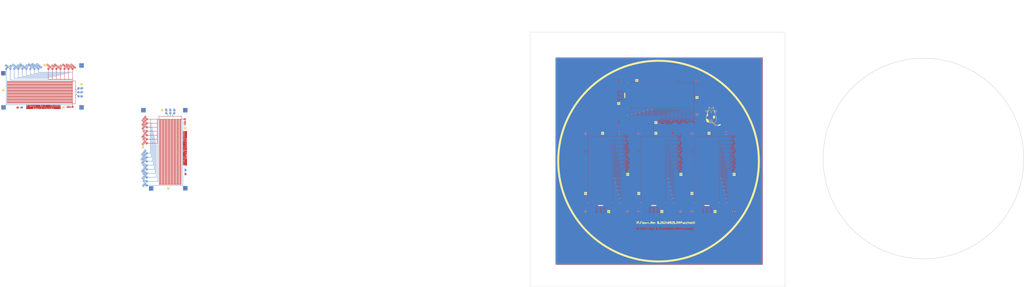
<source format=kicad_pcb>
(kicad_pcb (version 20240108) (generator "pcbnew") (generator_version "8.0")
  (layers (0 "F.Cu" signal "Flow.Neg") (1 "In1.Cu" signal "Flow.Unused") (2 "In2.Cu" signal "Ctrl.Pos") (31 "B.Cu" signal "Ctrl.Neg") (36 "B.SilkS" user "B.Silkscreen") (37 "F.SilkS" user "Flow.Pos") (38 "B.Mask" user) (39 "F.Mask" user) (44 "Edge.Cuts" user))
  (net 0 "")
  (footprint "Custom:Microfluidics_ControlBypass_150um" (layer "F.Cu") (at 45.1 78.9 -90)
    (property "Reference" "REF**" (hide yes))
  )
  (footprint "Custom:Microfluidics_ControlBypass_150um" (layer "F.Cu") (at 44.6 76.9 -90)
    (property "Reference" "REF**" (hide yes))
  )
  (footprint "Custom:Microfluidics_ControlBypass_150um" (layer "F.Cu") (at 98.1 80.9 -90)
    (property "Reference" "REF**" (hide yes))
  )
  (footprint "custom-footprints:MicrofluidicsPort_1mm" (layer "F.Cu") (at 99.85 76.9 -90)
    (property "Reference" "H14" (hide yes))
    (property "Value" "IN1" (hide yes))
  )
  (footprint "Custom:Microfluidics_ControlBypass_150um" (layer "F.Cu") (at -240 20)
    (property "Reference" "REF**" (hide yes))
    (property "Value" "Microfluidics_ControlBypass_150um" (hide yes))
  )
  (footprint "" (layer "F.Cu") (at -261 18.25)
    (property "Reference" "")
    (property "Value" "")
  )
  (footprint "Custom:Microfluidics_Flow_Alignment" (layer "F.Cu") (at 75.1 70.9 -90)
    (property "Reference" "REF**" (hide yes))
  )
  (footprint "Custom:Microfluidics_FlowValve_150um" (layer "F.Cu") (at 97.1 80.9 -90)
    (property "Reference" "REF**" (hide yes))
  )
  (footprint "Custom:Microfluidics_ControlBypass_150um" (layer "F.Cu") (at 69.1 72.9 -90)
    (property "Reference" "REF**" (hide yes))
  )
  (footprint "Custom:Microfluidics_FlowValve_150um" (layer "F.Cu") (at 96.6 78.9 -90)
    (property "Reference" "REF**" (hide yes))
  )
  (footprint "Custom:Microfluidics_Flow_Alignment" (layer "F.Cu") (at 62.6 50.4 -90)
    (property "Reference" "REF**" (hide yes))
  )
  (footprint "custom-footprints:MicrofluidicsPort_1mm" (layer "F.Cu") (at 48.675 43.275 180)
    (property "Reference" "H9" (hide yes))
    (property "Value" "WASTE" (hide yes))
  )
  (footprint "Custom:Microfluidics_ControlBypass_150um" (layer "F.Cu") (at 95.6 72.9 -90)
    (property "Reference" "REF**" (hide yes))
  )
  (footprint "Custom:Microfluidics_ControlBypass_150um" (layer "F.Cu") (at -189.3 49.4 90)
    (property "Reference" "REF**" (hide yes))
    (property "Value" "")
  )
  (footprint "custom-footprints:MicrofluidicsPort_1mm" (layer "F.Cu") (at -238 18.25)
    (property "Reference" "H13" (hide yes))
    (property "Value" "IN2" (hide yes))
  )
  (footprint "Custom:Microfluidics_ControlBypass_150um" (layer "F.Cu") (at 98.1 82.9 -90)
    (property "Reference" "REF**" (hide yes))
  )
  (footprint "Custom:Microfluidics_ControlBypass_150um" (layer "F.Cu") (at 97.6 80.9 -90)
    (property "Reference" "REF**" (hide yes))
  )
  (footprint "Custom:Microfluidic_Pump_550um_150um" (layer "F.Cu") (at 47.175 31.525 180)
    (property "Reference" "REF**" (hide yes))
  )
  (footprint "custom-footprints:MicrofluidicsPort_1mm" (layer "F.Cu") (at 58.675 43.275 180)
    (property "Reference" "H13" (hide yes))
    (property "Value" "IN2" (hide yes))
  )
  (footprint "" (layer "F.Cu") (at 81.675 43.275 180)
    (property "Reference" "")
  )
  (footprint "Custom:Microfluidics_ControlBypass_150um" (layer "F.Cu") (at -189.3 53.4 90)
    (property "Reference" "REF**" (hide yes))
    (property "Value" "")
  )
  (footprint "Custom:Microfluidics_ControlBypass_150um" (layer "F.Cu") (at 97.6 72.9 -90)
    (property "Reference" "REF**" (hide yes))
  )
  (footprint "Custom:Microfluidics_Flow_Alignment" (layer "F.Cu") (at 53.175 24.025 180)
    (property "Reference" "REF**" (hide yes))
  )
  (footprint "Custom:Microfluidics_ControlBypass_150um" (layer "F.Cu") (at 56.675 41.525 180)
    (property "Reference" "REF**" (hide yes))
  )
  (footprint "Custom:Microfluidics_ControlBypass_150um" (layer "F.Cu") (at -240 22.5)
    (property "Reference" "REF**" (hide yes))
    (property "Value" "")
  )
  (footprint "Custom:Microfluidics_FlowValve_150um" (layer "F.Cu") (at 60.675 38.525 180)
    (property "Reference" "REF**" (hide yes))
  )
  (footprint "Custom:Microfluidics_ControlBypass_150um" (layer "F.Cu") (at 96.6 72.9 -90)
    (property "Reference" "REF**" (hide yes))
  )
  (footprint "custom-footprints:MicrofluidicsPort_1mm" (layer "F.Cu") (at -191.05 47.4 90)
    (property "Reference" "H11" (hide yes))
    (property "Value" "STREP" (hide yes))
  )
  (footprint "Custom:Microfluidic_Pump_550um_150um" (layer "F.Cu") (at -226.5 30)
    (property "Reference" "REF**" (hide yes))
    (property "Value" "Microfluidic_Pump_550um_150um" (hide yes))
  )
  (footprint "Custom:Microfluidics_ControlBypass_150um" (layer "F.Cu") (at 70.1 76.9 -90)
    (property "Reference" "REF**" (hide yes))
  )
  (footprint "custom-footprints:MicrofluidicsPort_1mm" (layer "F.Cu") (at 50.675 43.275 180)
    (property "Reference" "H10" (hide yes))
    (property "Value" "BSA" (hide yes))
  )
  (footprint "Custom:Microfluidics_ControlBypass_150um" (layer "F.Cu") (at 97.6 74.9 -90)
    (property "Reference" "REF**" (hide yes))
  )
  (footprint "Custom:Microfluidics_ControlBypass_150um" (layer "F.Cu") (at 44.6 78.9 -90)
    (property "Reference" "REF**" (hide yes))
  )
  (footprint "Custom:Microfluidics_FlowValve_150um" (layer "F.Cu") (at -236 22)
    (property "Reference" "REF**" (hide yes))
    (property "Value" "Microfluidics_FlowValve_150um" (hide yes))
  )
  (footprint "Custom:Microfluidics_ControlBypass_150um" (layer "F.Cu") (at -188.8 47.4 90)
    (property "Reference" "REF**" (hide yes))
    (property "Value" "")
  )
  (footprint "Custom:Microfluidics_ControlBypass_150um" (layer "F.Cu") (at 43.6 74.9 -90)
    (property "Reference" "REF**" (hide yes))
  )
  (footprint "Custom:Microfluidics_PDMS_Alignment" (layer "F.Cu") (at 44.175 44.9 180)
    (property "Reference" "REF**" (hide yes))
  )
  (footprint "Custom:Microfluidics_Flow_Alignment" (layer "F.Cu") (at 92.1 89.4 -90)
    (property "Reference" "REF**" (hide yes))
  )
  (footprint "custom-footprints:MicrofluidicsPort_1mm" (layer "F.Cu") (at -191.05 43.4 90)
    (property "Reference" "H9" (hide yes))
    (property "Value" "WASTE" (hide yes))
  )
  (footprint "Custom:Microfluidics_ControlBypass_150um" (layer "F.Cu") (at 97.1 76.9 -90)
    (property "Reference" "REF**" (hide yes))
  )
  (footprint "Custom:Microfluidics_FlowValve_150um" (layer "F.Cu") (at 71.6 84.9 -90)
    (property "Reference" "REF**" (hide yes))
  )
  (footprint "Custom:Microfluidics_ControlBypass_150um" (layer "F.Cu") (at 54.675 40.525 180)
    (property "Reference" "REF**" (hide yes))
  )
  (footprint "Custom:Microfluidics_ControlBypass_150um" (layer "F.Cu") (at -189.3 45.4 90)
    (property "Reference" "REF**" (hide yes))
    (property "Value" "")
  )
  (footprint "Custom:Microfluidics_FlowValve_150um" (layer "F.Cu") (at -228 36.25)
    (property "Reference" "REF**" (hide yes))
    (property "Value" "Microfluidics_FlowValve_150um" (hide yes))
  )
  (footprint "custom-footprints:MicrofluidicsPort_1mm" (layer "F.Cu") (at 46.85 76.9 -90)
    (property "Reference" "H14" (hide yes))
    (property "Value" "IN1" (hide yes))
  )
  (footprint "Custom:Microfluidics_ControlBypass_150um" (layer "F.Cu") (at 58.675 41.025 180)
    (property "Reference" "REF**" (hide yes))
  )
  (footprint "custom-footprints:MicrofluidicsPort_1mm" (layer "F.Cu") (at 46.85 72.9 -90)
    (property "Reference" "H16" (hide yes))
    (property "Value" "WASH" (hide yes))
  )
  (footprint "custom-footprints:MicrofluidicsPort_1mm" (layer "F.Cu") (at 46.85 82.9 -90)
    (property "Reference" "H10" (hide yes))
    (property "Value" "BSA" (hide yes))
  )
  (footprint "custom-footprints:MicrofluidicsPort_1mm" (layer "F.Cu") (at -191.05 51.4 90)
    (property "Reference" "H14" (hide yes))
    (property "Value" "IN1" (hide yes))
  )
  (footprint "Custom:Microfluidics_ControlBypass_150um" (layer "F.Cu") (at 71.6 72.9 -90)
    (property "Reference" "REF**" (hide yes))
  )
  (footprint "Custom:Microfluidics_Flow_Alignment" (layer "F.Cu") (at -232.5 37.5)
    (property "Reference" "REF**" (hide yes))
    (property "Value" "Microfluidics_Flow_Alignment" (hide yes))
  )
  (footprint "Custom:Microfluidics_FlowValve_150um" (layer "F.Cu") (at -185.45 43.4 90)
    (property "Reference" "REF**" (hide yes))
    (property "Value" "")
  )
  (footprint "Custom:Microfluidics_FlowValve_150um" (layer "F.Cu") (at -186.3 55.4 90)
    (property "Reference" "REF**" (hide yes))
    (property "Value" "")
  )
  (footprint "Custom:Microfluidics_Flow_Alignment" (layer "F.Cu") (at -223.5 26)
    (property "Reference" "REF**" (hide yes))
    (property "Value" "Microfluidics_Flow_Alignment" (hide yes))
  )
  (footprint "Custom:Microfluidics_FlowValve_150um" (layer "F.Cu") (at 71.1 82.9 -90)
    (property "Reference" "REF**" (hide yes))
  )
  (footprint "custom-footprints:MicrofluidicsPort_1mm" (layer "F.Cu") (at 99.85 80.9 -90)
    (property "Reference" "H11" (hide yes))
    (property "Value" "STREP" (hide yes))
  )
  (footprint "Custom:Microfluidics_ControlBypass_150um" (layer "F.Cu") (at 44.1 72.9 -90)
    (property "Reference" "REF**" (hide yes))
  )
  (footprint "Custom:Microfluidics_ControlBypass_150um" (layer "F.Cu") (at -234 20.5)
    (property "Reference" "REF**" (hide yes))
    (property "Value" "")
  )
  (footprint "Custom:Microfluidics_ControlBypass_150um" (layer "F.Cu") (at -240 21.5)
    (property "Reference" "REF**" (hide yes))
    (property "Value" "")
  )
  (footprint "Custom:Microfluidics_ControlBypass_150um" (layer "F.Cu") (at -188.3 55.4 90)
    (property "Reference" "REF**" (hide yes))
    (property "Value" "")
  )
  (footprint "Custom:Microfluidics_FlowValve_150um" (layer "F.Cu") (at 96.1 76.9 -90)
    (property "Reference" "REF**" (hide yes))
  )
  (footprint "Custom:Microfluidics_ControlBypass_150um" (layer "F.Cu") (at 45.1 76.9 -90)
    (property "Reference" "REF**" (hide yes))
  )
  (footprint "Custom:Microfluidics_ControlBypass_150um" (layer "F.Cu") (at -236 21)
    (property "Reference" "REF**" (hide yes))
    (property "Value" "")
  )
  (footprint "Custom:Microfluidics_ControlBypass_150um" (layer "F.Cu") (at -189.3 51.4 90)
    (property "Reference" "REF**" (hide yes))
    (property "Value" "")
  )
  (footprint "Custom:Microfluidics_ControlBypass_150um" (layer "F.Cu") (at 96.1 74.9 -90)
    (property "Reference" "REF**" (hide yes))
  )
  (footprint "Custom:Microfluidics_ControlBypass_150um" (layer "F.Cu") (at 44.6 72.9 -90)
    (property "Reference" "REF**" (hide yes))
  )
  (footprint "Custom:Microfluidics_Flow_Alignment" (layer "F.Cu") (at 89.1 50.4 -90)
    (property "Reference" "REF**" (hide yes))
  )
  (footprint "Custom:Microfluidics_ControlBypass_150um" (layer "F.Cu") (at -240 20.5)
    (property "Reference" "REF**" (hide yes))
    (property "Value" "")
  )
  (footprint "Custom:Microfluidics_ControlBypass_150um" (layer "F.Cu") (at 98.1 78.9 -90)
    (property "Reference" "REF**" (hide yes))
  )
  (footprint "Custom:Microfluidics_ControlBypass_150um" (layer "F.Cu") (at 44.1 74.9 -90)
    (property "Reference" "REF**" (hide yes))
  )
  (footprint "custom-footprints:MicrofluidicsPort_1mm" (layer "F.Cu") (at 46.85 78.9 -90)
    (property "Reference" "H12" (hide yes))
    (property "Value" "AB" (hide yes))
  )
  (footprint "Custom:Microfluidics_ControlBypass_150um" (layer "F.Cu") (at 42.6 72.9 -90)
    (property "Reference" "REF**" (hide yes))
  )
  (footprint "Custom:Microfluidics_Flow_Alignment" (layer "F.Cu") (at 62.675 45.025 180)
    (property "Reference" "REF**" (hide yes))
  )
  (footprint "custom-footprints:MicrofluidicsPort_1mm" (layer "F.Cu") (at 52.675 43.275 180)
    (property "Reference" "H11" (hide yes))
    (property "Value" "STREP" (hide yes))
  )
  (footprint "Custom:Microfluidics_ControlBypass_150um" (layer "F.Cu") (at 60.675 41.025 180)
    (property "Reference" "REF**" (hide yes))
  )
  (footprint "Custom:Microfluidics_FlowValve_150um" (layer "F.Cu") (at 67.75 84.9 -90)
    (property "Reference" "REF**" (hide yes))
  )
  (footprint "" (layer "F.Cu") (at -191.05 76.4 90)
    (property "Reference" "")
    (property "Value" "")
  )
  (footprint "Custom:Microfluidics_Flow_Alignment" (layer "F.Cu") (at 54.1 80.4 -90)
    (property "Reference" "REF**" (hide yes))
  )
  (footprint "Custom:Microfluidics_ControlBypass_150um" (layer "F.Cu") (at -188.3 51.4 90)
    (property "Reference" "REF**" (hide yes))
    (property "Value" "")
  )
  (footprint "custom-footprints:MicrofluidicsPort_1mm" (layer "F.Cu") (at 54.675 43.275 180)
    (property "Reference" "H12" (hide yes))
    (property "Value" "AB" (hide yes))
  )
  (footprint "Custom:Microfluidics_Flow_Alignment" (layer "F.Cu") (at -171.8 47.9 90)
    (property "Reference" "REF**" (hide yes))
    (property "Value" "")
  )
  (footprint "custom-footprints:MicrofluidicsPort_1mm" (layer "F.Cu") (at 99.85 72.9 -90)
    (property "Reference" "H16" (hide yes))
    (property "Value" "WASH" (hide yes))
  )
  (footprint "custom-footprints:MicrofluidicsPort_1mm" (layer "F.Cu") (at 99.85 74.9 -90)
    (property "Reference" "H13" (hide yes))
    (property "Value" "IN2" (hide yes))
  )
  (footprint "Custom:Microfluidics_FlowValve_150um" (layer "F.Cu") (at 70.6 80.9 -90)
    (property "Reference" "REF**" (hide yes))
  )
  (footprint "Custom:Microfluidics_PDMS_Alignment" (layer "F.Cu") (at 83.075 24.025 180)
    (property "Reference" "REF**" (hide yes))
  )
  (footprint "Custom:Microfluidics_ControlBypass_150um" (layer "F.Cu") (at 71.6 78.9 -90)
    (property "Reference" "REF**" (hide yes))
  )
  (footprint "" (layer "F.Cu") (at 46.85 51.9 -90)
    (property "Reference" "")
  )
  (footprint "Custom:Microfluidic_Pump_550um_150um" (layer "F.Cu") (at 88.1 86.4 -90)
    (property "Reference" "REF**" (hide yes))
  )
  (footprint "Custom:Microfluidics_ControlBypass_150um" (layer "F.Cu") (at -240 21)
    (property "Reference" "REF**" (hide yes))
    (property "Value" "")
  )
  (footprint "Custom:Microfluidics_FlowValve_150um" (layer "F.Cu") (at -189.3 43.4 90)
    (property "Reference" "REF**" (hide yes))
    (property "Value" "")
  )
  (footprint "Custom:Microfluidics_ControlBypass_150um" (layer "F.Cu") (at 71.6 74.9 -90)
    (property "Reference" "REF**" (hide yes))
  )
  (footprint "Custom:Microfluidics_ControlBypass_150um" (layer "F.Cu") (at 97.1 72.9 -90)
    (property "Reference" "REF**" (hide yes))
  )
  (footprint "Custom:Microfluidics_PDMS_Alignment" (layer "F.Cu") (at 27.6 50.5 -90)
    (property "Reference" "REF**" (hide yes))
  )
  (footprint "Custom:Microfluidics_ControlBypass_150um" (layer "F.Cu") (at -232 20)
    (property "Reference" "REF**" (hide yes))
    (property "Value" "Microfluidics_ControlBypass_150um" (hide yes))
  )
  (footprint "Custom:Microfluidics_ControlBypass_150um" (layer "F.Cu") (at 98.1 72.9 -90)
    (property "Reference" "REF**" (hide yes))
  )
  (footprint "" (layer "F.Cu") (at 73.35 51.9 -90)
    (property "Reference" "")
  )
  (footprint "Custom:Microfluidics_ControlBypass_150um" (layer "F.Cu") (at 96.1 72.9 -90)
    (property "Reference" "REF**" (hide yes))
  )
  (footprint "Custom:Microfluidics_FlowValve_150um" (layer "F.Cu") (at 69.1 74.9 -90)
    (property "Reference" "REF**" (hide yes))
  )
  (footprint "Custom:Microfluidics_Flow_Alignment" (layer "F.Cu") (at 65.6 89.4 -90)
    (property "Reference" "REF**" (hide yes))
  )
  (footprint "Custom:Microfluidics_FlowValve_150um" (layer "F.Cu") (at -188.8 45.4 90)
    (property "Reference" "REF**" (hide yes))
    (property "Value" "")
  )
  (footprint "Custom:Microfluidics_ControlBypass_150um" (layer "F.Cu") (at 98.1 74.9 -90)
    (property "Reference" "REF**" (hide yes))
  )
  (footprint "Custom:Microfluidics_ControlBypass_150um" (layer "F.Cu") (at 45.1 72.9 -90)
    (property "Reference" "REF**" (hide yes))
  )
  (footprint "custom-footprints:MicrofluidicsPort_1mm" (layer "F.Cu") (at 99.85 82.9 -90)
    (property "Reference" "H10" (hide yes))
    (property "Value" "BSA" (hide yes))
  )
  (footprint "Custom:Microfluidics_ControlBypass_150um" (layer "F.Cu") (at 60.675 39.025 180)
    (property "Reference" "REF**" (hide yes))
  )
  (footprint "Custom:Microfluidics_FlowValve_150um" (layer "F.Cu") (at 43.1 76.9 -90)
    (property "Reference" "REF**" (hide yes))
  )
  (footprint "Custom:Microfluidics_ControlBypass_150um" (layer "F.Cu") (at -238 20)
    (property "Reference" "REF**" (hide yes))
    (property "Value" "Microfluidics_ControlBypass_150um" (hide yes))
  )
  (footprint "Custom:Microfluidics_ControlBypass_150um" (layer "F.Cu") (at 52.675 41.525 180)
    (property "Reference" "REF**" (hide yes))
  )
  (footprint "custom-footprints:MicrofluidicsPort_1mm" (layer "F.Cu") (at 73.35 84.9 -90)
    (property "Reference" "H9" (hide yes))
    (property "Value" "WASTE" (hide yes))
  )
  (footprint "custom-footprints:MicrofluidicsPort_1mm" (layer "F.Cu") (at 46.85 80.9 -90)
    (property "Reference" "H11" (hide yes))
    (property "Value" "STREP" (hide yes))
  )
  (footprint "Custom:Microfluidics_ControlBypass_150um" (layer "F.Cu") (at 54.675 41.025 180)
    (property "Reference" "REF**" (hide yes))
  )
  (footprint "Custom:Microfluidics_ControlBypass_150um" (layer "F.Cu") (at 56.675 41.025 180)
    (property "Reference" "REF**" (hide yes))
  )
  (footprint "Custom:Microfluidics_PDMS_Alignment" (layer "F.Cu") (at 54.1 50.5 -90)
    (property "Reference" "REF**" (hide yes))
  )
  (footprint "Custom:Microfluidics_FlowValve_150um" (layer "F.Cu") (at 45.1 84.9 -90)
    (property "Reference" "REF**" (hide yes))
  )
  (footprint "Custom:Microfluidics_ControlBypass_150um" (layer "F.Cu") (at -232 20.5)
    (property "Reference" "REF**" (hide yes))
    (property "Value" "")
  )
  (footprint "custom-footprints:MicrofluidicsPort_1mm" (layer "F.Cu") (at 73.35 80.9 -90)
    (property "Reference" "H11" (hide yes))
    (property "Value" "STREP" (hide yes))
  )
  (footprint "Custom:cat" (layer "F.Cu") (at 90.925 41.875)
    (property "Reference" "G***" (hide yes))
    (property "Value" "LOGO" (hide yes))
  )
  (footprint "Custom:Microfluidics_PDMS_Alignment" (layer "F.Cu") (at -262.4 37.5)
    (property "Reference" "REF**" (hide yes))
    (property "Value" "Microfluidics_PDMS_Alignment" (hide yes))
  )
  (footprint "Custom:Microfluidics_FlowValve_150um" (layer "F.Cu") (at -188.3 47.4 90)
    (property "Reference" "REF**" (hide yes))
    (property "Value" "")
  )
  (footprint "Custom:Microfluidics_ControlBypass_150um" (layer "F.Cu") (at 54.675 41.525 180)
    (property "Reference" "REF**" (hide yes))
  )
  (footprint "custom-footprints:MicrofluidicsPort_1mm" (layer "F.Cu") (at 56.675 43.275 180)
    (property "Reference" "H14" (hide yes))
    (property "Value" "IN1" (hide yes))
  )
  (footprint "" (layer "F.Cu") (at 99.85 51.9 -90)
    (property "Reference" "")
  )
  (footprint "Custom:Microfluidics_ControlBypass_150um" (layer "F.Cu") (at 52.675 41.025 180)
    (property "Reference" "REF**" (hide yes))
  )
  (footprint "custom-footprints:MicrofluidicsPort_1mm" (layer "F.Cu") (at -228 18.25)
    (property "Reference" "H9" (hide yes))
    (property "Value" "WASTE" (hide yes))
  )
  (footprint "custom-footprints:MicrofluidicsPort_1mm" (layer "F.Cu") (at -191.05 45.4 90)
    (property "Reference" "H10" (hide yes))
    (property "Value" "BSA" (hide yes))
  )
  (footprint "Custom:Microfluidics_ControlBypass_150um" (layer "F.Cu") (at 44.6 80.9 -90)
    (property "Reference" "REF**" (hide yes))
  )
  (footprint "Custom:Microfluidics_ControlBypass_150um" (layer "F.Cu") (at 70.6 76.9 -90)
    (property "Reference" "REF**" (hide yes))
  )
  (footprint "Custom:Microfluidics_PDMS_Alignment" (layer "F.Cu") (at 97.6 50.4 -90)
    (property "Reference" "REF**" (hide yes))
  )
  (footprint "Custom:Microfluidics_FlowValve_150um" (layer "F.Cu") (at 52.675 40.525 180)
    (property "Reference" "REF**" (hide yes))
  )
  (footprint "Custom:Microfluidics_ControlBypass_150um" (layer "F.Cu") (at -238 21.5)
    (property "Reference" "REF**" (hide yes))
    (property "Value" "")
  )
  (footprint "Custom:Microfluidics_FlowValve_150um" (layer "F.Cu") (at 55.35 84.9 -90)
    (property "Reference" "REF**" (hide yes))
  )
  (footprint "custom-footprints:MicrofluidicsPort_1mm" (layer "F.Cu") (at -228 37.25 180)
    (property "Reference" "H15" (hide yes))
    (property "Value" "OUT" (hide yes))
  )
  (footprint "Custom:Microfluidics_ControlBypass_150um" (layer "F.Cu") (at 71.6 76.9 -90)
    (property "Reference" "REF**" (hide yes))
  )
  (footprint "Custom:Microfluidics_PDMS_Alignment" (layer "F.Cu") (at -262.5 20.5)
    (property "Reference" "REF**" (hide yes))
    (property "Value" "Microfluidics_PDMS_Alignment" (hide yes))
  )
  (footprint "custom-footprints:MicrofluidicsPort_1mm" (layer "F.Cu") (at -234 18.25)
    (property "Reference" "H12" (hide yes))
    (property "Value" "AB" (hide yes))
  )
  (footprint "Custom:Microfluidics_ControlBypass_150um" (layer "F.Cu") (at 96.6 74.9 -90)
    (property "Reference" "REF**" (hide yes))
  )
  (footprint "Custom:Microfluidics_ControlBypass_150um" (layer "F.Cu") (at -236 20.5)
    (property "Reference" "REF**" (hide yes))
    (property "Value" "")
  )
  (footprint "Custom:Microfluidics_Flow_Alignment" (layer "F.Cu") (at 83.175 32.525 180)
    (property "Reference" "REF**" (hide yes))
  )
  (footprint "Custom:Microfluidics_PDMS_Alignment" (layer "F.Cu") (at -223.5 37.5)
    (property "Reference" "REF**" (hide yes))
    (property "Value" "Microfluidics_PDMS_Alignment" (hide yes))
  )
  (footprint "Custom:Microfluidics_ControlBypass_150um" (layer "F.Cu") (at 71.6 82.9 -90)
    (property "Reference" "REF**" (hide yes))
  )
  (footprint "Custom:Microfluidics_FlowValve_150um" (layer "F.Cu") (at 48.675 41.525 180)
    (property "Reference" "REF**" (hide yes))
  )
  (footprint "Custom:Microfluidics_FlowValve_150um" (layer "F.Cu") (at -240 23)
    (property "Reference" "REF**" (hide yes))
    (property "Value" "Microfluidics_FlowValve_150um" (hide yes))
  )
  (footprint "Custom:Microfluidics_Flow_Alignment" (layer "F.Cu") (at -242 16.5)
    (property "Reference" "REF**" (hide yes))
    (property "Value" "Microfluidics_Flow_Alignment" (hide yes))
  )
  (footprint "Custom:Microfluidics_FlowValve_150um" (layer "F.Cu") (at -230 20.5)
    (property "Reference" "REF**" (hide yes))
    (property "Value" "Microfluidics_FlowValve_150um" (hide yes))
  )
  (footprint "Custom:Microfluidics_PDMS_Alignment" (layer "F.Cu") (at -171.8 77.8 90)
    (property "Reference" "REF**" (hide yes))
    (property "Value" "")
  )
  (footprint "Custom:Microfluidics_ControlBypass_150um" (layer "F.Cu") (at 43.6 76.9 -90)
    (property "Reference" "REF**" (hide yes))
  )
  (footprint "Custom:Microfluidics_Flow_Alignment" (layer "F.Cu") (at 36.1 50.4 -90)
    (property "Reference" "REF**" (hide yes))
  )
  (footprint "Custom:Microfluidics_FlowValve_150um" (layer "F.Cu") (at 48.675 25.275 180)
    (property "Reference" "REF**" (hide yes))
  )
  (footprint "Custom:Microfluidics_FlowValve_150um" (layer "F.Cu") (at 48.675 37.675 180)
    (property "Reference" "REF**" (hide yes))
  )
  (footprint "Custom:Microfluidics_ControlBypass_150um" (layer "F.Cu") (at 43.1 74.9 -90)
    (property "Reference" "REF**" (hide yes))
  )
  (footprint "Custom:Microfluidics_FlowValve_150um" (layer "F.Cu") (at -187.3 51.4 90)
    (property "Reference" "REF**" (hide yes))
    (property "Value" "")
  )
  (footprint "Custom:Microfluidics_FlowValve_150um" (layer "F.Cu") (at 95.1 72.9 -90)
    (property "Reference" "REF**" (hide yes))
  )
  (footprint "Custom:Microfluidics_ControlBypass_150um" (layer "F.Cu") (at -188.8 51.4 90)
    (property "Reference" "REF**" (hide yes))
    (property "Value" "")
  )
  (footprint "Custom:Microfluidics_ControlBypass_150um" (layer "F.Cu") (at -238 22)
    (property "Reference" "REF**" (hide yes))
    (property "Value" "")
  )
  (footprint "Custom:Microfluidics_ControlBypass_150um" (layer "F.Cu") (at 71.1 80.9 -90)
    (property "Reference" "REF**" (hide yes))
  )
  (footprint "Custom:Microfluidics_FlowValve_150um" (layer "F.Cu") (at -228 20)
    (property "Reference" "REF**" (hide yes))
    (property "Value" "Microfluidics_FlowValve_150um" (hide yes))
  )
  (footprint "Custom:Microfluidics_FlowValve_150um" (layer "F.Cu") (at 58.675 39.025 180)
    (property "Reference" "REF**" (hide yes))
  )
  (footprint "Custom:Microfluidics_FlowValve_150um" (layer "F.Cu") (at 44.6 82.9 -90)
    (property "Reference" "REF**" (hide yes))
  )
  (footprint "Custom:Microfluidics_PDMS_Alignment" (layer "F.Cu") (at 27.6 89.4 -90)
    (property "Reference" "REF**" (hide yes))
  )
  (footprint "Custom:Microfluidics_FlowValve_150um" (layer "F.Cu") (at 54.675 40.025 180)
    (property "Reference" "REF**" (hide yes))
  )
  (footprint "Custom:Microfluidics_FlowValve_150um" (layer "F.Cu") (at 70.1 78.9 -90)
    (property "Reference" "REF**" (hide yes))
  )
  (footprint "Custom:Microfluidics_Flow_Alignment" (layer "F.Cu") (at 27.6 80.4 -90)
    (property "Reference" "REF**" (hide yes))
  )
  (footprint "Custom:Microfluidics_PDMS_Alignment" (layer "F.Cu") (at 54.1 89.4 -90)
    (property "Reference" "REF**" (hide yes))
  )
  (footprint "Custom:Microfluidics_ControlBypass_150um" (layer "F.Cu") (at -187.8 51.4 90)
    (property "Reference" "REF**" (hide yes))
    (property "Value" "")
  )
  (footprint "Custom:Microfluidics_ControlBypass_150um" (layer "F.Cu") (at -188.8 49.4 90)
    (property "Reference" "REF**" (hide yes))
    (property "Value" "")
  )
  (footprint "Custom:Microfluidics_FlowValve_150um" (layer "F.Cu") (at 50.675 41.025 180)
    (property "Reference" "REF**" (hide yes))
  )
  (footprint "Custom:Microfluidics_ControlBypass_150um" (layer "F.Cu") (at 43.6 72.9 -90)
    (property "Reference" "REF**" (hide yes))
  )
  (footprint "Custom:Microfluidics_ControlBypass_150um" (layer "F.Cu") (at -234 20)
    (property "Reference" "REF**" (hide yes))
    (property "Value" "Microfluidics_ControlBypass_150um" (hide yes))
  )
  (footprint "Custom:Microfluidics_FlowValve_150um" (layer "F.Cu") (at 42.1 72.9 -90)
    (property "Reference" "REF**" (hide yes))
  )
  (footprint "Custom:Microfluidics_ControlBypass_150um" (layer "F.Cu") (at 70.1 72.9 -90)
    (property "Reference" "REF**" (hide yes))
  )
  (footprint "custom-footprints:MicrofluidicsPort_1mm" (layer "F.Cu") (at 99.85 78.9 -90)
    (property "Reference" "H12" (hide yes))
    (property "Value" "AB" (hide yes))
  )
  (footprint "Custom:Microfluidics_ControlBypass_150um" (layer "F.Cu") (at 60.675 39.525 180)
    (property "Reference" "REF**" (hide yes))
  )
  (footprint "Custom:Microfluidics_FlowValve_150um" (layer "F.Cu") (at 97.6 82.9 -90)
    (property "Reference" "REF**" (hide yes))
  )
  (footprint "custom-footprints:MicrofluidicsPort_1mm" (layer "F.Cu") (at -172.05 43.4 -90)
    (property "Reference" "H15" (hide yes))
    (property "Value" "OUT" (hide yes))
  )
  (footprint "custom-footprints:MicrofluidicsPort_1mm" (layer "F.Cu") (at 73.35 82.9 -90)
    (property "Reference" "H10" (hide yes))
    (property "Value" "BSA" (hide yes))
  )
  (footprint "Custom:Microfluidics_ControlBypass_150um" (layer "F.Cu") (at 97.6 76.9 -90)
    (property "Reference" "REF**" (hide yes))
  )
  (footprint "Custom:Microfluidics_PDMS_Alignment" (layer "F.Cu") (at -171.8 38.9 90)
    (property "Reference" "REF**" (hide yes))
    (property "Value" "")
  )
  (footprint "Custom:Microfluidics_ControlBypass_150um" (layer "F.Cu") (at 58.675 39.525 180)
    (property "Reference" "REF**" (hide yes))
  )
  (footprint "custom-footprints:MicrofluidicsPort_1mm" (layer "F.Cu") (at 73.35 72.9 -90)
    (property "Reference" "H16" (hide yes))
    (property "Value" "WASH" (hide yes))
  )
  (footprint "Custom:Microfluidics_PDMS_Alignment" (layer "F.Cu") (at 71.1 50.4 -90)
    (property "Reference" "REF**" (hide yes))
  )
  (footprint "custom-footprints:MicrofluidicsPort_1mm" (layer "F.Cu") (at -191.05 49.4 90)
    (property "Reference" "H12" (hide yes))
    (property "Value" "AB" (hide yes))
  )
  (footprint "Custom:Microfluidics_FlowValve_150um" (layer "F.Cu") (at 56.675 39.525 180)
    (property "Reference" "REF**" (hide yes))
  )
  (footprint "Custom:Microfluidics_FlowValve_150um" (layer "F.Cu") (at -186.8 53.4 90)
    (property "Reference" "REF**" (hide yes))
    (property "Value" "")
  )
  (footprint "custom-footprints:MicrofluidicsPort_1mm" (layer "F.Cu") (at -240 18.25)
    (property "Reference" "H16" (hide yes))
    (property "Value" "WASH" (hide yes))
  )
  (footprint "Custom:Microfluidics_ControlBypass_150um" (layer "F.Cu") (at -234 21)
    (property "Reference" "REF**" (hide yes))
    (property "Value" "")
  )
  (footprint "Custom:Microfluidics_ControlBypass_150um" (layer "F.Cu") (at 58.675 40.025 180)
    (property "Reference" "REF**" (hide yes))
  )
  (footprint "Custom:Microfluidics_ControlBypass_150um" (layer "F.Cu") (at -187.3 53.4 90)
    (property "Reference" "REF**" (hide yes))
    (property "Value" "")
  )
  (footprint "Custom:Microfluidics_ControlBypass_150um" (layer "F.Cu") (at 97.1 74.9 -90)
    (property "Reference" "REF**" (hide yes))
  )
  (footprint "Custom:Microfluidics_ControlBypass_150um" (layer "F.Cu") (at 60.675 41.525 180)
    (property "Reference" "REF**" (hide yes))
  )
  (footprint "Custom:Microfluidics_FlowValve_150um" (layer "F.Cu") (at -228 23.85)
    (property "Reference" "REF**" (hide yes))
    (property "Value" "Microfluidics_FlowValve_150um" (hide yes))
  )
  (footprint "custom-footprints:MicrofluidicsPort_1mm" (layer "F.Cu") (at 99.85 84.9 -90)
    (property "Reference" "H9" (hide yes))
    (property "Value" "WASTE" (hide yes))
  )
  (footprint "Custom:Microfluidics_PDMS_Alignment" (layer "F.Cu") (at 48.475 89.4 -90)
    (property "Reference" "REF**" (hide yes))
  )
  (footprint "Custom:Microfluidics_ControlBypass_150um" (layer "F.Cu") (at 70.1 74.9 -90)
    (property "Reference" "REF**" (hide yes))
  )
  (footprint "custom-footprints:MicrofluidicsPort_1mm" (layer "F.Cu") (at 46.85 74.9 -90)
    (property "Reference" "H13" (hide yes))
    (property "Value" "IN2" (hide yes))
  )
  (footprint "Custom:Microfluidics_ControlBypass_150um" (layer "F.Cu") (at 97.6 78.9 -90)
    (property "Reference" "REF**" (hide yes))
  )
  (footprint "Custom:Microfluidics_ControlBypass_150um" (layer "F.Cu") (at 43.1 72.9 -90)
    (property "Reference" "REF**" (hide yes))
  )
  (footprint "Custom:Microfluidics_ControlBypass_150um" (layer "F.Cu") (at 58.675 41.525 180)
    (property "Reference" "REF**" (hide yes))
  )
  (footprint "Custom:Microfluidics_ControlBypass_150um" (layer "F.Cu") (at 69.6 72.9 -90)
    (property "Reference" "REF**" (hide yes))
  )
  (footprint "Custom:Microfluidics_PDMS_Alignment" (layer "F.Cu") (at 80.6 50.5 -90)
    (property "Reference" "REF**" (hide yes))
  )
  (footprint "Custom:Microfluidics_PDMS_Alignment" (layer "F.Cu") (at 44.6 50.4 -90)
    (property "Reference" "REF**" (hide yes))
  )
  (footprint "Custom:Microfluidics_FlowValve_150um" (layer "F.Cu") (at 94.25 84.9 -90)
    (property "Reference" "REF**" (hide yes))
  )
  (footprint "Custom:Microfluidics_ControlBypass_150um" (layer "F.Cu") (at 70.6 72.9 -90)
    (property "Reference" "REF**" (hide yes))
  )
  (footprint "Custom:Microfluidics_FlowValve_150um" (layer "F.Cu") (at 69.6 76.9 -90)
    (property "Reference" "REF**" (hide yes))
  )
  (footprint "Custom:Microfluidics_FlowValve_150um" (layer "F.Cu") (at 44.1 80.9 -90)
    (property "Reference" "REF**" (hide yes))
  )
  (footprint "Custom:Microfluidics_Flow_Alignment" (layer "F.Cu") (at -192.8 57.4 90)
    (property "Reference" "REF**" (hide yes))
    (property "Value" "")
  )
  (footprint "Custom:Microfluidics_FlowValve_150um" (layer "F.Cu") (at 81.85 84.9 -90)
    (property "Reference" "REF**" (hide yes))
  )
  (footprint "Custom:Microfluidics_FlowValve_150um" (layer "F.Cu") (at -232 21)
    (property "Reference" "REF**" (hide yes))
    (property "Value" "Microfluidics_FlowValve_150um" (hide yes))
  )
  (footprint "Custom:Microfluidics_ControlBypass_150um" (layer "F.Cu") (at -236 21.5)
    (property "Reference" "REF**" (hide yes))
    (property "Value" "")
  )
  (footprint "Custom:Microfluidics_ControlBypass_150um" (layer "F.Cu") (at 60.675 40.525 180)
    (property "Reference" "REF**" (hide yes))
  )
  (footprint "Custom:Microfluidics_PDMS_Alignment" (layer "F.Cu") (at 80.6 89.4 -90)
    (property "Reference" "REF**" (hide yes))
  )
  (footprint "Custom:Microfluidics_Flow_Alignment" (layer "F.Cu") (at 101.6 70.9 -90)
    (property "Reference" "REF**" (hide yes))
  )
  (footprint "Custom:Microfluidics_ControlBypass_150um" (layer "F.Cu") (at -230 20)
    (property "Reference" "REF**" (hide yes))
    (property "Value" "Microfluidics_ControlBypass_150um" (hide yes))
  )
  (footprint "Custom:cat" (layer "F.Cu") (at 90.925 41.875)
    (property "Reference" "G***" (hide yes))
    (property "Value" "LOGO" (hide yes))
  )
  (footprint "Custom:Microfluidics_ControlBypass_150um" (layer "F.Cu") (at 50.675 41.525 180)
    (property "Reference" "REF**" (hide yes))
  )
  (footprint "Custom:Microfluidics_ControlBypass_150um" (layer "F.Cu") (at -189.3 47.4 90)
    (property "Reference" "REF**" (hide yes))
    (property "Value" "")
  )
  (footprint "Custom:Microfluidics_ControlBypass_150um" (layer "F.Cu") (at 70.6 78.9 -90)
    (property "Reference" "REF**" (hide yes))
  )
  (footprint "Custom:Microfluidics_ControlBypass_150um" (layer "F.Cu") (at -187.3 55.4 90)
    (property "Reference" "REF**" (hide yes))
    (property "Value" "")
  )
  (footprint "custom-footprints:MicrofluidicsPort_1mm" (layer "F.Cu") (at -230 18.25)
    (property "Reference" "H10" (hide yes))
    (property "Value" "BSA" (hide yes))
  )
  (footprint "Custom:Microfluidics_Flow_Alignment" (layer "F.Cu") (at -183.3 38.9 90)
    (property "Reference" "REF**" (hide yes))
    (property "Value" "")
  )
  (footprint "Custom:Microfluidics_ControlBypass_150um" (layer "F.Cu") (at -188.3 53.4 90)
    (property "Reference" "REF**" (hide yes))
    (property "Value" "")
  )
  (footprint "Custom:Microfluidics_Flow_Alignment" (layer "F.Cu") (at 44.175 35.525 180)
    (property "Reference" "REF**" (hide yes))
  )
  (footprint "Custom:Microfluidics_ControlBypass_150um" (layer "F.Cu") (at 45.1 74.9 -90)
    (property "Reference" "REF**" (hide yes))
  )
  (footprint "Custom:Microfluidics_ControlBypass_150um" (layer "F.Cu") (at -187.8 55.4 90)
    (property "Reference" "REF**" (hide yes))
    (property "Value" "")
  )
  (footprint "Custom:Microfluidics_ControlBypass_150um" (layer "F.Cu") (at 60.675 40.025 180)
    (property "Reference" "REF**" (hide yes))
  )
  (footprint "Custom:Microfluidics_FlowValve_150um" (layer "F.Cu") (at 41.25 84.9 -90)
    (property "Reference" "REF**" (hide yes))
  )
  (footprint "Custom:Microfluidics_PDMS_Alignment" (layer "F.Cu") (at -192.675 38.9 90)
    (property "Reference" "REF**" (hide yes))
    (property "Value" "")
  )
  (footprint "Custom:Microfluidics_ControlBypass_150um" (layer "F.Cu") (at -238 21)
    (property "Reference" "REF**" (hide yes))
    (property "Value" "")
  )
  (footprint "Custom:Microfluidics_ControlBypass_150um" (layer "F.Cu") (at 45.1 80.9 -90)
    (property "Reference" "REF**" (hide yes))
  )
  (footprint "Custom:Microfluidics_ControlBypass_150um" (layer "F.Cu") (at 71.1 72.9 -90)
    (property "Reference" "REF**" (hide yes))
  )
  (footprint "custom-footprints:MicrofluidicsPort_1mm" (layer "F.Cu") (at 80.85 84.9 90)
    (property "Reference" "H15" (hide yes))
    (property "Value" "OUT" (hide yes))
  )
  (footprint "Custom:Microfluidics_PDMS_Alignment" (layer "F.Cu") (at 44.175 24.025 180)
    (property "Reference" "REF**" (hide yes))
  )
  (footprint "Custom:Microfluidics_ControlBypass_150um" (layer "F.Cu") (at 96.6 76.9 -90)
    (property "Reference" "REF**" (hide yes))
  )
  (footprint "custom-footprints:MicrofluidicsPort_1mm" (layer "F.Cu") (at 54.35 84.9 90)
    (property "Reference" "H15" (hide yes))
    (property "Value" "OUT" (hide yes))
  )
  (footprint "Custom:Microfluidics_FlowValve_150um" (layer "F.Cu") (at -187.8 49.4 90)
    (property "Reference" "REF**" (hide yes))
    (property "Value" "")
  )
  (footprint "custom-footprints:MicrofluidicsPort_1mm" (layer "F.Cu") (at -236 18.25)
    (property "Reference" "H14" (hide yes))
    (property "Value" "IN1" (hide yes))
  )
  (footprint "Custom:Microfluidics_ControlBypass_150um" (layer "F.Cu") (at -188.3 49.4 90)
    (property "Reference" "REF**" (hide yes))
    (property "Value" "")
  )
  (footprint "Custom:Microfluidics_ControlBypass_150um" (layer "F.Cu") (at -188.8 55.4 90)
    (property "Reference" "REF**" (hide yes))
    (property "Value" "")
  )
  (footprint "custom-footprints:MicrofluidicsPort_1mm" (layer "F.Cu") (at -191.05 55.4 90)
    (property "Reference" "H16" (hide yes))
    (property "Value" "WASH" (hide yes))
  )
  (footprint "Custom:Microfluidics_FlowValve_150um" (layer "F.Cu") (at 42.6 74.9 -90)
    (property "Reference" "REF**" (hide yes))
  )
  (footprint "Custom:Microfluidics_ControlBypass_150um" (layer "F.Cu") (at 71.1 76.9 -90)
    (property "Reference" "REF**" (hide yes))
  )
  (footprint "Custom:Microfluidics_ControlBypass_150um" (layer "F.Cu") (at 71.6 80.9 -90)
    (property "Reference" "REF**" (hide yes))
  )
  (footprint "Custom:Microfluidics_FlowValve_150um" (layer "F.Cu") (at -173.05 43.4 90)
    (property "Reference" "REF**" (hide yes))
    (property "Value" "")
  )
  (footprint "custom-footprints:MicrofluidicsPort_1mm" (layer "F.Cu") (at -191.05 53.4 90)
    (property "Reference" "H13" (hide yes))
    (property "Value" "IN2" (hide yes))
  )
  (footprint "Custom:Microfluidics_FlowValve_150um" (layer "F.Cu") (at 28.85 84.9 -90)
    (property "Reference" "REF**" (hide yes))
  )
  (footprint "custom-footprints:MicrofluidicsPort_1mm" (layer "F.Cu") (at 46.85 84.9 -90)
    (property "Reference" "H9" (hide yes))
    (property "Value" "WASTE" (hide yes))
  )
  (footprint "Custom:Microfluidics_FlowValve_150um" (layer "F.Cu") (at -238 22.5)
    (property "Reference" "REF**" (hide yes))
    (property "Value" "Microfluidics_FlowValve_150um" (hide yes))
  )
  (footprint "Custom:Microfluidics_ControlBypass_150um" (layer "F.Cu") (at -188.8 53.4 90)
    (property "Reference" "REF**" (hide yes))
    (property "Value" "")
  )
  (footprint "Custom:Microfluidics_ControlBypass_150um" (layer "F.Cu") (at 44.1 76.9 -90)
    (property "Reference" "REF**" (hide yes))
  )
  (footprint "Custom:Microfluidics_FlowValve_150um" (layer "F.Cu") (at 95.6 74.9 -90)
    (property "Reference" "REF**" (hide yes))
  )
  (footprint "Custom:Microfluidics_Flow_Alignment" (layer "F.Cu") (at -180.3 77.9 90)
    (property "Reference" "REF**" (hide yes))
    (property "Value" "")
  )
  (footprint "Custom:Microfluidics_ControlBypass_150um" (layer "F.Cu") (at 97.1 78.9 -90)
    (property "Reference" "REF**" (hide yes))
  )
  (footprint "Custom:Microfluidics_ControlBypass_150um" (layer "F.Cu") (at 71.1 74.9 -90)
    (property "Reference" "REF**" (hide yes))
  )
  (footprint "Custom:Microfluidics_ControlBypass_150um" (layer "F.Cu") (at 45.1 82.9 -90)
    (property "Reference" "REF**" (hide yes))
  )
  (footprint "Custom:Microfluidics_FlowValve_150um" (layer "F.Cu") (at -234 21.5)
    (property "Reference" "REF**" (hide yes))
    (property "Value" "Microfluidics_FlowValve_150um" (hide yes))
  )
  (footprint "Custom:Microfluidics_ControlBypass_150um" (layer "F.Cu") (at 70.6 74.9 -90)
    (property "Reference" "REF**" (hide yes))
  )
  (footprint "Custom:Microfluidics_ControlBypass_150um" (layer "F.Cu") (at -187.8 53.4 90)
    (property "Reference" "REF**" (hide yes))
    (property "Value" "")
  )
  (footprint "Custom:Microfluidics_ControlBypass_150um" (layer "F.Cu") (at 69.6 74.9 -90)
    (property "Reference" "REF**" (hide yes))
  )
  (footprint "Custom:Microfluidic_Pump_550um_150um" (layer "F.Cu") (at -179.3 41.9 90)
    (property "Reference" "REF**" (hide yes))
    (property "Value" "")
  )
  (footprint "Custom:Microfluidics_FlowValve_150um" (layer "F.Cu") (at 68.6 72.9 -90)
    (property "Reference" "REF**" (hide yes))
  )
  (footprint "Custom:Microfluidics_ControlBypass_150um" (layer "F.Cu") (at -189.3 55.4 90)
    (property "Reference" "REF**" (hide yes))
    (property "Value" "")
  )
  (footprint "Custom:Microfluidics_ControlBypass_150um" (layer "F.Cu") (at -240 22)
    (property "Reference" "REF**" (hide yes))
    (property "Value" "")
  )
  (footprint "Custom:Microfluidics_PDMS_Alignment" (layer "F.Cu") (at -223.5 16.625)
    (property "Reference" "REF**" (hide yes))
    (property "Value" "Microfluidics_PDMS_Alignment" (hide yes))
  )
  (footprint "custom-footprints:MicrofluidicsPort_1mm" (layer "F.Cu") (at 48.675 24.275)
    (property "Reference" "H15" (hide yes))
    (property "Value" "OUT" (hide yes))
  )
  (footprint "Custom:Microfluidics_Flow_Alignment" (layer "F.Cu") (at 39.1 89.4 -90)
    (property "Reference" "REF**" (hide yes))
  )
  (footprint "custom-footprints:MicrofluidicsPort_1mm" (layer "F.Cu") (at 60.675 43.275 180)
    (property "Reference" "H16" (hide yes))
    (property "Value" "WASH" (hide yes))
  )
  (footprint "custom-footprints:MicrofluidicsPort_1mm" (layer "F.Cu") (at 27.85 84.9 90)
    (property "Reference" "H15" (hide yes))
    (property "Value" "OUT" (hide yes))
  )
  (footprint "Custom:Microfluidics_PDMS_Alignment" (layer "F.Cu") (at 101.475 89.4 -90)
    (property "Reference" "REF**" (hide yes))
  )
  (footprint "Custom:Microfluidics_ControlBypass_150um" (layer "F.Cu") (at -238 20.5)
    (property "Reference" "REF**" (hide yes))
    (property "Value" "")
  )
  (footprint "Custom:Microfluidics_PDMS_Alignment" (layer "F.Cu") (at -188.8 77.9 90)
    (property "Reference" "REF**" (hide yes))
    (property "Value" "")
  )
  (footprint "Custom:Microfluidics_ControlBypass_150um" (layer "F.Cu") (at 56.675 40.525 180)
    (property "Reference" "REF**" (hide yes))
  )
  (footprint "Custom:Microfluidics_Flow_Alignment" (layer "F.Cu") (at 48.6 70.9 -90)
    (property "Reference" "REF**" (hide yes))
  )
  (footprint "Custom:Microfluidics_ControlBypass_150um" (layer "F.Cu") (at 44.6 74.9 -90)
    (property "Reference" "REF**" (hide yes))
  )
  (footprint "Custom:Microfluidics_Flow_Alignment" (layer "F.Cu") (at -262.5 29)
    (property "Reference" "REF**" (hide yes))
    (property "Value" "Microfluidics_Flow_Alignment" (hide yes))
  )
  (footprint "Custom:Microfluidics_PDMS_Alignment" (layer "F.Cu") (at 74.975 89.4 -90)
    (property "Reference" "REF**" (hide yes))
  )
  (footprint "custom-footprints:MicrofluidicsPort_1mm" (layer "F.Cu") (at 73.35 74.9 -90)
    (property "Reference" "H13" (hide yes))
    (property "Value" "IN2" (hide yes))
  )
  (footprint "Custom:Microfluidics_ControlBypass_150um" (layer "F.Cu") (at -186.8 55.4 90)
    (property "Reference" "REF**" (hide yes))
    (property "Value" "")
  )
  (footprint "Custom:Microfluidics_PDMS_Alignment" (layer "F.Cu") (at 83.175 41.025 180)
    (property "Reference" "REF**" (hide yes))
  )
  (footprint "Custom:Microfluidics_ControlBypass_150um" (layer "F.Cu") (at 44.1 78.9 -90)
    (property "Reference" "REF**" (hide yes))
  )
  (footprint "Custom:Microfluidics_ControlBypass_150um" (layer "F.Cu") (at 98.1 76.9 -90)
    (property "Reference" "REF**" (hide yes))
  )
  (footprint "Custom:Microfluidics_ControlBypass_150um" (layer "F.Cu") (at 56.675 40.025 180)
    (property "Reference" "REF**" (hide yes))
  )
  (footprint "Custom:Microfluidics_FlowValve_150um" (layer "F.Cu") (at 98.1 84.9 -90)
    (property "Reference" "REF**" (hide yes))
  )
  (footprint "Custom:Microfluidic_Pump_550um_150um" (layer "F.Cu") (at 35.1 86.4 -90)
    (property "Reference" "REF**" (hide yes))
  )
  (footprint "Custom:Microfluidics_ControlBypass_150um" (layer "F.Cu") (at 71.1 78.9 -90)
    (property "Reference" "REF**" (hide yes))
  )
  (footprint "Custom:Microfluidics_FlowValve_150um" (layer "F.Cu") (at 43.6 78.9 -90)
    (property "Reference" "REF**" (hide yes))
  )
  (footprint "custom-footprints:MicrofluidicsPort_1mm" (layer "F.Cu") (at 73.35 78.9 -90)
    (property "Reference" "H12" (hide yes))
    (property "Value" "AB" (hide yes))
  )
  (footprint "custom-footprints:MicrofluidicsPort_1mm" (layer "F.Cu") (at 73.35 76.9 -90)
    (property "Reference" "H14" (hide yes))
    (property "Value" "IN1" (hide yes))
  )
  (footprint "Custom:Microfluidics_ControlBypass_150um" (layer "F.Cu") (at -236 20)
    (property "Reference" "REF**" (hide yes))
    (property "Value" "Microfluidics_ControlBypass_150um" (hide yes))
  )
  (footprint "Custom:Microfluidics_Flow_Alignment" (layer "F.Cu") (at 80.6 80.4 -90)
    (property "Reference" "REF**" (hide yes))
  )
  (footprint "Custom:Microfluidic_Pump_550um_150um" (layer "F.Cu") (at 61.6 86.4 -90)
    (property "Reference" "REF**" (hide yes))
  )
  (footprint "Custom:Microfluidics_ControlBypass_150um" (layer "F.Cu") (at 58.675 40.525 180)
    (property "Reference" "REF**" (hide yes))
  )
  (footprint "custom-footprints:MicrofluidicsPort_1mm" (layer "F.Cu") (at -232 18.25)
    (property "Reference" "H11" (hide yes))
    (property "Value" "STREP" (hide yes))
  )
  (footprint "Custom:MicrofluidicsPort_1mm" (layer "B.Cu") (at 45.675 31.525)
    (property "Reference" "REF**" (hide yes))
    (property "Value" "P2" (hide yes))
  )
  (footprint "custom-footprints:MicrofluidicsPort_1mm" (layer "B.Cu") (at 73.675 43.275)
    (property "Reference" "H8" (hide yes))
    (property "Value" "~{PHAGE}" (hide yes))
  )
  (footprint "Custom:MicrofluidicsPort_1mm" (layer "B.Cu") (at 88.1 87.9 90)
    (property "Reference" "REF**" (hide yes))
    (property "Value" "P2" (hide yes))
  )
  (footprint "custom-footprints:MicrofluidicsPort_1mm" (layer "B.Cu") (at 46.85 57.9 90)
    (property "Reference" "H1" (hide yes))
    (property "Value" "~{IN1}" (hide yes))
  )
  (footprint "custom-footprints:MicrofluidicsPort_1mm" (layer "B.Cu") (at 46.85 61.9 90)
    (property "Reference" "H7" (hide yes))
    (property "Value" "~{AB}" (hide yes))
  )
  (footprint "custom-footprints:MicrofluidicsPort_1mm" (layer "B.Cu") (at 77.675 43.275)
    (property "Reference" "H2" (hide yes))
    (property "Value" "~{WASH}" (hide yes))
  )
  (footprint "custom-footprints:MicrofluidicsPort_1mm" (layer "B.Cu") (at -257 18.25 180)
    (property "Reference" "H2" (hide yes))
    (property "Value" "~{WASH}" (hide yes))
  )
  (footprint "custom-footprints:MicrofluidicsPort_1mm" (layer "B.Cu") (at -191.05 70.4 -90)
    (property "Reference" "H1" (hide yes))
    (property "Value" "~{IN1}" (hide yes))
  )
  (footprint "custom-footprints:MicrofluidicsPort_1mm" (layer "B.Cu") (at 73.35 59.9 90)
    (property "Reference" "H8" (hide yes))
    (property "Value" "~{PHAGE}" (hide yes))
  )
  (footprint "custom-footprints:MicrofluidicsPort_1mm" (layer "B.Cu") (at -191.05 66.4 -90)
    (property "Reference" "H7" (hide yes))
    (property "Value" "~{AB}" (hide yes))
  )
  (footprint "custom-footprints:MicrofluidicsPort_1mm" (layer "B.Cu") (at 73.35 63.9 90)
    (property "Reference" "H6" (hide yes))
    (property "Value" "~{STREP}" (hide yes))
  )
  (footprint "custom-footprints:MicrofluidicsPort_1mm" (layer "B.Cu") (at 46.85 65.9)
    (property "Reference" "H5" (hide yes))
    (property "Value" "~{BSA}" (hide yes))
  )
  (footprint "Custom:MicrofluidicsPort_1mm" (layer "B.Cu") (at 61.6 87.9 90)
    (property "Reference" "REF**" (hide yes))
    (property "Value" "P2" (hide yes))
  )
  (footprint "custom-footprints:MicrofluidicsPort_1mm" (layer "B.Cu") (at 99.85 61.9 90)
    (property "Reference" "H7" (hide yes))
    (property "Value" "~{AB}" (hide yes))
  )
  (footprint "custom-footprints:MicrofluidicsPort_1mm" (layer "B.Cu") (at -191.05 64.4 -90)
    (property "Reference" "H6" (hide yes))
    (property "Value" "~{STREP}" (hide yes))
  )
  (footprint "custom-footprints:MicrofluidicsPort_1mm" (layer "B.Cu") (at -249 18.25 180)
    (property "Reference" "H6" (hide yes))
    (property "Value" "~{STREP}" (hide yes))
  )
  (footprint "custom-footprints:MicrofluidicsPort_1mm" (layer "B.Cu") (at 46.85 53.9 90)
    (property "Reference" "H3" (hide yes))
    (property "Value" "~{OUT}" (hide yes))
  )
  (footprint "custom-footprints:MicrofluidicsPort_1mm" (layer "B.Cu") (at -191.05 74.4 -90)
    (property "Reference" "H3" (hide yes))
    (property "Value" "~{OUT}" (hide yes))
  )
  (footprint "custom-footprints:MicrofluidicsPort_1mm" (layer "B.Cu") (at -191.05 60.4 -90)
    (property "Reference" "H4" (hide yes))
    (property "Value" "~{WASTE}" (hide yes))
  )
  (footprint "Custom:MicrofluidicsPort_1mm" (layer "B.Cu") (at -225 28 180)
    (property "Reference" "REF**" (hide yes))
    (property "Value" "P1" (hide yes))
  )
  (footprint "custom-footprints:MicrofluidicsPort_1mm" (layer "B.Cu") (at 65.675 43.275)
    (property "Reference" "H4" (hide yes))
    (property "Value" "~{WASTE}" (hide yes))
  )
  (footprint "custom-footprints:MicrofluidicsPort_1mm" (layer "B.Cu") (at 99.85 53.9 90)
    (property "Reference" "H3" (hide yes))
    (property "Value" "~{OUT}" (hide yes))
  )
  (footprint "custom-footprints:MicrofluidicsPort_1mm" (layer "B.Cu") (at 99.85 67.9 90)
    (property "Reference" "H4" (hide yes))
    (property "Value" "~{WASTE}" (hide yes))
  )
  (footprint "custom-footprints:MicrofluidicsPort_1mm" (layer "B.Cu") (at 73.35 67.9 90)
    (property "Reference" "H4" (hide yes))
    (property "Value" "~{WASTE}" (hide yes))
  )
  (footprint "custom-footprints:MicrofluidicsPort_1mm" (layer "B.Cu") (at 73.35 57.9 90)
    (property "Reference" "H1" (hide yes))
    (property "Value" "~{IN1}" (hide yes))
  )
  (footprint "custom-footprints:MicrofluidicsPort_1mm" (layer "B.Cu") (at -259 18.25 180)
    (property "Reference" "H3" (hide yes))
    (property "Value" "~{OUT}" (hide yes))
  )
  (footprint "Custom:MicrofluidicsPort_1mm" (layer "B.Cu") (at -225 32 180)
    (property "Reference" "REF**" (hide yes))
    (property "Value" "P3" (hide yes))
  )
  (footprint "custom-footprints:MicrofluidicsPort_1mm" (layer "B.Cu") (at 79.675 43.275)
    (property "Reference" "H3" (hide yes))
    (property "Value" "~{OUT}" (hide yes))
  )
  (footprint "Custom:MicrofluidicsPort_1mm" (layer "B.Cu") (at 63.6 87.9 90)
    (property "Reference" "REF**" (hide yes))
    (property "Value" "P1" (hide yes))
  )
  (footprint "custom-footprints:MicrofluidicsPort_1mm" (layer "B.Cu") (at 99.85 55.9 90)
    (property "Reference" "H2" (hide yes))
    (property "Value" "~{WASH}" (hide yes))
  )
  (footprint "custom-footprints:MicrofluidicsPort_1mm" (layer "B.Cu") (at -253 18.25 180)
    (property "Reference" "H8" (hide yes))
    (property "Value" "~{PHAGE}" (hide yes))
  )
  (footprint "custom-footprints:MicrofluidicsPort_1mm" (layer "B.Cu") (at 46.85 55.9 90)
    (property "Reference" "H2" (hide yes))
    (property "Value" "~{WASH}" (hide yes))
  )
  (footprint "custom-footprints:MicrofluidicsPort_1mm" (layer "B.Cu") (at -251 18.25 180)
    (property "Reference" "H7" (hide yes))
    (property "Value" "~{AB}" (hide yes))
  )
  (footprint "custom-footprints:MicrofluidicsPort_1mm" (layer "B.Cu") (at 99.85 57.9 90)
    (property "Reference" "H1" (hide yes))
    (property "Value" "~{IN1}" (hide yes))
  )
  (footprint "Custom:MicrofluidicsPort_1mm" (layer "B.Cu") (at 45.675 33.525)
    (property "Reference" "REF**" (hide yes))
    (property "Value" "P1" (hide yes))
  )
  (footprint "custom-footprints:MicrofluidicsPort_1mm" (layer "B.Cu") (at 99.85 63.9 90)
    (property "Reference" "H6" (hide yes))
    (property "Value" "~{STREP}" (hide yes))
  )
  (footprint "custom-footprints:MicrofluidicsPort_1mm" (layer "B.Cu") (at 73.35 53.9 90)
    (property "Reference" "H3" (hide yes))
    (property "Value" "~{OUT}" (hide yes))
  )
  (footprint "Custom:MicrofluidicsPort_1mm" (layer "B.Cu") (at -177.3 40.4 -90)
    (property "Reference" "REF**" (hide yes))
    (property "Value" "P3" (hide yes))
  )
  (footprint "custom-footprints:MicrofluidicsPort_1mm" (layer "B.Cu") (at 99.85 59.9 90)
    (property "Reference" "H8" (hide yes))
    (property "Value" "~{PHAGE}" (hide yes))
  )
  (footprint "Custom:MicrofluidicsPort_1mm" (layer "B.Cu") (at -179.3 40.4 -90)
    (property "Reference" "REF**" (hide yes))
    (property "Value" "P2" (hide yes))
  )
  (footprint "Custom:MicrofluidicsPort_1mm" (layer "B.Cu") (at 59.6 87.9 90)
    (property "Reference" "REF**" (hide yes))
    (property "Value" "P3" (hide yes))
  )
  (footprint "custom-footprints:MicrofluidicsPort_1mm" (layer "B.Cu") (at 46.85 67.9 90)
    (property "Reference" "H4" (hide yes))
    (property "Value" "~{WASTE}" (hide yes))
  )
  (footprint "custom-footprints:MicrofluidicsPort_1mm" (layer "B.Cu") (at -245 18.25 180)
    (property "Reference" "H4" (hide yes))
    (property "Value" "~{WASTE}" (hide yes))
  )
  (footprint "Custom:MicrofluidicsPort_1mm" (layer "B.Cu") (at 86.1 87.9 90)
    (property "Reference" "REF**" (hide yes))
    (property "Value" "P3" (hide yes))
  )
  (footprint "custom-footprints:MicrofluidicsPort_1mm" (layer "B.Cu") (at 99.85 65.9)
    (property "Reference" "H5" (hide yes))
    (property "Value" "~{BSA}" (hide yes))
  )
  (footprint "Custom:MicrofluidicsPort_1mm" (layer "B.Cu") (at -225 30 180)
    (property "Reference" "REF**" (hide yes))
    (property "Value" "P2" (hide yes))
  )
  (footprint "custom-footprints:MicrofluidicsPort_1mm" (layer "B.Cu") (at -247 18.25 90)
    (property "Reference" "H5" (hide yes))
    (property "Value" "~{BSA}" (hide yes))
  )
  (footprint "Custom:MicrofluidicsPort_1mm" (layer "B.Cu") (at 90.1 87.9 90)
    (property "Reference" "REF**" (hide yes))
    (property "Value" "P1" (hide yes))
  )
  (footprint "custom-footprints:MicrofluidicsPort_1mm" (layer "B.Cu") (at -191.05 62.4 180)
    (property "Reference" "H5" (hide yes))
    (property "Value" "~{BSA}" (hide yes))
  )
  (footprint "custom-footprints:MicrofluidicsPort_1mm" (layer "B.Cu") (at 73.35 55.9 90)
    (property "Reference" "H2" (hide yes))
    (property "Value" "~{WASH}" (hide yes))
  )
  (footprint "custom-footprints:MicrofluidicsPort_1mm" (layer "B.Cu") (at -191.05 68.4 -90)
    (property "Reference" "H8" (hide yes))
    (property "Value" "~{PHAGE}" (hide yes))
  )
  (footprint "custom-footprints:MicrofluidicsPort_1mm" (layer "B.Cu") (at 69.675 43.275)
    (property "Reference" "H6" (hide yes))
    (property "Value" "~{STREP}" (hide yes))
  )
  (footprint "custom-footprints:MicrofluidicsPort_1mm" (layer "B.Cu") (at 73.35 65.9)
    (property "Reference" "H5" (hide yes))
    (property "Value" "~{BSA}" (hide yes))
  )
  (footprint "Custom:MicrofluidicsPort_1mm" (layer "B.Cu") (at 45.675 29.525)
    (property "Reference" "REF**" (hide yes))
    (property "Value" "P3" (hide yes))
  )
  (footprint "custom-footprints:MicrofluidicsPort_1mm" (layer "B.Cu") (at 67.675 43.275 -90)
    (property "Reference" "H5" (hide yes))
    (property "Value" "~{BSA}" (hide yes))
  )
  (footprint "custom-footprints:MicrofluidicsPort_1mm" (layer "B.Cu") (at 71.675 43.275)
    (property "Reference" "H7" (hide yes))
    (property "Value" "~{AB}" (hide yes))
  )
  (footprint "custom-footprints:MicrofluidicsPort_1mm" (layer "B.Cu") (at 46.85 63.9 90)
    (property "Reference" "H6" (hide yes))
    (property "Value" "~{STREP}" (hide yes))
  )
  (footprint "custom-footprints:MicrofluidicsPort_1mm" (layer "B.Cu") (at -191.05 72.4 -90)
    (property "Reference" "H2" (hide yes))
    (property "Value" "~{WASH}" (hide yes))
  )
  (footprint "custom-footprints:MicrofluidicsPort_1mm" (layer "B.Cu") (at -255 18.25 180)
    (property "Reference" "H1" (hide yes))
    (property "Value" "~{IN1}" (hide yes))
  )
  (footprint "custom-footprints:MicrofluidicsPort_1mm" (layer "B.Cu") (at 46.85 59.9 90)
    (property "Reference" "H8" (hide yes))
    (property "Value" "~{PHAGE}" (hide yes))
  )
  (footprint "Custom:MicrofluidicsPort_1mm" (layer "B.Cu") (at 33.1 87.9 90)
    (property "Reference" "REF**" (hide yes))
    (property "Value" "P3" (hide yes))
  )
  (footprint "Custom:MicrofluidicsPort_1mm" (layer "B.Cu") (at 37.1 87.9 90)
    (property "Reference" "REF**" (hide yes))
    (property "Value" "P1" (hide yes))
  )
  (footprint "Custom:MicrofluidicsPort_1mm" (layer "B.Cu") (at -181.3 40.4 -90)
    (property "Reference" "REF**" (hide yes))
    (property "Value" "P1" (hide yes))
  )
  (footprint "custom-footprints:MicrofluidicsPort_1mm" (layer "B.Cu") (at 75.675 43.275)
    (property "Reference" "H1" (hide yes))
    (property "Value" "~{IN1}" (hide yes))
  )
  (footprint "Custom:MicrofluidicsPort_1mm" (layer "B.Cu") (at 35.1 87.9 90)
    (property "Reference" "REF**" (hide yes))
    (property "Value" "P2" (hide yes))
  )
  (footprint "custom-footprints:MicrofluidicsPort_1mm" (layer "B.Cu") (at 73.35 61.9 90)
    (property "Reference" "H7" (hide yes))
    (property "Value" "~{AB}" (hide yes))
  )
  (gr_circle (center 64 64.275) (end 114 64.275) (stroke (width 1)) (fill none) (layer "F.SilkS"))
  (gr_circle (center 196 63) (end 246 63) (stroke (width 0.2)) (fill none) (layer "Edge.Cuts"))
  (gr_rect (start 0 0) (end 127 127) (stroke (width 0.15)) (fill none) (layer "Edge.Cuts"))
  (gr_text "EXTRA" (at -232.1 17.2 325) (layer "F.Cu" knockout) (effects (font (size 0.7 0.7) (thickness 0.15) (bold yes)) (justify bottom)))
  (gr_text "WASTE" (at 48.675 44.225 145) (layer "F.Cu" knockout) (effects (font (size 0.7 0.7) (thickness 0.15) (bold yes)) (justify bottom)))
  (gr_text "WASTE" (at 47.8 84.9 -125) (layer "F.Cu" knockout) (effects (font (size 0.7 0.7) (thickness 0.15) (bold yes)) (justify bottom)))
  (gr_text "PHAGE" (at 50.775 44.325 145) (layer "F.Cu" knockout) (effects (font (size 0.7 0.7) (thickness 0.15) (bold yes)) (justify bottom)))
  (gr_text "OUT" (at -171.55 45.4 90) (layer "F.Cu" knockout) (effects (font (size 0.7 0.7) (thickness 0.15) (bold yes)) (justify bottom)))
  (gr_text "BSA" (at 100.85 74.9 -125) (layer "F.Cu" knockout) (effects (font (size 0.7 0.7) (thickness 0.15) (bold yes)) (justify bottom)))
  (gr_text "STREP" (at 47.9 76.8 -125) (layer "F.Cu" knockout) (effects (font (size 0.7 0.7) (thickness 0.15) (bold yes)) (justify bottom)))
  (gr_text "IP Device - Rev C - 20240925\nRobert R. Puccinelli" (at 26.8 70.4 -90) (layer "F.Cu" knockout) (effects (font (size 0.7 0.7) (thickness 0.1)) (justify bottom)))
  (gr_text "WASH" (at 74.3 72.9 -125) (layer "F.Cu" knockout) (effects (font (size 0.7 0.7) (thickness 0.15) (bold yes)) (justify bottom)))
  (gr_text "WASH" (at -192 55.4 55) (layer "F.Cu" knockout) (effects (font (size 0.7 0.7) (thickness 0.15) (bold yes)) (justify bottom)))
  (gr_text "STREP" (at -236.1 17.2 325) (layer "F.Cu" knockout) (effects (font (size 0.7 0.7) (thickness 0.15) (bold yes)) (justify bottom)))
  (gr_text "IP Device - Rev C - 20240925\nRobert R. Puccinelli" (at 79.8 70.4 -90) (layer "F.Cu" knockout) (effects (font (size 0.7 0.7) (thickness 0.1)) (justify bottom)))
  (gr_text "EXTRA" (at 74.4 80.8 -125) (layer "F.Cu" knockout) (effects (font (size 0.7 0.7) (thickness 0.15) (bold yes)) (justify bottom)))
  (gr_text "WASH" (at 47.8 72.9 -125) (layer "F.Cu" knockout) (effects (font (size 0.7 0.7) (thickness 0.15) (bold yes)) (justify bottom)))
  (gr_text "WASTE" (at 74.3 84.9 -125) (layer "F.Cu" knockout) (effects (font (size 0.7 0.7) (thickness 0.15) (bold yes)) (justify bottom)))
  (gr_text "IP.Flow-.Rev B.20240925.RRPuccinelli" (at 52.7 96.5 0) (layer "F.Cu" knockout) (effects (font (size 1 1) (thickness 0.25) (bold yes)) (justify left)))
  (gr_text "OUT" (at 50.675 23.775 180) (layer "F.Cu" knockout) (effects (font (size 0.7 0.7) (thickness 0.15) (bold yes)) (justify bottom)))
  (gr_text "EXTRA" (at 100.9 80.8 -125) (layer "F.Cu" knockout) (effects (font (size 0.7 0.7) (thickness 0.15) (bold yes)) (justify bottom)))
  (gr_text "PHAGE" (at 47.9 82.8 -125) (layer "F.Cu" knockout) (effects (font (size 0.7 0.7) (thickness 0.15) (bold yes)) (justify bottom)))
  (gr_text "IP Device - Rev C - 20240925\nRobert R. Puccinelli" (at -171 57.9 90) (layer "F.Cu" knockout) (effects (font (size 0.7 0.7) (thickness 0.1)) (justify bottom)))
  (gr_text "OUT" (at 53.85 82.9 -90) (layer "F.Cu" knockout) (effects (font (size 0.7 0.7) (thickness 0.15) (bold yes)) (justify bottom)))
  (gr_text "EXTRA" (at 47.9 80.8 -125) (layer "F.Cu" knockout) (effects (font (size 0.7 0.7) (thickness 0.15) (bold yes)) (justify bottom)))
  (gr_text "STREP" (at 56.775 44.325 145) (layer "F.Cu" knockout) (effects (font (size 0.7 0.7) (thickness 0.15) (bold yes)) (justify bottom)))
  (gr_text "OUT" (at 80.35 82.9 -90) (layer "F.Cu" knockout) (effects (font (size 0.7 0.7) (thickness 0.15) (bold yes)) (justify bottom)))
  (gr_text "WASTE" (at -192 43.4 55) (layer "F.Cu" knockout) (effects (font (size 0.7 0.7) (thickness 0.15) (bold yes)) (justify bottom)))
  (gr_text "F1" (at 54 57.55 -90) (layer "F.Cu" knockout) (effects (font (size 0.7 0.7) (thickness 0.1))))
  (gr_text "STREP" (at 74.4 76.8 -125) (layer "F.Cu" knockout) (effects (font (size 0.7 0.7) (thickness 0.15) (bold yes)) (justify bottom)))
  (gr_text "BSA" (at 47.85 74.9 -125) (layer "F.Cu" knockout) (effects (font (size 0.7 0.7) (thickness 0.15) (bold yes)) (justify bottom)))
  (gr_text "BSA" (at -192.05 53.4 55) (layer "F.Cu" knockout) (effects (font (size 0.7 0.7) (thickness 0.15) (bold yes)) (justify bottom)))
  (gr_text "AB" (at -234 17.3 325) (layer "F.Cu" knockout) (effects (font (size 0.7 0.7) (thickness 0.15) (bold yes)) (justify bottom)))
  (gr_text "BSA" (at -238 17.25 325) (layer "F.Cu" knockout) (effects (font (size 0.7 0.7) (thickness 0.15) (bold yes)) (justify bottom)))
  (gr_text "F1" (at 27.5 57.55 -90) (layer "F.Cu" knockout) (effects (font (size 0.7 0.7) (thickness 0.1))))
  (gr_text "OUT" (at 27.35 82.9 -90) (layer "F.Cu" knockout) (effects (font (size 0.7 0.7) (thickness 0.15) (bold yes)) (justify bottom)))
  (gr_text "AB" (at 100.8 78.9 -125) (layer "F.Cu" knockout) (effects (font (size 0.7 0.7) (thickness 0.15) (bold yes)) (justify bottom)))
  (gr_text "WASTE" (at 100.8 84.9 -125) (layer "F.Cu" knockout) (effects (font (size 0.7 0.7) (thickness 0.15) (bold yes)) (justify bottom)))
  (gr_text "AB" (at 54.675 44.225 145) (layer "F.Cu" knockout) (effects (font (size 0.7 0.7) (thickness 0.15) (bold yes)) (justify bottom)))
  (gr_text "IP Device - Rev C - 20240925\nRobert R. Puccinelli" (at 63.175 23.225 180) (layer "F.Cu" knockout) (effects (font (size 0.7 0.7) (thickness 0.1)) (justify bottom)))
  (gr_text "EXTRA" (at 52.775 44.325 145) (layer "F.Cu" knockout) (effects (font (size 0.7 0.7) (thickness 0.15) (bold yes)) (justify bottom)))
  (gr_text "PHAGE" (at 100.9 82.8 -125) (layer "F.Cu" knockout) (effects (font (size 0.7 0.7) (thickness 0.15) (bold yes)) (justify bottom)))
  (gr_text "WASH" (at -240 17.3 325) (layer "F.Cu" knockout) (effects (font (size 0.7 0.7) (thickness 0.15) (bold yes)) (justify bottom)))
  (gr_text "STREP" (at -192.1 51.5 55) (layer "F.Cu" knockout) (effects (font (size 0.7 0.7) (thickness 0.15) (bold yes)) (justify bottom)))
  (gr_text "PHAGE" (at -192.1 45.5 55) (layer "F.Cu" knockout) (effects (font (size 0.7 0.7) (thickness 0.15) (bold yes)) (justify bottom)))
  (gr_text "WASTE" (at -228 17.3 325) (layer "F.Cu" knockout) (effects (font (size 0.7 0.7) (thickness 0.15) (bold yes)) (justify bottom)))
  (gr_text "EXTRA" (at -192.1 47.5 55) (layer "F.Cu" knockout) (effects (font (size 0.7 0.7) (thickness 0.15) (bold yes)) (justify bottom)))
  (gr_text "F1" (at -255.35 37.6 0) (layer "F.Cu" knockout) (effects (font (size 0.7 0.7) (thickness 0.1))))
  (gr_text "STREP" (at 100.9 76.8 -125) (layer "F.Cu" knockout) (effects (font (size 0.7 0.7) (thickness 0.15) (bold yes)) (justify bottom)))
  (gr_text "PHAGE" (at 74.4 82.8 -125) (layer "F.Cu" knockout) (effects (font (size 0.7 0.7) (thickness 0.15) (bold yes)) (justify bottom)))
  (gr_text "IP Device - Rev C - 20240925\nRobert R. Puccinelli" (at -242.5 38.3 0) (layer "F.Cu" knockout) (effects (font (size 0.7 0.7) (thickness 0.1)) (justify bottom)))
  (gr_text "AB" (at 47.8 78.9 -125) (layer "F.Cu" knockout) (effects (font (size 0.7 0.7) (thickness 0.15) (bold yes)) (justify bottom)))
  (gr_text "F1" (at 76.025 23.925 180) (layer "F.Cu" knockout) (effects (font (size 0.7 0.7) (thickness 0.1))))
  (gr_text "AB" (at 74.3 78.9 -125) (layer "F.Cu" knockout) (effects (font (size 0.7 0.7) (thickness 0.15) (bold yes)) (justify bottom)))
  (gr_text "F1" (at -171.7 70.75 90) (layer "F.Cu" knockout) (effects (font (size 0.7 0.7) (thickness 0.1))))
  (gr_text "F1" (at 80.5 57.55 -90) (layer "F.Cu" knockout) (effects (font (size 0.7 0.7) (thickness 0.1))))
  (gr_text "WASH" (at 100.8 72.9 -125) (layer "F.Cu" knockout) (effects (font (size 0.7 0.7) (thickness 0.15) (bold yes)) (justify bottom)))
  (gr_text "BSA" (at 58.675 44.275 145) (layer "F.Cu" knockout) (effects (font (size 0.7 0.7) (thickness 0.15) (bold yes)) (justify bottom)))
  (gr_text "WASH" (at 60.675 44.225 145) (layer "F.Cu" knockout) (effects (font (size 0.7 0.7) (thickness 0.15) (bold yes)) (justify bottom)))
  (gr_text "IP Device - Rev C - 20240925\nRobert R. Puccinelli" (at 53.3 70.4 -90) (layer "F.Cu" knockout) (effects (font (size 0.7 0.7) (thickness 0.1)) (justify bottom)))
  (gr_text "AB" (at -192 49.4 55) (layer "F.Cu" knockout) (effects (font (size 0.7 0.7) (thickness 0.15) (bold yes)) (justify bottom)))
  (gr_text "OUT" (at -230 37.75 0) (layer "F.Cu" knockout) (effects (font (size 0.7 0.7) (thickness 0.15) (bold yes)) (justify bottom)))
  (gr_text "PHAGE" (at -230.1 17.2 325) (layer "F.Cu" knockout) (effects (font (size 0.7 0.7) (thickness 0.15) (bold yes)) (justify bottom)))
  (gr_text "BSA" (at 74.35 74.9 -125) (layer "F.Cu" knockout) (effects (font (size 0.7 0.7) (thickness 0.15) (bold yes)) (justify bottom)))
  (gr_text "~{WASTE}" (at 47.9 67.9 -125) (layer "B.Cu" knockout) (effects (font (size 0.7 0.7) (thickness 0.15) (bold yes)) (justify bottom)))
  (gr_text "~{WASH}" (at 74.2 55.9 -125) (layer "B.Cu" knockout) (effects (font (size 0.7 0.7) (thickness 0.15) (bold yes)) (justify bottom)))
  (gr_text "P1" (at 90.1 89.4 -90) (layer "B.Cu" knockout) (effects (font (size 0.75 0.75))))
  (gr_text "P3" (at 59.6 89.4 -90) (layer "B.Cu" knockout) (effects (font (size 0.75 0.75))))
  (gr_text "~{OUT}" (at -191.9 76.35 55) (layer "B.Cu" knockout) (effects (font (size 0.7 0.7) (thickness 0.15) (bold yes)) (justify bottom)))
  (gr_text "~{BSA}" (at 75.675 44.125 145) (layer "B.Cu" knockout) (effects (font (size 0.7 0.7) (thickness 0.15) (bold yes)) (justify bottom)))
  (gr_text "~{PHAGE}" (at -192.2 62.6 55) (layer "B.Cu" knockout) (effects (font (size 0.7 0.7) (thickness 0.15) (bold yes)) (justify bottom)))
  (gr_text "~{PHAGE}" (at 74.5 65.7 -125) (layer "B.Cu" knockout) (effects (font (size 0.7 0.7) (thickness 0.15) (bold yes)) (justify bottom)))
  (gr_text "~{OUT}" (at 47.7 51.95 -125) (layer "B.Cu" knockout) (effects (font (size 0.7 0.7) (thickness 0.15) (bold yes)) (justify bottom)))
  (gr_text "~{WASTE}" (at -192.1 60.4 55) (layer "B.Cu" knockout) (effects (font (size 0.7 0.7) (thickness 0.15) (bold yes)) (justify bottom)))
  (gr_text "~{STREP}" (at 100.9 59.7 -125) (layer "B.Cu" knockout) (effects (font (size 0.7 0.7) (thickness 0.15) (bold yes)) (justify bottom)))
  (gr_text "C1" (at 54 59.55 -90) (layer "B.Cu" knockout) (effects (font (size 0.7 0.7) (thickness 0.1))))
  (gr_text "~{OUT}" (at 100.7 51.95 -125) (layer "B.Cu" knockout) (effects (font (size 0.7 0.7) (thickness 0.15) (bold yes)) (justify bottom)))
  (gr_text "~{EXTRA}" (at 47.9 63.8 -125) (layer "B.Cu" knockout) (effects (font (size 0.7 0.7) (thickness 0.15) (bold yes)) (justify bottom)))
  (gr_text "~{WASH}" (at 100.7 55.9 -125) (layer "B.Cu" knockout) (effects (font (size 0.7 0.7) (thickness 0.15) (bold yes)) (justify bottom)))
  (gr_text "C1" (at 74.025 23.925 180) (layer "B.Cu" knockout) (effects (font (size 0.7 0.7) (thickness 0.1))))
  (gr_text "~{BSA}" (at 47.7 57.9 -125) (layer "B.Cu" knockout) (effects (font (size 0.7 0.7) (thickness 0.15) (bold yes)) (justify bottom)))
  (gr_text "P2" (at 35.1 89.4 -90) (layer "B.Cu" knockout) (effects (font (size 0.75 0.75))))
  (gr_text "~{WASTE}" (at 65.675 44.325 145) (layer "B.Cu" knockout) (effects (font (size 0.7 0.7) (thickness 0.15) (bold yes)) (justify bottom)))
  (gr_text "~{STREP}" (at 47.9 59.7 -125) (layer "B.Cu" knockout) (effects (font (size 0.7 0.7) (thickness 0.15) (bold yes)) (justify bottom)))
  (gr_text "C1" (at -253.35 37.6 0) (layer "B.Cu" knockout) (effects (font (size 0.7 0.7) (thickness 0.1))))
  (gr_text "P3" (at 44.175 29.525 180) (layer "B.Cu" knockout) (effects (font (size 0.75 0.75))))
  (gr_text "~{WASH}" (at 77.675 44.125 145) (layer "B.Cu" knockout) (effects (font (size 0.7 0.7) (thickness 0.15) (bold yes)) (justify bottom)))
  (gr_text "~{WASTE}" (at -245 17.2 325) (layer "B.Cu" knockout) (effects (font (size 0.7 0.7) (thickness 0.15) (bold yes)) (justify bottom)))
  (gr_text "~{EXTRA}" (at 69.775 44.325 145) (layer "B.Cu" knockout) (effects (font (size 0.7 0.7) (thickness 0.15) (bold yes)) (justify bottom)))
  (gr_text "P2" (at -223.5 30 0) (layer "B.Cu" knockout) (effects (font (size 0.75 0.75))))
  (gr_text "P1" (at -223.5 28 0) (layer "B.Cu" knockout) (effects (font (size 0.75 0.75))))
  (gr_text "~{EXTRA}" (at -249.1 17.2 325) (layer "B.Cu" knockout) (effects (font (size 0.7 0.7) (thickness 0.15) (bold yes)) (justify bottom)))
  (gr_text "~{IN}" (at -191.9 74.4 55) (layer "B.Cu" knockout) (effects (font (size 0.7 0.7) (thickness 0.15) (bold yes)) (justify bottom)))
  (gr_text "C1" (at -171.7 68.75 90) (layer "B.Cu" knockout) (effects (font (size 0.7 0.7) (thickness 0.1))))
  (gr_text "P2" (at 44.175 31.525 180) (layer "B.Cu" knockout) (effects (font (size 0.75 0.75))))
  (gr_text "~{PHAGE}" (at 67.875 44.425 145) (layer "B.Cu" knockout) (effects (font (size 0.7 0.7) (thickness 0.15) (bold yes)) (justify bottom)))
  (gr_text "P1" (at 44.175 33.525 180) (layer "B.Cu" knockout) (effects (font (size 0.75 0.75))))
  (gr_text "~{OUT}" (at 74.2 51.95 -125) (layer "B.Cu" knockout) (effects (font (size 0.7 0.7) (thickness 0.15) (bold yes)) (justify bottom)))
  (gr_text "~{STREP}" (at -253.2 17.2 325) (layer "B.Cu" knockout) (effects (font (size 0.7 0.7) (thickness 0.15) (bold yes)) (justify bottom)))
  (gr_text "~{EXTRA}" (at -192.1 64.5 55) (layer "B.Cu" knockout) (effects (font (size 0.7 0.7) (thickness 0.15) (bold yes)) (justify bottom)))
  (gr_text "~{WASH}" (at -191.9 72.4 55) (layer "B.Cu" knockout) (effects (font (size 0.7 0.7) (thickness 0.15) (bold yes)) (justify bottom)))
  (gr_text "~{BSA}" (at 74.2 57.9 -125) (layer "B.Cu" knockout) (effects (font (size 0.7 0.7) (thickness 0.15) (bold yes)) (justify bottom)))
  (gr_text "P2" (at 61.6 89.4 -90) (layer "B.Cu" knockout) (effects (font (size 0.75 0.75))))
  (gr_text "~{AB}" (at -251 17.3 325) (layer "B.Cu" knockout) (effects (font (size 0.7 0.7) (thickness 0.15) (bold yes)) (justify bottom)))
  (gr_text "IP.Ctrl-.Rev B.20240925.RRPuccinelli" (at 52.7 98 0) (layer "B.Cu" knockout) (effects (font (size 1 1) (thickness 0.25) (bold yes)) (justify left)))
  (gr_text "P1" (at 63.6 89.4 -90) (layer "B.Cu" knockout) (effects (font (size 0.75 0.75))))
  (gr_text "P2" (at -179.3 38.9 90) (layer "B.Cu" knockout) (effects (font (size 0.75 0.75))))
  (gr_text "~{IN}" (at 79.675 44.125 145) (layer "B.Cu" knockout) (effects (font (size 0.7 0.7) (thickness 0.15) (bold yes)) (justify bottom)))
  (gr_text "~{AB}" (at 71.675 44.225 145) (layer "B.Cu" knockout) (effects (font (size 0.7 0.7) (thickness 0.15) (bold yes)) (justify bottom)))
  (gr_text "~{WASH}" (at -257 17.4 325) (layer "B.Cu" knockout) (effects (font (size 0.7 0.7) (thickness 0.15) (bold yes)) (justify bottom)))
  (gr_text "P3" (at 86.1 89.4 -90) (layer "B.Cu" knockout) (effects (font (size 0.75 0.75))))
  (gr_text "~{BSA}" (at -255 17.4 325) (layer "B.Cu" knockout) (effects (font (size 0.7 0.7) (thickness 0.15) (bold yes)) (justify bottom)))
  (gr_text "~{EXTRA}" (at 74.4 63.8 -125) (layer "B.Cu" knockout) (effects (font (size 0.7 0.7) (thickness 0.15) (bold yes)) (justify bottom)))
  (gr_text "~{WASH}" (at 47.7 55.9 -125) (layer "B.Cu" knockout) (effects (font (size 0.7 0.7) (thickness 0.15) (bold yes)) (justify bottom)))
  (gr_text "~{OUT}" (at 81.625 44.125 145) (layer "B.Cu" knockout) (effects (font (size 0.7 0.7) (thickness 0.15) (bold yes)) (justify bottom)))
  (gr_text "~{AB}" (at -192 66.4 55) (layer "B.Cu" knockout) (effects (font (size 0.7 0.7) (thickness 0.15) (bold yes)) (justify bottom)))
  (gr_text "~{PHAGE}" (at 101 65.7 -125) (layer "B.Cu" knockout) (effects (font (size 0.7 0.7) (thickness 0.15) (bold yes)) (justify bottom)))
  (gr_text "~{EXTRA}" (at 100.9 63.8 -125) (layer "B.Cu" knockout) (effects (font (size 0.7 0.7) (thickness 0.15) (bold yes)) (justify bottom)))
  (gr_text "~{AB}" (at 74.3 61.9 -125) (layer "B.Cu" knockout) (effects (font (size 0.7 0.7) (thickness 0.15) (bold yes)) (justify bottom)))
  (gr_text "~{IN}" (at 74.2 53.9 -125) (layer "B.Cu" knockout) (effects (font (size 0.7 0.7) (thickness 0.15) (bold yes)) (justify bottom)))
  (gr_text "~{IN}" (at 47.7 53.9 -125) (layer "B.Cu" knockout) (effects (font (size 0.7 0.7) (thickness 0.15) (bold yes)) (justify bottom)))
  (gr_text "~{STREP}" (at 74.4 59.7 -125) (layer "B.Cu" knockout) (effects (font (size 0.7 0.7) (thickness 0.15) (bold yes)) (justify bottom)))
  (gr_text "~{STREP}" (at -192.1 68.6 55) (layer "B.Cu" knockout) (effects (font (size 0.7 0.7) (thickness 0.15) (bold yes)) (justify bottom)))
  (gr_text "~{IN}" (at 100.7 53.9 -125) (layer "B.Cu" knockout) (effects (font (size 0.7 0.7) (thickness 0.15) (bold yes)) (justify bottom)))
  (gr_text "C1" (at 27.5 59.55 -90) (layer "B.Cu" knockout) (effects (font (size 0.7 0.7) (thickness 0.1))))
  (gr_text "~{PHAGE}" (at -247.2 17.1 325) (layer "B.Cu" knockout) (effects (font (size 0.7 0.7) (thickness 0.15) (bold yes)) (justify bottom)))
  (gr_text "~{BSA}" (at -191.9 70.4 55) (layer "B.Cu" knockout) (effects (font (size 0.7 0.7) (thickness 0.15) (bold yes)) (justify bottom)))
  (gr_text "~{STREP}" (at 73.875 44.325 145) (layer "B.Cu" knockout) (effects (font (size 0.7 0.7) (thickness 0.15) (bold yes)) (justify bottom)))
  (gr_text "C1" (at 80.5 59.55 -90) (layer "B.Cu" knockout) (effects (font (size 0.7 0.7) (thickness 0.1))))
  (gr_text "~{WASTE}" (at 74.4 67.9 -125) (layer "B.Cu" knockout) (effects (font (size 0.7 0.7) (thickness 0.15) (bold yes)) (justify bottom)))
  (gr_text "~{OUT}" (at -260.95 17.4 325) (layer "B.Cu" knockout) (effects (font (size 0.7 0.7) (thickness 0.15) (bold yes)) (justify bottom)))
  (gr_text "~{AB}" (at 100.8 61.9 -125) (layer "B.Cu" knockout) (effects (font (size 0.7 0.7) (thickness 0.15) (bold yes)) (justify bottom)))
  (gr_text "P3" (at -177.3 38.9 90) (layer "B.Cu" knockout) (effects (font (size 0.75 0.75))))
  (gr_text "~{WASTE}" (at 100.9 67.9 -125) (layer "B.Cu" knockout) (effects (font (size 0.7 0.7) (thickness 0.15) (bold yes)) (justify bottom)))
  (gr_text "~{BSA}" (at 100.7 57.9 -125) (layer "B.Cu" knockout) (effects (font (size 0.7 0.7) (thickness 0.15) (bold yes)) (justify bottom)))
  (gr_text "P3" (at -223.5 32 0) (layer "B.Cu" knockout) (effects (font (size 0.75 0.75))))
  (gr_text "P1" (at -181.3 38.9 90) (layer "B.Cu" knockout) (effects (font (size 0.75 0.75))))
  (gr_text "P3" (at 33.1 89.4 -90) (layer "B.Cu" knockout) (effects (font (size 0.75 0.75))))
  (gr_text "P2" (at 88.1 89.4 -90) (layer "B.Cu" knockout) (effects (font (size 0.75 0.75))))
  (gr_text "~{AB}" (at 47.8 61.9 -125) (layer "B.Cu" knockout) (effects (font (size 0.7 0.7) (thickness 0.15) (bold yes)) (justify bottom)))
  (gr_text "P1" (at 37.1 89.4 -90) (layer "B.Cu" knockout) (effects (font (size 0.75 0.75))))
  (gr_text "~{IN}" (at -259 17.4 325) (layer "B.Cu" knockout) (effects (font (size 0.7 0.7) (thickness 0.15) (bold yes)) (justify bottom)))
  (gr_text "~{PHAGE}" (at 48 65.7 -125) (layer "B.Cu" knockout) (effects (font (size 0.7 0.7) (thickness 0.15) (bold yes)) (justify bottom)))
  (gr_text "IP.Flow+.Rev B.20240925.RRPuccinelli" (at 52.7 95 0) (layer "F.SilkS") (effects (font (size 1 1) (thickness 0.25) (bold yes)) (justify left)))
  (segment (start 81.1 32) (end 48.75 32) (width 0.15) (layer "F.Cu") (net 0))
  (segment (start 54.675 38.025) (end 56.675 38.025) (width 0.15) (layer "F.Cu") (net 0))
  (segment (start -177.975 75.825) (end -177.975 43.475) (width 0.15) (layer "F.Cu") (net 0))
  (segment (start 81.1 30.2) (end 48.75 30.2) (width 0.15) (layer "F.Cu") (net 0))
  (segment (start 67.5 84.9) (end 67.25 84.9) (width 0.15) (layer "F.Cu") (net 0))
  (segment (start -260.425 35.525) (end -228.075 35.525) (width 0.15) (layer "F.Cu") (net 0))
  (segment (start 84.6 52.4) (end 84.45 52.4) (width 0.15) (layer "F.Cu") (net 0))
  (segment (start 94.6 72.9) (end 94.6 74.9) (width 0.15) (layer "F.Cu") (net 0))
  (segment (start 81.175 27.425) (end 81.175 27.275) (width 0.15) (layer "F.Cu") (net 0))
  (segment (start 84.9 84.9) (end 84.75 84.9) (width 0.15) (layer "F.Cu") (net 0))
  (segment (start -185.8 49.4) (end -185.8 51.4) (width 0.15) (layer "F.Cu") (net 0))
  (segment (start -260.5 32.3) (end -260.5 32.45) (width 0.15) (layer "F.Cu") (net 0))
  (segment (start 68 84.9) (end 68.1 84.9) (width 0.15) (layer "F.Cu") (net 0))
  (segment (start 60.275 52.475) (end 60.275 84.825) (width 0.15) (layer "F.Cu") (net 0))
  (segment (start 86.1 84.9) (end 85.95 84.9) (width 0.15) (layer "F.Cu") (net 0))
  (segment (start -178.875 43.475) (end -178.875 75.825) (width 0.15) (layer "F.Cu") (net 0))
  (segment (start -228 30.2) (end -228 30.35) (width 0.15) (layer "F.Cu") (net 0))
  (segment (start 40.75 84.9) (end 40.75 86.4) (width 0.15) (layer "F.Cu") (net 0))
  (segment (start 61.4 84.9) (end 61.25 84.9) (width 0.15) (layer "F.Cu") (net 0))
  (segment (start 90.975 52.475) (end 90.975 84.825) (width 0.15) (layer "F.Cu") (net 0))
  (segment (start -185.625 43.4) (end -185.8 43.4) (width 0.15) (layer "F.Cu") (net 0))
  (segment (start 57.875 52.475) (end 57.875 84.825) (width 0.15) (layer "F.Cu") (net 0))
  (segment (start 39.175 52.475) (end 39.175 84.825) (width 0.15) (layer "F.Cu") (net 0))
  (segment (start 88.875 84.825) (end 88.875 52.475) (width 0.15) (layer "F.Cu") (net 0))
  (segment (start -236 18.25) (end -236 21.75) (width 0.15) (layer "F.Cu") (net 0))
  (segment (start -238 22.75) (end -238 23.5) (width 0.15) (layer "F.Cu") (net 0))
  (segment (start 37.375 52.475) (end 37.375 84.825) (width 0.15) (layer "F.Cu") (net 0))
  (segment (start 95.85 76.9) (end 94.6 76.9) (width 0.15) (layer "F.Cu") (net 0))
  (segment (start 81.175 26.825) (end 81.175 26.675) (width 0.15) (layer "F.Cu") (net 0))
  (segment (start -230 20.75) (end -230 23.5) (width 0.15) (layer "F.Cu") (net 0))
  (segment (start -172.8 43.4) (end -172.05 43.4) (width 0.15) (layer "F.Cu") (net 0))
  (segment (start -185.275 43.4) (end -184.95 43.4) (width 0.15) (layer "F.Cu") (net 0))
  (segment (start 48.75 31.1) (end 81.1 31.1) (width 0.15) (layer "F.Cu") (net 0))
  (segment (start 64.175 84.825) (end 64.175 52.475) (width 0.15) (layer "F.Cu") (net 0))
  (segment (start 81.1 35) (end 48.75 35) (width 0.15) (layer "F.Cu") (net 0))
  (segment (start -260.5 31.1) (end -260.5 31.25) (width 0.15) (layer "F.Cu") (net 0))
  (segment (start 86.175 52.475) (end 86.175 84.825) (width 0.15) (layer "F.Cu") (net 0))
  (segment (start 57.8 84.9) (end 57.65 84.9) (width 0.15) (layer "F.Cu") (net 0))
  (segment (start -228 28.4) (end -228 28.55) (width 0.15) (layer "F.Cu") (net 0))
  (segment (start 88.2 52.4) (end 88.05 52.4) (width 0.15) (layer "F.Cu") (net 0))
  (segment (start 58.475 52.475) (end 58.475 84.825) (width 0.15) (layer "F.Cu") (net 0))
  (segment (start -260.5 25.1) (end -260.5 25.25) (width 0.15) (layer "F.Cu") (net 0))
  (segment (start 92.4 52.4) (end 92.25 52.4) (width 0.15) (layer "F.Cu") (net 0))
  (segment (start 60.5 52.4) (end 60.35 52.4) (width 0.15) (layer "F.Cu") (net 0))
  (segment (start -182.475 43.475) (end -182.475 75.825) (width 0.15) (layer "F.Cu") (net 0))
  (segment (start 62.975 84.825) (end 62.975 52.475) (width 0.15) (layer "F.Cu") (net 0))
  (segment (start 66.2 84.9) (end 66.05 84.9) (width 0.15) (layer "F.Cu") (net 0))
  (segment (start 50.675 43.275) (end 50.675 41.275) (width 0.15) (layer "F.Cu") (net 0))
  (segment (start 48.675 31.925) (end 48.675 31.775) (width 0.15) (layer "F.Cu") (net 0))
  (segment (start 70.35 80.9) (end 68.1 80.9) (width 0.15) (layer "F.Cu") (net 0))
  (segment (start 64.4 84.9) (end 64.25 84.9) (width 0.15) (layer "F.Cu") (net 0))
  (segment (start 29.45 84.978078) (end 29.539039 84.889039) (width 0.15) (layer "F.Cu") (net 0))
  (segment (start -181.5 43.4) (end -181.35 43.4) (width 0.15) (layer "F.Cu") (net 0))
  (segment (start 81.1 30.8) (end 48.75 30.8) (width 0.15) (layer "F.Cu") (net 0))
  (segment (start 67.25 86.4) (end 62.925 86.4) (width 0.15) (layer "F.Cu") (net 0))
  (segment (start -228 35.75) (end -228 35.95) (width 0.15) (layer "F.Cu") (net 0))
  (segment (start 87.075 84.825) (end 87.075 52.475) (width 0.15) (layer "F.Cu") (net 0))
  (segment (start 91.875 84.825) (end 91.875 52.475) (width 0.15) (layer "F.Cu") (net 0))
  (segment (start -227.921922 35.65) (end -228.010961 35.560961) (width 0.15) (layer "F.Cu") (net 0))
  (segment (start 97.35 80.9) (end 99.85 80.9) (width 0.15) (layer "F.Cu") (net 0))
  (segment (start 83.475 84.825) (end 83.475 52.475) (width 0.15) (layer "F.Cu") (net 0))
  (segment (start -173.55 43.4) (end -173.35 43.4) (width 0.15) (layer "F.Cu") (net 0))
  (segment (start 97.85 84.9) (end 94.6 84.9) (width 0.15) (layer "F.Cu") (net 0))
  (segment (start 59.3 52.4) (end 59.15 52.4) (width 0.15) (layer "F.Cu") (net 0))
  (segment (start 29.8 52.4) (end 29.65 52.4) (width 0.15) (layer "F.Cu") (net 0))
  (segment (start -228 19.75) (end -228 18.25) (width 0.15) (layer "F.Cu") (net 0))
  (segment (start 81.175 29.225) (end 81.175 29.075) (width 0.15) (layer "F.Cu") (net 0))
  (segment (start 62.675 52.475) (end 62.675 84.825) (width 0.15) (layer "F.Cu") (net 0))
  (segment (start 31.375 52.475) (end 31.375 84.825) (width 0.15) (layer "F.Cu") (net 0))
  (segment (start 70.85 80.9) (end 73.35 80.9) (width 0.15) (layer "F.Cu") (net 0))
  (segment (start 42.85 76.9) (end 41.6 76.9) (width 0.15) (layer "F.Cu") (net 0))
  (segment (start -260.425 29.525) (end -228.075 29.525) (width 0.15) (layer "F.Cu") (net 0))
  (segment (start 71.35 84.9) (end 68.1 84.9) (width 0.15) (layer "F.Cu") (net 0))
  (segment (start 86.475 84.825) (end 86.475 52.475) (width 0.15) (layer "F.Cu") (net 0))
  (segment (start -260.425 34.925) (end -228.075 34.925) (width 0.15) (layer "F.Cu") (net 0))
  (segment (start 93.375 52.475) (end 93.375 84.825) (width 0.15) (layer "F.Cu") (net 0))
  (segment (start 91.5 84.9) (end 91.35 84.9) (width 0.15) (layer "F.Cu") (net 0))
  (segment (start 64.475 52.475) (end 64.475 84.825) (width 0.15) (layer "F.Cu") (net 0))
  (segment (start 60.2 84.9) (end 60.05 84.9) (width 0.15) (layer "F.Cu") (net 0))
  (segment (start 30.7 84.9) (end 30.55 84.9) (width 0.15) (layer "F.Cu") (net 0))
  (segment (start -228 26) (end -228 26.15) (width 0.15) (layer "F.Cu") (net 0))
  (segment (start 42.35 72.9) (end 46.85 72.9) (width 0.15) (layer "F.Cu") (net 0))
  (segment (start -176.4 75.9) (end -176.25 75.9) (width 0.15) (layer "F.Cu") (net 0))
  (segment (start -260.425 30.725) (end -228.075 30.725) (width 0.15) (layer "F.Cu") (net 0))
  (segment (start -230 18.25) (end -230 20.25) (width 0.15) (layer "F.Cu") (net 0))
  (segment (start 55.95 86.4) (end 55.95 84.978078) (width 0.15) (layer "F.Cu") (net 0))
  (segment (start 29.5 84.9) (end 29.35 84.9) (width 0.15) (layer "F.Cu") (net 0))
  (segment (start -228 36.5) (end -228 37.25) (width 0.15) (layer "F.Cu") (net 0))
  (segment (start 56.975 84.825) (end 56.975 52.475) (width 0.15) (layer "F.Cu") (net 0))
  (segment (start 48.675 36.725) (end 48.675 36.575) (width 0.15) (layer "F.Cu") (net 0))
  (segment (start 65 84.9) (end 64.85 84.9) (width 0.15) (layer "F.Cu") (net 0))
  (segment (start -176.7 43.4) (end -176.55 43.4) (width 0.15) (layer "F.Cu") (net 0))
  (segment (start 68.1 82.9) (end 68.1 80.9) (width 0.15) (layer "F.Cu") (net 0))
  (segment (start 48.675 36.125) (end 48.675 35.975) (width 0.15) (layer "F.Cu") (net 0))
  (segment (start 81.175 37.025) (end 81.175 36.875) (width 0.15) (layer "F.Cu") (net 0))
  (segment (start 92.775 52.475) (end 92.775 84.825) (width 0.15) (layer "F.Cu") (net 0))
  (segment (start 84.075 84.825) (end 84.075 52.475) (width 0.15) (layer "F.Cu") (net 0))
  (segment (start 81.175 31.025) (end 81.175 30.875) (width 0.15) (layer "F.Cu") (net 0))
  (segment (start 41.6 80.9) (end 41.6 78.9) (width 0.15) (layer "F.Cu") (net 0))
  (segment (start -179.7 43.4) (end -179.55 43.4) (width 0.15) (layer "F.Cu") (net 0))
  (segment (start -260.425 27.725) (end -228.075 27.725) (width 0.15) (layer "F.Cu") (net 0))
  (segment (start 59.075 52.475) (end 59.075 84.825) (width 0.15) (layer "F.Cu") (net 0))
  (segment (start 82.8 52.4) (end 82.65 52.4) (width 0.15) (layer "F.Cu") (net 0))
  (segment (start 57.575 84.825) (end 57.575 52.475) (width 0.15) (layer "F.Cu") (net 0))
  (segment (start 70.85 82.9) (end 68.1 82.9) (width 0.15) (layer "F.Cu") (net 0))
  (segment (start 37.975 52.475) (end 37.975 84.825) (width 0.15) (layer "F.Cu") (net 0))
  (segment (start 81.175 29.825) (end 81.175 29.675) (width 0.15) (layer "F.Cu") (net 0))
  (segment (start -178.5 43.4) (end -178.35 43.4) (width 0.15) (layer "F.Cu") (net 0))
  (segment (start 87.675 84.825) (end 87.675 52.475) (width 0.15) (layer "F.Cu") (net 0))
  (segment (start 68.85 72.9) (end 73.35 72.9) (width 0.15) (layer "F.Cu") (net 0))
  (segment (start 52.675 40.775) (end 52.675 43.275) (width 0.15) (layer "F.Cu") (net 0))
  (segment (start 48.675 41.275) (end 48.675 38.025) (width 0.15) (layer "F.Cu") (net 0))
  (segment (start 93.075 84.825) (end 93.075 52.475) (width 0.15) (layer "F.Cu") (net 0))
  (segment (start -228.075 28.025) (end -260.425 28.025) (width 0.15) (layer "F.Cu") (net 0))
  (segment (start -176.175 75.825) (end -176.175 43.475) (width 0.15) (layer "F.Cu") (net 0))
  (segment (start -182.1 43.4) (end -181.95 43.4) (width 0.15) (layer "F.Cu") (net 0))
  (segment (start -228 34.4) (end -228 34.55) (width 0.15) (layer "F.Cu") (net 0))
  (segment (start -183.075 43.475) (end -183.075 75.825) (width 0.15) (layer "F.Cu") (net 0))
  (segment (start -226.5 35.65) (end -227.921922 35.65) (width 0.15) (layer "F.Cu") (net 0))
  (segment (start 33.1 84.9) (end 32.95 84.9) (width 0.15) (layer "F.Cu") (net 0))
  (segment (start -228.075 31.025) (end -260.425 31.025) (width 0.15) (layer "F.Cu") (net 0))
  (segment (start 33.175 52.475) (end 33.175 84.825) (width 0.15) (layer "F.Cu") (net 0))
  (segment (start -228 25.4) (end -228 25.55) (width 0.15) (layer "F.Cu") (net 0))
  (segment (start -228.075 31.625) (end -260.425 31.625) (width 0.15) (layer "F.Cu") (net 0))
  (segment (start 92.175 52.475) (end 92.175 84.825) (width 0.15) (layer "F.Cu") (net 0))
  (segment (start 82.575 52.475) (end 82.575 84.825) (width 0.15) (layer "F.Cu") (net 0))
  (segment (start 59.6 84.9) (end 59.45 84.9) (width 0.15) (layer "F.Cu") (net 0))
  (segment (start 86.775 52.475) (end 86.775 84.825) (width 0.15) (layer "F.Cu") (net 0))
  (segment (start 31.6 52.4) (end 31.45 52.4) (width 0.15) (layer "F.Cu") (net 0))
  (segment (start 48.675 38.025) (end 50.675 38.025) (width 0.15) (layer "F.Cu") (net 0))
  (segment (start 88.8 52.4) (end 88.65 52.4) (width 0.15) (layer "F.Cu") (net 0))
  (segment (start -184.5 43.4) (end -184.35 43.4) (width 0.15) (layer "F.Cu") (net 0))
  (segment (start -185.8 47.4) (end -185.8 49.4) (width 0.15) (layer "F.Cu") (net 0))
  (segment (start 69.35 74.9) (end 73.35 74.9) (width 0.15) (layer "F.Cu") (net 0))
  (segment (start 35.875 84.825) (end 35.875 52.475) (width 0.15) (layer "F.Cu") (net 0))
  (segment (start -236 22.25) (end -236 23.5) (width 0.15) (layer "F.Cu") (net 0))
  (segment (start 81.1 36.2) (end 48.75 36.2) (width 0.15) (layer "F.Cu") (net 0))
  (segment (start -260.5 30.5) (end -260.5 30.65) (width 0.15) (layer "F.Cu") (net 0))
  (segment (start -260.5 25.7) (end -260.5 25.85) (width 0.15) (layer "F.Cu") (net 0))
  (segment (start -228 29) (end -228 29.15) (width 0.15) (layer "F.Cu") (net 0))
  (segment (start 64.7 52.4) (end 64.55 52.4) (width 0.15) (layer "F.Cu") (net 0))
  (segment (start 63.2 84.9) (end 63.05 84.9) (width 0.15) (layer "F.Cu") (net 0))
  (segment (start 81.1 34.4) (end 48.75 34.4) (width 0.15) (layer "F.Cu") (net 0))
  (segment (start 48.675 30.125) (end 48.675 29.975) (width 0.15) (layer "F.Cu") (net 0))
  (segment (start -174 75.9) (end -173.85 75.9) (width 0.15) (layer "F.Cu") (net 0))
  (segment (start 47.175 30.2) (end 47.175 25.875) (width 0.15) (layer "F.Cu") (net 0))
  (segment (start 83.175 52.475) (end 83.175 84.825) (width 0.15) (layer "F.Cu") (net 0))
  (segment (start 81.175 34.625) (end 81.175 34.475) (width 0.15) (layer "F.Cu") (net 0))
  (segment (start 62.3 52.4) (end 62.15 52.4) (width 0.15) (layer "F.Cu") (net 0))
  (segment (start -177.375 75.825) (end -177.375 43.475) (width 0.15) (layer "F.Cu") (net 0))
  (segment (start 81.1 26.6) (end 48.75 26.6) (width 0.15) (layer "F.Cu") (net 0))
  (segment (start -228.075 26.225) (end -260.425 26.225) (width 0.15) (layer "F.Cu") (net 0))
  (segment (start 94.5 84.9) (end 94.6 84.9) (width 0.15) (layer "F.Cu") (net 0))
  (segment (start 85.575 52.475) (end 85.575 84.825) (width 0.15) (layer "F.Cu") (net 0))
  (segment (start -186.55 55.4) (end -191.05 55.4) (width 0.15) (layer "F.Cu") (net 0))
  (segment (start -188.55 47.4) (end -191.05 47.4) (width 0.15) (layer "F.Cu") (net 0))
  (segment (start -183.375 75.825) (end -183.375 43.475) (width 0.15) (layer "F.Cu") (net 0))
  (segment (start 94.6 84.9) (end 94.6 82.9) (width 0.15) (layer "F.Cu") (net 0))
  (segment (start -173.65 41.9) (end -173.65 43.321922) (width 0.15) (layer "F.Cu") (net 0))
  (segment (start 48.675 37.175) (end 47.175 37.175) (width 0.15) (layer "F.Cu") (net 0))
  (segment (start -228 24.35) (end -226.5 24.35) (width 0.15) (layer "F.Cu") (net 0))
  (segment (start -183 75.9) (end -182.85 75.9) (width 0.15) (layer "F.Cu") (net 0))
  (segment (start -238 22.25) (end -238 18.25) (width 0.15) (layer "F.Cu") (net 0))
  (segment (start -260.425 25.925) (end -228.075 25.925) (width 0.15) (layer "F.Cu") (net 0))
  (segment (start -180 75.9) (end -179.85 75.9) (width 0.15) (layer "F.Cu") (net 0))
  (segment (start -182.4 75.9) (end -182.25 75.9) (width 0.15) (layer "F.Cu") (net 0))
  (segment (start 65.975 84.825) (end 65.975 52.475) (width 0.15) (layer "F.Cu") (net 0))
  (segment (start -174.975 75.825) (end -174.975 43.475) (width 0.15) (layer "F.Cu") (net 0))
  (segment (start -260.425 24.725) (end -228.075 24.725) (width 0.15) (layer "F.Cu") (net 0))
  (segment (start -179.4 75.9) (end -179.25 75.9) (width 0.15) (layer "F.Cu") (net 0))
  (segment (start 87.6 52.4) (end 87.45 52.4) (width 0.15) (layer "F.Cu") (net 0))
  (segment (start -189.05 43.4) (end -185.8 43.4) (width 0.15) (layer "F.Cu") (net 0))
  (segment (start -228.075 34.625) (end -260.425 34.625) (width 0.15) (layer "F.Cu") (net 0))
  (segment (start 41.5 84.9) (end 41.6 84.9) (width 0.15) (layer "F.Cu") (net 0))
  (segment (start 92.7 84.9) (end 92.55 84.9) (width 0.15) (layer "F.Cu") (net 0))
  (segment (start -260.425 31.325) (end -228.075 31.325) (width 0.15) (layer "F.Cu") (net 0))
  (segment (start -180.975 75.825) (end -180.975 43.475) (width 0.15) (layer "F.Cu") (net 0))
  (segment (start -173.775 75.825) (end -173.775 43.475) (width 0.15) (layer "F.Cu") (net 0))
  (segment (start -260.5 24.5) (end -260.5 24.65) (width 0.15) (layer "F.Cu") (net 0))
  (segment (start 34.675 84.825) (end 34.675 52.475) (width 0.15) (layer "F.Cu") (net 0))
  (segment (start 66.575 84.825) (end 66.575 52.475) (width 0.15) (layer "F.Cu") (net 0))
  (segment (start 36.4 52.4) (end 36.25 52.4) (width 0.15) (layer "F.Cu") (net 0))
  (segment (start -260.5 28.7) (end -260.5 28.85) (width 0.15) (layer "F.Cu") (net 0))
  (segment (start 58.675 39.275) (end 58.675 43.275) (width 0.15) (layer "F.Cu") (net 0))
  (segment (start -181.2 75.9) (end -181.05 75.9) (width 0.15) (layer "F.Cu") (net 0))
  (segment (start -228 27.8) (end -228 27.95) (width 0.15) (layer "F.Cu") (net 0))
  (segment (start -260.5 32.9) (end -260.5 33.05) (width 0.15) (layer "F.Cu") (net 0))
  (segment (start 34.975 52.475) (end 34.975 84.825) (width 0.15) (layer "F.Cu") (net 0))
  (segment (start 52.675 38.025) (end 54.675 38.025) (width 0.15) (layer "F.Cu") (net 0))
  (segment (start -184.95 41.9) (end -180.625 41.9) (width 0.15) (layer "F.Cu") (net 0))
  (segment (start -177.975 41.9) (end -173.65 41.9) (width 0.15) (layer "F.Cu") (net 0))
  (segment (start -184.8 75.9) (end -184.65 75.9) (width 0.15) (layer "F.Cu") (net 0))
  (segment (start -236 23.5) (end -238 23.5) (width 0.15) (layer "F.Cu") (net 0))
  (segment (start 32.575 52.475) (end 32.575 84.825) (width 0.15) (layer "F.Cu") (net 0))
  (segment (start 64.1 52.4) (end 63.95 52.4) (width 0.15) (layer "F.Cu") (net 0))
  (segment (start -187.05 51.4) (end -185.8 51.4) (width 0.15) (layer "F.Cu") (net 0))
  (segment (start 54.675 40.275) (end 54.675 43.275) (width 0.15) (layer "F.Cu") (net 0))
  (segment (start 90.075 84.825) (end 90.075 52.475) (width 0.15) (layer "F.Cu") (net 0))
  (segment (start -180.6 75.9) (end -180.45 75.9) (width 0.15) (layer "F.Cu") (net 0))
  (segment (start 33.7 84.9) (end 33.55 84.9) (width 0.15) (layer "F.Cu") (net 0))
  (segment (start -232 20.75) (end -232 18.25) (width 0.15) (layer "F.Cu") (net 0))
  (segment (start 41.6 78.9) (end 41.6 76.9) (width 0.15) (layer "F.Cu") (net 0))
  (segment (start 68.85 74.9) (end 68.1 74.9) (width 0.15) (layer "F.Cu") (net 0))
  (segment (start 84.3 84.9) (end 84.15 84.9) (width 0.15) (layer "F.Cu") (net 0))
  (segment (start 48.75 34.7) (end 81.1 34.7) (width 0.15) (layer "F.Cu") (net 0))
  (segment (start 56.6 84.9) (end 56.45 84.9) (width 0.15) (layer "F.Cu") (net 0))
  (segment (start -186.05 55.4) (end -185.8 55.4) (width 0.15) (layer "F.Cu") (net 0))
  (segment (start -228 29.6) (end -228 29.75) (width 0.15) (layer "F.Cu") (net 0))
  (segment (start 90.6 52.4) (end 90.45 52.4) (width 0.15) (layer "F.Cu") (net 0))
  (segment (start 61.1 52.4) (end 60.95 52.4) (width 0.15) (layer "F.Cu") (net 0))
  (segment (start 70.35 78.9) (end 73.35 78.9) (width 0.15) (layer "F.Cu") (net 0))
  (segment (start 48.75 26.9) (end 81.1 26.9) (width 0.15) (layer "F.Cu") (net 0))
  (segment (start 61.7 52.4) (end 61.55 52.4) (width 0.15) (layer "F.Cu") (net 0))
  (segment (start 81.1 36.8) (end 48.75 36.8) (width 0.15) (layer "F.Cu") (net 0))
  (segment (start -260.5 28.1) (end -260.5 28.25) (width 0.15) (layer "F.Cu") (net 0))
  (segment (start 48.675 41.775) (end 48.675 43.275) (width 0.15) (layer "F.Cu") (net 0))
  (segment (start 94.6 76.9) (end 94.6 74.9) (width 0.15) (layer "F.Cu") (net 0))
  (segment (start 86.775 86.4) (end 82.45 86.4) (width 0.15) (layer "F.Cu") (net 0))
  (segment (start 31.975 52.475) (end 31.975 84.825) (width 0.15) (layer "F.Cu") (net 0))
  (segment (start 65.3 52.4) (end 65.15 52.4) (width 0.15) (layer "F.Cu") (net 0))
  (segment (start 81.175 28.625) (end 81.175 28.475) (width 0.15) (layer "F.Cu") (net 0))
  (segment (start 40 52.4) (end 39.85 52.4) (width 0.15) (layer "F.Cu") (net 0))
  (segment (start -183.3 43.4) (end -183.15 43.4) (width 0.15) (layer "F.Cu") (net 0))
  (segment (start 47.175 25.875) (end 48.596922 25.875) (width 0.15) (layer "F.Cu") (net 0))
  (segment (start 40.075 84.825) (end 40.075 52.475) (width 0.15) (layer "F.Cu") (net 0))
  (segment (start 84 52.4) (end 83.85 52.4) (width 0.15) (layer "F.Cu") (net 0))
  (segment (start 90.375 52.475) (end 90.375 84.825) (width 0.15) (layer "F.Cu") (net 0))
  (segment (start 58.7 52.4) (end 58.55 52.4) (width 0.15) (layer "F.Cu") (net 0))
  (segment (start 32.8 52.4) (end 32.65 52.4) (width 0.15) (layer "F.Cu") (net 0))
  (segment (start 81.175 36.425) (end 81.175 36.275) (width 0.15) (layer "F.Cu") (net 0))
  (segment (start -228 30.8) (end -228 30.95) (width 0.15) (layer "F.Cu") (net 0))
  (segment (start 88.5 84.9) (end 88.35 84.9) (width 0.15) (layer "F.Cu") (net 0))
  (segment (start 35.2 52.4) (end 35.05 52.4) (width 0.15) (layer "F.Cu") (net 0))
  (segment (start -184.95 43.4) (end -184.95 41.9) (width 0.15) (layer "F.Cu") (net 0))
  (segment (start 91.575 52.475) (end 91.575 84.825) (width 0.15) (layer "F.Cu") (net 0))
  (segment (start 58.175 84.825) (end 58.175 52.475) (width 0.15) (layer "F.Cu") (net 0))
  (segment (start 87.975 52.475) (end 87.975 84.825) (width 0.15) (layer "F.Cu") (net 0))
  (segment (start 48.75 36.5) (end 81.1 36.5) (width 0.15) (layer "F.Cu") (net 0))
  (segment (start 91.2 52.4) (end 91.05 52.4) (width 0.15) (layer "F.Cu") (net 0))
  (segment (start 95.35 72.9) (end 99.85 72.9) (width 0.15) (layer "F.Cu") (net 0))
  (segment (start 48.75 37.1) (end 81.1 37.1) (width 0.15) (layer "F.Cu") (net 0))
  (segment (start 32.5 84.9) (end 32.35 84.9) (width 0.15) (layer "F.Cu") (net 0))
  (segment (start 59.375 84.825) (end 59.375 52.475) (width 0.15) (layer "F.Cu") (net 0))
  (segment (start 58.675 38.775) (end 58.675 38.025) (width 0.15) (layer "F.Cu") (net 0))
  (segment (start -228 20.25) (end -228 23.5) (width 0.15) (layer "F.Cu") (net 0))
  (segment (start -176.775 75.825) (end -176.775 43.475) (width 0.15) (layer "F.Cu") (net 0))
  (segment (start 32.275 84.825) (end 32.275 52.475) (width 0.15) (layer "F.Cu") (net 0))
  (segment (start -180.9 43.4) (end -180.75 43.4) (width 0.15) (layer "F.Cu") (net 0))
  (segment (start -260.5 31.7) (end -260.5 31.85) (width 0.15) (layer "F.Cu") (net 0))
  (segment (start -260.425 28.925) (end -228.075 28.925) (width 0.15) (layer "F.Cu") (net 0))
  (segment (start 56.9 52.4) (end 56.75 52.4) (width 0.15) (layer "F.Cu") (net 0))
  (segment (start 66.875 52.475) (end 66.875 84.825) (width 0.15) (layer "F.Cu") (net 0))
  (segment (start -174.3 43.4) (end -174.15 43.4) (width 0.15) (layer "F.Cu") (net 0))
  (segment (start 37.075 84.825) (end 37.075 52.475) (width 0.15) (layer "F.Cu") (net 0))
  (segment (start 89.1 84.9) (end 88.95 84.9) (width 0.15) (layer "F.Cu") (net 0))
  (segment (start 81.175 35.825) (end 81.175 35.675) (width 0.15) (layer "F.Cu") (net 0))
  (segment (start -179.475 43.475) (end -179.475 75.825) (width 0.15) (layer "F.Cu") (net 0))
  (segment (start 62 84.9) (end 61.85 84.9) (width 0.15) (layer "F.Cu") (net 0))
  (segment (start 60.675 38.275) (end 60.675 38.025) (width 0.15) (layer "F.Cu") (net 0))
  (segment (start -228 33.8) (end -228 33.95) (width 0.15) (layer "F.Cu") (net 0))
  (segment (start -175.575 75.825) (end -175.575 43.475) (width 0.15) (layer "F.Cu") (net 0))
  (segment (start -182.775 75.825) (end -182.775 43.475) (width 0.15) (layer "F.Cu") (net 0))
  (segment (start -232 23.5) (end -234 23.5) (width 0.15) (layer "F.Cu") (net 0))
  (segment (start -178.8 75.9) (end -178.65 75.9) (width 0.15) (layer "F.Cu") (net 0))
  (segment (start -228.075 29.225) (end -260.425 29.225) (width 0.15) (layer "F.Cu") (net 0))
  (segment (start 60.875 52.475) (end 60.875 84.825) (width 0.15) (layer "F.Cu") (net 0))
  (segment (start 29.35 84.9) (end 29.15 84.9) (width 0.15) (layer "F.Cu") (net 0))
  (segment (start 83.7 84.9) (end 83.55 84.9) (width 0.15) (layer "F.Cu") (net 0))
  (segment (start -176.1 43.4) (end -175.95 43.4) (width 0.15) (layer "F.Cu") (net 0))
  (segment (start 38.575 52.475) (end 38.575 84.825) (width 0.15) (layer "F.Cu") (net 0))
  (segment (start -228 31.4) (end -228 31.55) (width 0.15) (layer "F.Cu") (net 0))
  (segment (start -228.075 33.425) (end -260.425 33.425) (width 0.15) (layer "F.Cu") (net 0))
  (segment (start -175.8 75.9) (end -175.65 75.9) (width 0.15) (layer "F.Cu") (net 0))
  (segment (start 48.75 35.9) (end 81.1 35.9) (width 0.15) (layer "F.Cu") (net 0))
  (segment (start -186.55 53.4) (end -185.8 53.4) (width 0.15) (layer "F.Cu") (net 0))
  (segment (start -260.5 26.3) (end -260.5 26.45) (width 0.15) (layer "F.Cu") (net 0))
  (segment (start -184.575 75.825) (end -184.575 43.475) (width 0.15) (layer "F.Cu") (net 0))
  (segment (start 48.675 33.125) (end 48.675 32.975) (width 0.15) (layer "F.Cu") (net 0))
  (segment (start 57.275 52.475) (end 57.275 84.825) (width 0.15) (layer "F.Cu") (net 0))
  (segment (start 67.25 84.9) (end 67.25 86.4) (width 0.15) (layer "F.Cu") (net 0))
  (segment (start -184.2 75.9) (end -184.05 75.9) (width 0.15) (layer "F.Cu") (net 0))
  (segment (start 38.5 84.9) (end 38.35 84.9) (width 0.15) (layer "F.Cu") (net 0))
  (segment (start 81.1 33.2) (end 48.75 33.2) (width 0.15) (layer "F.Cu") (net 0))
  (segment (start 84.675 84.825) (end 84.675 52.475) (width 0.15) (layer "F.Cu") (net 0))
  (segment (start 37.9 84.9) (end 37.75 84.9) (width 0.15) (layer "F.Cu") (net 0))
  (segment (start -184.275 43.475) (end -184.275 75.825) (width 0.15) (layer "F.Cu") (net 0))
  (segment (start 99.85 76.9) (end 96.35 76.9) (width 0.15) (layer "F.Cu") (net 0))
  (segment (start 39.1 84.9) (end 38.95 84.9) (width 0.15) (layer "F.Cu") (net 0))
  (segment (start -180.675 43.475) (end -180.675 75.825) (width 0.15) (layer "F.Cu") (net 0))
  (segment (start -228 23.5) (end -230 23.5) (width 0.15) (layer "F.Cu") (net 0))
  (segment (start 90.9 84.9) (end 90.75 84.9) (width 0.15) (layer "F.Cu") (net 0))
  (segment (start -260.425 33.125) (end -228.075 33.125) (width 0.15) (layer "F.Cu") (net 0))
  (segment (start -191.05 45.4) (end -189.05 45.4) (width 0.15) (layer "F.Cu") (net 0))
  (segment (start -182.175 75.825) (end -182.175 43.475) (width 0.15) (layer "F.Cu") (net 0))
  (segment (start 69.35 76.9) (end 68.1 76.9) (width 0.15) (layer "F.Cu") (net 0))
  (segment (start 95.35 74.9) (end 94.6 74.9) (width 0.15) (layer "F.Cu") (net 0))
  (segment (start -228 33.2) (end -228 33.35) (width 0.15) (layer "F.Cu") (net 0))
  (segment (start 62.375 84.825) (end 62.375 52.475) (width 0.15) (layer "F.Cu") (net 0))
  (segment (start 41.6 84.9) (end 41.6 82.9) (width 0.15) (layer "F.Cu") (net 0))
  (segment (start 81.175 28.025) (end 81.175 27.875) (width 0.15) (layer "F.Cu") (net 0))
  (segment (start 42.85 74.9) (end 46.85 74.9) (width 0.15) (layer "F.Cu") (net 0))
  (segment (start -181.575 75.825) (end -181.575 43.475) (width 0.15) (layer "F.Cu") (net 0))
  (segment (start 81.175 35.225) (end 81.175 35.075) (width 0.15) (layer "F.Cu") (net 0))
  (segment (start -228 27.2) (end -228 27.35) (width 0.15) (layer "F.Cu") (net 0))
  (segment (start -179.175 75.825) (end -179.175 43.475) (width 0.15) (layer "F.Cu") (net 0))
  (segment (start 48.675 27.125) (end 48.675 26.975) (width 0.15) (layer "F.Cu") (net 0))
  (segment (start -178.275 43.475) (end -178.275 75.825) (width 0.15) (layer "F.Cu") (net 0))
  (segment (start -181.275 43.475) (end -181.275 75.825) (width 0.15) (layer "F.Cu") (net 0))
  (segment (start 56.375 84.825) (end 56.375 52.475) (width 0.15) (layer "F.Cu") (net 0))
  (segment (start 44.35 80.9) (end 46.85 80.9) (width 0.15) (layer "F.Cu") (net 0))
  (segment (start 48.675 25.775) (end 48.675 25.575) (width 0.15) (layer "F.Cu") (net 0))
  (segment (start -228.075 30.425) (end -260.425 30.425) (width 0.15) (layer "F.Cu") (net 0))
  (segment (start 82.45 84.978078) (end 82.539039 84.889039) (width 0.15) (layer "F.Cu") (net 0))
  (segment (start 31 52.4) (end 30.85 52.4) (width 0.15) (layer "F.Cu") (net 0))
  (segment (start 91.275 84.825) (end 91.275 52.475) (width 0.15) (layer "F.Cu") (net 0))
  (segment (start 48.75 29.3) (end 81.1 29.3) (width 0.15) (layer "F.Cu") (net 0))
  (segment (start 90 52.4) (end 89.85 52.4) (width 0.15) (layer "F.Cu") (net 0))
  (segment (start 48.75 26.3) (end 81.1 26.3) (width 0.15) (layer "F.Cu") (net 0))
  (segment (start 59 84.9) (end 58.85 84.9) (width 0.15) (layer "F.Cu") (net 0))
  (segment (start 63.8 84.9) (end 63.65 84.9) (width 0.15) (layer "F.Cu") (net 0))
  (segment (start -228.075 25.625) (end -260.425 25.625) (width 0.15) (layer "F.Cu") (net 0))
  (segment (start -177.9 43.4) (end -177.75 43.4) (width 0.15) (layer "F.Cu") (net 0))
  (segment (start 60.675 38.025) (end 58.675 38.025) (width 0.15) (layer "F.Cu") (net 0))
  (segment (start 68.1 80.9) (end 68.1 78.9) (width 0.15) (layer "F.Cu") (net 0))
  (segment (start -174.375 75.825) (end -174.375 43.475) (width 0.15) (layer "F.Cu") (net 0))
  (segment (start -228.075 26.825) (end -260.425 26.825) (width 0.15) (layer "F.Cu") (net 0))
  (segment (start 48.75 29.9) (end 81.1 29.9) (width 0.15) (layer "F.Cu") (net 0))
  (segment (start 33.4 52.4) (end 33.25 52.4) (width 0.15) (layer "F.Cu") (net 0))
  (segment (start -188.55 45.4) (end -185.8 45.4) (width 0.15) (layer "F.Cu") (net 0))
  (segment (start 85.5 84.9) (end 85.35 84.9) (width 0.15) (layer "F.Cu") (net 0))
  (segment (start -173.65 43.321922) (end -173.739039 43.410961) (width 0.15) (layer "F.Cu") (net 0))
  (segment (start 81.1 29.6) (end 48.75 29.6) (width 0.15) (layer "F.Cu") (net 0))
  (segment (start 97.35 82.9) (end 94.6 82.9) (width 0.15) (layer "F.Cu") (net 0))
  (segment (start 48.675 27.725) (end 48.675 27.575) (width 0.15) (layer "F.Cu") (net 0))
  (segment (start 33.475 84.825) (end 33.475 52.475) (width 0.15) (layer "F.Cu") (net 0))
  (segment (start 48.675 37.925) (end 48.675 38.025) (width 0.15) (layer "F.Cu") (net 0))
  (segment (start -240 23.5) (end -238 23.5) (width 0.15) (layer "F.Cu") (net 0))
  (segment (start -174.075 43.475) (end -174.075 75.825) (width 0.15) (layer "F.Cu") (net 0))
  (segment (start -228.075 27.425) (end -260.425 27.425) (width 0.15) (layer "F.Cu") (net 0))
  (segment (start -184.875 43.475) (end -184.875 75.825) (width 0.15) (layer "F.Cu") (net 0))
  (segment (start 68.1 84.9) (end 68.1 82.9) (width 0.15) (layer "F.Cu") (net 0))
  (segment (start 94.6 78.9) (end 94.6 76.9) (width 0.15) (layer "F.Cu") (net 0))
  (segment (start -260.5 27.5) (end -260.5 27.65) (width 0.15) (layer "F.Cu") (net 0))
  (segment (start 69.85 78.9) (end 68.1 78.9) (width 0.15) (layer "F.Cu") (net 0))
  (segment (start -260.5 34.1) (end -260.5 34.25) (width 0.15) (layer "F.Cu") (net 0))
  (segment (start 41.85 72.9) (end 41.6 72.9) (width 0.15) (layer "F.Cu") (net 0))
  (segment (start 39.475 84.825) (end 39.475 52.475) (width 0.15) (layer "F.Cu") (net 0))
  (segment (start 66.275 52.475) (end 66.275 84.825) (width 0.15) (layer "F.Cu") (net 0))
  (segment (start 34.075 84.825) (end 34.075 52.475) (width 0.15) (layer "F.Cu") (net 0))
  (segment (start 46.85 82.9) (end 44.85 82.9) (width 0.15) (layer "F.Cu") (net 0))
  (segment (start -260.425 34.325) (end -228.075 34.325) (width 0.15) (layer "F.Cu") (net 0))
  (segment (start 48.75 33.5) (end 81.1 33.5) (width 0.15) (layer "F.Cu") (net 0))
  (segment (start -174.9 43.4) (end -174.75 43.4) (width 0.15) (layer "F.Cu") (net 0))
  (segment (start 66.5 52.4) (end 66.35 52.4) (width 0.15) (layer "F.Cu") (net 0))
  (segment (start 86.7 84.9) (end 86.55 84.9) (width 0.15) (layer "F.Cu") (net 0))
  (segment (start 60.8 84.9) (end 60.65 84.9) (width 0.15) (layer "F.Cu") (net 0))
  (segment (start 36.175 52.475) (end 36.175 84.825) (width 0.15) (layer "F.Cu") (net 0))
  (segment (start 67.1 52.4) (end 66.95 52.4) (width 0.15) (layer "F.Cu") (net 0))
  (segment (start 37.6 52.4) (end 37.45 52.4) (width 0.15) (layer "F.Cu") (net 0))
  (segment (start -183.6 75.9) (end -183.45 75.9) (width 0.15) (layer "F.Cu") (net 0))
  (segment (start 30.175 52.475) (end 30.175 84.825) (width 0.15) (layer "F.Cu") (net 0))
  (segment (start 48.675 33.725) (end 48.675 33.575) (width 0.15) (layer "F.Cu") (net 0))
  (segment (start 85.2 52.4) (end 85.05 52.4) (width 0.15) (layer "F.Cu") (net 0))
  (segment (start -177.075 43.475) (end -177.075 75.825) (width 0.15) (layer "F.Cu") (net 0))
  (segment (start 71.85 84.9) (end 73.35 84.9) (width 0.15) (layer "F.Cu") (net 0))
  (segment (start 93.75 86.4) (end 89.425 86.4) (width 0.15) (layer "F.Cu") (net 0))
  (segment (start 93.75 84.9) (end 93.75 86.4) (width 0.15) (layer "F.Cu") (net 0))
  (segment (start 65.375 84.825) (end 65.375 52.475) (width 0.15) (layer "F.Cu") (net 0))
  (segment (start 35.575 52.475) (end 35.575 84.825) (width 0.15) (layer "F.Cu") (net 0))
  (segment (start 31.075 84.825) (end 31.075 52.475) (width 0.15) (layer "F.Cu") (net 0))
  (segment (start 29.875 84.825) (end 29.875 52.475) (width 0.15) (layer "F.Cu") (net 0))
  (segment (start 38.275 84.825) (end 38.275 52.475) (width 0.15) (layer "F.Cu") (net 0))
  (segment (start 89.775 52.475) (end 89.775 84.825) (width 0.15) (layer "F.Cu") (net 0))
  (segment (start -178.2 75.9) (end -178.05 75.9) (width 0.15) (layer "F.Cu") (net 0))
  (segment (start -180.375 75.825) (end -180.375 43.475) (width 0.15) (layer "F.Cu") (net 0))
  (segment (start 55.1 84.9) (end 54.35 84.9) (width 0.15) (layer "F.Cu") (net 0))
  (segment (start 82.5 84.9) (end 82.35 84.9) (width 0.15) (layer "F.Cu") (net 0))
  (segment (start 89.4 52.4) (end 89.25 52.4) (width 0.15) (layer "F.Cu") (net 0))
  (segment (start 47.175 37.175) (end 47.175 32.85) (width 0.15) (layer "F.Cu") (net 0))
  (segment (start 46.85 76.9) (end 43.35 76.9) (width 0.15) (layer "F.Cu") (net 0))
  (segment (start 40.375 52.475) (end 40.375 84.825) (width 0.15) (layer "F.Cu") (net 0))
  (segment (start 56.3 52.4) (end 56.15 52.4) (width 0.15) (layer "F.Cu") (net 0))
  (segment (start 65.6 84.9) (end 65.45 84.9) (width 0.15) (layer "F.Cu") (net 0))
  (segment (start 62.075 52.475) (end 62.075 84.825) (width 0.15) (layer "F.Cu") (net 0))
  (segment (start 34 52.4) (end 33.85 52.4) (width 0.15) (layer "F.Cu") (net 0))
  (segment (start 63.575 84.825) (end 63.575 52.475) (width 0.15) (layer "F.Cu") (net 0))
  (segment (start -174.675 43.475) (end -174.675 75.825) (width 0.15) (layer "F.Cu") (net 0))
  (segment (start -232 21.25) (end -232 23.5) (width 0.15) (layer "F.Cu") (net 0))
  (segment (start 55.85 84.9) (end 55.65 84.9) (width 0.15) (layer "F.Cu") (net 0))
  (segment (start -185.8 51.4) (end -185.8 53.4) (width 0.15) (layer "F.Cu") (net 0))
  (segment (start 94 84.9) (end 93.75 84.9) (width 0.15) (layer "F.Cu") (net 0))
  (segment (start 41.6 72.9) (end 41.6 74.9) (width 0.15) (layer "F.Cu") (net 0))
  (segment (start 58.4 84.9) (end 58.25 84.9) (width 0.15) (layer "F.Cu") (net 0))
  (segment (start 48.675 25.025) (end 48.675 24.275) (width 0.15) (layer "F.Cu") (net 0))
  (segment (start 63.875 52.475) (end 63.875 84.825) (width 0.15) (layer "F.Cu") (net 0))
  (segment (start 61.775 84.825) (end 61.775 52.475) (width 0.15) (layer "F.Cu") (net 0))
  (segment (start 36.7 84.9) (end 36.55 84.9) (width 0.15) (layer "F.Cu") (net 0))
  (segment (start -177.675 43.475) (end -177.675 75.825) (width 0.15) (layer "F.Cu") (net 0))
  (segment (start 59.675 52.475) (end 59.675 84.825) (width 0.15) (layer "F.Cu") (net 0))
  (segment (start 48.75 28.7) (end 81.1 28.7) (width 0.15) (layer "F.Cu") (net 0))
  (segment (start -226.5 31.325) (end -226.5 35.65) (width 0.15) (layer "F.Cu") (net 0))
  (segment (start 29.575 52.475) (end 29.575 84.825) (width 0.15) (layer "F.Cu") (net 0))
  (segment (start -260.5 33.5) (end -260.5 33.65) (width 0.15) (layer "F.Cu") (net 0))
  (segment (start 48.75 34.1) (end 81.1 34.1) (width 0.15) (layer "F.Cu") (net 0))
  (segment (start -260.425 31.925) (end -228.075 31.925) (width 0.15) (layer "F.Cu") (net 0))
  (segment (start 93.6 52.4) (end 93.45 52.4) (width 0.15) (layer "F.Cu") (net 0))
  (segment (start 56.675 39.275) (end 56.675 38.025) (width 0.15) (layer "F.Cu") (net 0))
  (segment (start 48.75 31.7) (end 81.1 31.7) (width 0.15) (layer "F.Cu") (net 0))
  (segment (start 68.35 72.9) (end 68.1 72.9) (width 0.15) (layer "F.Cu") (net 0))
  (segment (start 81.1 29) (end 48.75 29) (width 0.15) (layer "F.Cu") (net 0))
  (segment (start -230 23.5) (end -232 23.5) (width 0.15) (layer "F.Cu") (net 0))
  (segment (start -188.05 49.4) (end -191.05 49.4) (width 0.15) (layer "F.Cu") (net 0))
  (segment (start -179.775 75.825) (end -179.775 43.475) (width 0.15) (layer "F.Cu") (net 0))
  (segment (start 54.675 39.775) (end 54.675 38.025) (width 0.15) (layer "F.Cu") (net 0))
  (segment (start -260.425 33.725) (end -228.075 33.725) (width 0.15) (layer "F.Cu") (net 0))
  (segment (start 68.1 76.9) (end 68.1 74.9) (width 0.15) (layer "F.Cu") (net 0))
  (segment (start 83.1 84.9) (end 82.95 84.9) (width 0.15) (layer "F.Cu") (net 0))
  (segment (start 88.275 84.825) (end 88.275 52.475) (width 0.15) (layer "F.Cu") (net 0))
  (segment (start 48.75 35.3) (end 81.1 35.3) (width 0.15) (layer "F.Cu") (net 0))
  (segment (start -260.425 30.125) (end -228.075 30.125) (width 0.15) (layer "F.Cu") (net 0))
  (segment (start 32.2 52.4) (end 32.05 52.4) (width 0.15) (layer "F.Cu") (net 0))
  (segment (start 94.6 82.9) (end 94.6 80.9) (width 0.15) (layer "F.Cu") (net 0))
  (segment (start -178.575 75.825) (end -178.575 43.475) (width 0.15) (layer "F.Cu") (net 0))
  (segment (start -228 32.6) (end -228 32.75) (width 0.15) (layer "F.Cu") (net 0))
  (segment (start 34.9 84.9) (end 34.75 84.9) (width 0.15) (layer "F.Cu") (net 0))
  (segment (start -228 24.1) (end -228 24.35) (width 0.15) (layer "F.Cu") (net 0))
  (segment (start 63.275 52.475) (end 63.275 84.825) (width 0.15) (layer "F.Cu") (net 0))
  (segment (start 48.675 29.525) (end 48.675 29.375) (width 0.15) (layer "F.Cu") (net 0))
  (segment (start 85.275 84.825) (end 85.275 52.475) (width 0.15) (layer "F.Cu") (net 0))
  (segment (start -260.425 27.125) (end -228.075 27.125) (width 0.15) (layer "F.Cu") (net 0))
  (segment (start 81.175 34.025) (end 81.175 33.875) (width 0.15) (layer "F.Cu") (net 0))
  (segment (start 48.675 26.525) (end 48.675 26.375) (width 0.15) (layer "F.Cu") (net 0))
  (segment (start 81.175 26.225) (end 81.175 26.075) (width 0.15) (layer "F.Cu") (net 0))
  (segment (start -228 32) (end -228 32.15) (width 0.15) (layer "F.Cu") (net 0))
  (segment (start 40.675 84.825) (end 40.675 52.475) (width 0.15) (layer "F.Cu") (net 0))
  (segment (start 89.475 84.825) (end 89.475 52.475) (width 0.15) (layer "F.Cu") (net 0))
  (segment (start 38.875 84.825) (end 38.875 52.475) (width 0.15) (layer "F.Cu") (net 0))
  (segment (start 48.675 31.325) (end 48.675 31.175) (width 0.15) (layer "F.Cu") (net 0))
  (segment (start 96.85 80.9) (end 94.6 80.9) (width 0.15) (layer "F.Cu") (net 0))
  (segment (start -260.5 26.9) (end -260.5 27.05) (width 0.15) (layer "F.Cu") (net 0))
  (segment (start 68.1 78.9) (end 68.1 76.9) (width 0.15) (layer "F.Cu") (net 0))
  (segment (start 48.675 28.925) (end 48.675 28.775) (width 0.15) (layer "F.Cu") (net 0))
  (segment (start 82.875 84.825) (end 82.875 52.475) (width 0.15) (layer "F.Cu") (net 0))
  (segment (start 81.1 31.4) (end 48.75 31.4) (width 0.15) (layer "F.Cu") (net 0))
  (segment (start -260.425 28.325) (end -228.075 28.325) (width 0.15) (layer "F.Cu") (net 0))
  (segment (start -228 35.6) (end -228 35.75) (width 0.15) (layer "F.Cu") (net 0))
  (segment (start 65.075 52.475) (end 65.075 84.825) (width 0.15) (layer "F.Cu") (net 0))
  (segment (start 92.1 84.9) (end 91.95 84.9) (width 0.15) (layer "F.Cu") (net 0))
  (segment (start 91.8 52.4) (end 91.65 52.4) (width 0.15) (layer "F.Cu") (net 0))
  (segment (start -260.425 32.525) (end -228.075 32.525) (width 0.15) (layer "F.Cu") (net 0))
  (segment (start 87.9 84.9) (end 87.75 84.9) (width 0.15) (layer "F.Cu") (net 0))
  (segment (start 95.85 74.9) (end 99.85 74.9) (width 0.15) (layer "F.Cu") (net 0))
  (segment (start -228 23.6) (end -228 23.5) (width 0.15) (layer "F.Cu") (net 0))
  (segment (start 65.9 52.4) (end 65.75 52.4) (width 0.15) (layer "F.Cu") (net 0))
  (segment (start 30.4 52.4) (end 30.25 52.4) (width 0.15) (layer "F.Cu") (net 0))
  (segment (start 82.45 86.4) (end 82.45 84.978078) (width 0.15) (layer "F.Cu") (net 0))
  (segment (start -234 21.75) (end -234 23.5) (width 0.15) (layer "F.Cu") (net 0))
  (segment (start -183.9 43.4) (end -183.75 43.4) (width 0.15) (layer "F.Cu") (net 0))
  (segment (start 48.675 34.325) (end 48.675 34.175) (width 0.15) (layer "F.Cu") (net 0))
  (segment (start 43.35 78.9) (end 41.6 78.9) (width 0.15) (layer "F.Cu") (net 0))
  (segment (start 37 52.4) (end 36.85 52.4) (width 0.15) (layer "F.Cu") (net 0))
  (segment (start 36.1 84.9) (end 35.95 84.9) (width 0.15) (layer "F.Cu") (net 0))
  (segment (start 48.75 32.9) (end 81.1 32.9) (width 0.15) (layer "F.Cu") (net 0))
  (segment (start -226.5 24.35) (end -226.5 28.675) (width 0.15) (layer "F.Cu") (net 0))
  (segment (start 87.3 84.9) (end 87.15 84.9) (width 0.15) (layer "F.Cu") (net 0))
  (segment (start 81.1 28.4) (end 48.75 28.4) (width 0.15) (layer "F.Cu") (net 0))
  (segment (start 67.175 84.825) (end 67.175 52.475) (width 0.15) (layer "F.Cu") (net 0))
  (segment (start 42.35 74.9) (end 41.6 74.9) (width 0.15) (layer "F.Cu") (net 0))
  (segment (start 48.675 30.725) (end 48.675 30.575) (width 0.15) (layer "F.Cu") (net 0))
  (segment (start -240 23.25) (end -240 23.5) (width 0.15) (layer "F.Cu") (net 0))
  (segment (start -177 75.9) (end -176.85 75.9) (width 0.15) (layer "F.Cu") (net 0))
  (segment (start -181.875 43.475) (end -181.875 75.825) (width 0.15) (layer "F.Cu") (net 0))
  (segment (start 52.675 40.275) (end 52.675 38.025) (width 0.15) (layer "F.Cu") (net 0))
  (segment (start 62.9 52.4) (end 62.75 52.4) (width 0.15) (layer "F.Cu") (net 0))
  (segment (start 60.675 38.775) (end 60.675 43.275) (width 0.15) (layer "F.Cu") (net 0))
  (segment (start -228.075 35.225) (end -260.425 35.225) (width 0.15) (layer "F.Cu") (net 0))
  (segment (start -260.5 35.3) (end -260.5 35.45) (width 0.15) (layer "F.Cu") (net 0))
  (segment (start -189.55 43.4) (end -191.05 43.4) (width 0.15) (layer "F.Cu") (net 0))
  (segment (start 57.2 84.9) (end 57.05 84.9) (width 0.15) (layer "F.Cu") (net 0))
  (segment (start 83.775 52.475) (end 83.775 84.825) (width 0.15) (layer "F.Cu") (net 0))
  (segment (start 33.775 52.475) (end 33.775 84.825) (width 0.15) (layer "F.Cu") (net 0))
  (segment (start -183.675 43.475) (end -183.675 75.825) (width 0.15) (layer "F.Cu") (net 0))
  (segment (start 28.6 84.9) (end 27.85 84.9) (width 0.15) (layer "F.Cu") (net 0))
  (segment (start 81.175 33.425) (end 81.175 33.275) (width 0.15) (layer "F.Cu") (net 0))
  (segment (start 93 52.4) (end 92.85 52.4) (width 0.15) (layer "F.Cu") (net 0))
  (segment (start -260.425 26.525) (end -228.075 26.525) (width 0.15) (layer "F.Cu") (net 0))
  (segment (start 35.275 84.825) (end 35.275 52.475) (width 0.15) (layer "F.Cu") (net 0))
  (segment (start -234 21.25) (end -234 18.25) (width 0.15) (layer "F.Cu") (net 0))
  (segment (start 87 52.4) (end 86.85 52.4) (width 0.15) (layer "F.Cu") (net 0))
  (segment (start 36.475 84.825) (end 36.475 52.475) (width 0.15) (layer "F.Cu") (net 0))
  (segment (start -180.075 43.475) (end -180.075 75.825) (width 0.15) (layer "F.Cu") (net 0))
  (segment (start 50.675 40.775) (end 50.675 38.025) (width 0.15) (layer "F.Cu") (net 0))
  (segment (start 38.8 52.4) (end 38.65 52.4) (width 0.15) (layer "F.Cu") (net 0))
  (segment (start 48.75 27.5) (end 81.1 27.5) (width 0.15) (layer "F.Cu") (net 0))
  (segment (start 43.85 80.9) (end 41.6 80.9) (width 0.15) (layer "F.Cu") (net 0))
  (segment (start 57.5 52.4) (end 57.35 52.4) (width 0.15) (layer "F.Cu") (net 0))
  (segment (start -228 26.6) (end -228 26.75) (width 0.15) (layer "F.Cu") (net 0))
  (segment (start 81.1 26) (end 48.75 26) (width 0.15) (layer "F.Cu") (net 0))
  (segment (start 66.8 84.9) (end 66.65 84.9) (width 0.15) (layer "F.Cu") (net 0))
  (segment (start 68.1 72.9) (end 68.1 74.9) (width 0.15) (layer "F.Cu") (net 0))
  (segment (start 62.6 84.9) (end 62.45 84.9) (width 0.15) (layer "F.Cu") (net 0))
  (segment (start 60.275 86.4) (end 55.95 86.4) (width 0.15) (layer "F.Cu") (net 0))
  (segment (start 73.35 82.9) (end 71.35 82.9) (width 0.15) (layer "F.Cu") (net 0))
  (segment (start -182.7 43.4) (end -182.55 43.4) (width 0.15) (layer "F.Cu") (net 0))
  (segment (start 30.475 84.825) (end 30.475 52.475) (width 0.15) (layer "F.Cu") (net 0))
  (segment (start 61.175 84.825) (end 61.175 52.475) (width 0.15) (layer "F.Cu") (net 0))
  (segment (start -188.05 47.4) (end -185.8 47.4) (width 0.15) (layer "F.Cu") (net 0))
  (segment (start -228.075 24.425) (end -260.425 24.425) (width 0.15) (layer "F.Cu") (net 0))
  (segment (start -181.8 75.9) (end -181.65 75.9) (width 0.15) (layer "F.Cu") (net 0))
  (segment (start -240 22.75) (end -240 18.25) (width 0.15) (layer "F.Cu") (net 0))
  (segment (start -191.05 51.4) (end -187.55 51.4) (width 0.15) (layer "F.Cu") (net 0))
  (segment (start 37.675 84.825) (end 37.675 52.475) (width 0.15) (layer "F.Cu") (net 0))
  (segment (start -177.3 43.4) (end -177.15 43.4) (width 0.15) (layer "F.Cu") (net 0))
  (segment (start 56.675 52.475) (end 56.675 84.825) (width 0.15) (layer "F.Cu") (net 0))
  (segment (start -179.1 43.4) (end -178.95 43.4) (width 0.15) (layer "F.Cu") (net 0))
  (segment (start -180.3 43.4) (end -180.15 43.4) (width 0.15) (layer "F.Cu") (net 0))
  (segment (start 81.175 32.225) (end 81.175 32.075) (width 0.15) (layer "F.Cu") (net 0))
  (segment (start 33.775 86.4) (end 29.45 86.4) (width 0.15) (layer "F.Cu") (net 0))
  (segment (start 35.8 52.4) (end 35.65 52.4) (width 0.15) (layer "F.Cu") (net 0))
  (segment (start 55.95 84.978078) (end 56.039039 84.889039) (width 0.15) (layer "F.Cu") (net 0))
  (segment (start 85.8 52.4) (end 85.65 52.4) (width 0.15) (layer "F.Cu") (net 0))
  (segment (start 58.1 52.4) (end 57.95 52.4) (width 0.15) (layer "F.Cu") (net 0))
  (segment (start 40.6 52.4) (end 40.45 52.4) (width 0.15) (layer "F.Cu") (net 0))
  (segment (start 44.35 82.9) (end 41.6 82.9) (width 0.15) (layer "F.Cu") (net 0))
  (segment (start 48.675 25.925) (end 48.675 25.775) (width 0.15) (layer "F.Cu") (net 0))
  (segment (start 90.675 84.825) (end 90.675 52.475) (width 0.15) (layer "F.Cu") (net 0))
  (segment (start -228 24.8) (end -228 24.95) (width 0.15) (layer "F.Cu") (net 0))
  (segment (start 48.596922 25.875) (end 48.685961 25.964039) (width 0.15) (layer "F.Cu") (net 0))
  (segment (start -177.6 75.9) (end -177.45 75.9) (width 0.15) (layer "F.Cu") (net 0))
  (segment (start -173.7 43.4) (end -173.55 43.4) (width 0.15) (layer "F.Cu") (net 0))
  (segment (start 96.85 78.9) (end 99.85 78.9) (width 0.15) (layer "F.Cu") (net 0))
  (segment (start 81.175 31.625) (end 81.175 31.475) (width 0.15) (layer "F.Cu") (net 0))
  (segment (start 81.1 33.8) (end 48.75 33.8) (width 0.15) (layer "F.Cu") (net 0))
  (segment (start 48.75 28.1) (end 81.1 28.1) (width 0.15) (layer "F.Cu") (net 0))
  (segment (start 40.75 86.4) (end 36.425 86.4) (width 0.15) (layer "F.Cu") (net 0))
  (segment (start -228.075 32.225) (end -260.425 32.225) (width 0.15) (layer "F.Cu") (net 0))
  (segment (start -185.8 43.4) (end -185.8 45.4) (width 0.15) (layer "F.Cu") (net 0))
  (segment (start 96.35 78.9) (end 94.6 78.9) (width 0.15) (layer "F.Cu") (net 0))
  (segment (start 29.45 86.4) (end 29.45 84.978078) (width 0.15) (layer "F.Cu") (net 0))
  (segment (start 48.675 34.925) (end 48.675 34.775) (width 0.15) (layer "F.Cu") (net 0))
  (segment (start 90.3 84.9) (end 90.15 84.9) (width 0.15) (layer "F.Cu") (net 0))
  (segment (start 48.675 32.525) (end 48.675 32.375) (width 0.15) (layer "F.Cu") (net 0))
  (segment (start 34.375 52.475) (end 34.375 84.825) (width 0.15) (layer "F.Cu") (net 0))
  (segment (start -175.275 43.475) (end -175.275 75.825) (width 0.15) (layer "F.Cu") (net 0))
  (segment (start 81.6 84.9) (end 80.85 84.9) (width 0.15) (layer "F.Cu") (net 0))
  (segment (start -175.875 43.475) (end -175.875 75.825) (width 0.15) (layer "F.Cu") (net 0))
  (segment (start -185.8 55.4) (end -185.8 53.4) (width 0.15) (layer "F.Cu") (net 0))
  (segment (start -174.6 75.9) (end -174.45 75.9) (width 0.15) (layer "F.Cu") (net 0))
  (segment (start -187.55 49.4) (end -185.8 49.4) (width 0.15) (layer "F.Cu") (net 0))
  (segment (start 84.375 52.475) (end 84.375 84.825) (width 0.15) (layer "F.Cu") (net 0))
  (segment (start 84.975 52.475) (end 84.975 84.825) (width 0.15) (layer "F.Cu") (net 0))
  (segment (start 56.675 38.025) (end 58.675 38.025) (width 0.15) (layer "F.Cu") (net 0))
  (segment (start 98.35 84.9) (end 99.85 84.9) (width 0.15) (layer "F.Cu") (net 0))
  (segment (start 48.75 30.5) (end 81.1 30.5) (width 0.15) (layer "F.Cu") (net 0))
  (segment (start -187.05 53.4) (end -191.05 53.4) (width 0.15) (layer "F.Cu") (net 0))
  (segment (start 94.85 72.9) (end 94.6 72.9) (width 0.15) (layer "F.Cu") (net 0))
  (segment (start 85.875 84.825) (end 85.875 52.475) (width 0.15) (layer "F.Cu") (net 0))
  (segment (start 88.575 52.475) (end 88.575 84.825) (width 0.15) (layer "F.Cu") (net 0))
  (segment (start -228.075 29.825) (end -260.425 29.825) (width 0.15) (layer "F.Cu") (net 0))
  (segment (start 34.6 52.4) (end 34.45 52.4) (width 0.15) (layer "F.Cu") (net 0))
  (segment (start 59.975 84.825) (end 59.975 52.475) (width 0.15) (layer "F.Cu") (net 0))
  (segment (start 99.85 82.9) (end 97.85 82.9) (width 0.15) (layer "F.Cu") (net 0))
  (segment (start 63.5 52.4) (end 63.35 52.4) (width 0.15) (layer "F.Cu") (net 0))
  (segment (start 58.775 84.825) (end 58.775 52.475) (width 0.15) (layer "F.Cu") (net 0))
  (segment (start 48.675 28.325) (end 48.675 28.175) (width 0.15) (layer "F.Cu") (net 0))
  (segment (start 31.9 84.9) (end 31.75 84.9) (width 0.15) (layer "F.Cu") (net 0))
  (segment (start 48.675 37.425) (end 48.675 37.175) (width 0.15) (layer "F.Cu") (net 0))
  (segment (start 81.1 27.2) (end 48.75 27.2) (width 0.15) (layer "F.Cu") (net 0))
  (segment (start -260.425 25.325) (end -228.075 25.325) (width 0.15) (layer "F.Cu") (net 0))
  (segment (start 81.1 35.6) (end 48.75 35.6) (width 0.15) (layer "F.Cu") (net 0))
  (segment (start 81.1 27.8) (end 48.75 27.8) (width 0.15) (layer "F.Cu") (net 0))
  (segment (start 38.2 52.4) (end 38.05 52.4) (width 0.15) (layer "F.Cu") (net 0))
  (segment (start -228 35) (end -228 35.15) (width 0.15) (layer "F.Cu") (net 0))
  (segment (start 30.1 84.9) (end 29.95 84.9) (width 0.15) (layer "F.Cu") (net 0))
  (segment (start -175.2 75.9) (end -175.05 75.9) (width 0.15) (layer "F.Cu") (net 0))
  (segment (start 43.85 78.9) (end 46.85 78.9) (width 0.15) (layer "F.Cu") (net 0))
  (segment (start 94.6 80.9) (end 94.6 78.9) (width 0.15) (layer "F.Cu") (net 0))
  (segment (start 32.875 84.825) (end 32.875 52.475) (width 0.15) (layer "F.Cu") (net 0))
  (segment (start 50.675 38.025) (end 52.675 38.025) (width 0.15) (layer "F.Cu") (net 0))
  (segment (start 41 84.9) (end 40.75 84.9) (width 0.15) (layer "F.Cu") (net 0))
  (segment (start 36.775 52.475) (end 36.775 84.825) (width 0.15) (layer "F.Cu") (net 0))
  (segment (start -260.5 29.9) (end -260.5 30.05) (width 0.15) (layer "F.Cu") (net 0))
  (segment (start 81.175 32.825) (end 81.175 32.675) (width 0.15) (layer "F.Cu") (net 0))
  (segment (start 64.775 84.825) (end 64.775 52.475) (width 0.15) (layer "F.Cu") (net 0))
  (segment (start 48.75 32.3) (end 81.1 32.3) (width 0.15) (layer "F.Cu") (net 0))
  (segment (start 60.575 84.825) (end 60.575 52.475) (width 0.15) (layer "F.Cu") (net 0))
  (segment (start 81.1 32.6) (end 48.75 32.6) (width 0.15) (layer "F.Cu") (net 0))
  (segment (start -176.475 43.475) (end -176.475 75.825) (width 0.15) (layer "F.Cu") (net 0))
  (segment (start -175.5 43.4) (end -175.35 43.4) (width 0.15) (layer "F.Cu") (net 0))
  (segment (start 92.475 84.825) (end 92.475 52.475) (width 0.15) (layer "F.Cu") (net 0))
  (segment (start 59.9 52.4) (end 59.75 52.4) (width 0.15) (layer "F.Cu") (net 0))
  (segment (start 39.775 52.475) (end 39.775 84.825) (width 0.15) (layer "F.Cu") (net 0))
  (segment (start 31.3 84.9) (end 31.15 84.9) (width 0.15) (layer "F.Cu") (net 0))
  (segment (start 89.7 84.9) (end 89.55 84.9) (width 0.15) (layer "F.Cu") (net 0))
  (segment (start 61.475 52.475) (end 61.475 84.825) (width 0.15) (layer "F.Cu") (net 0))
  (segment (start -228.075 34.025) (end -260.425 34.025) (width 0.15) (layer "F.Cu") (net 0))
  (segment (start 56 84.9) (end 55.85 84.9) (width 0.15) (layer "F.Cu") (net 0))
  (segment (start 35.5 84.9) (end 35.35 84.9) (width 0.15) (layer "F.Cu") (net 0))
  (segment (start 81.175 30.425) (end 81.175 30.275) (width 0.15) (layer "F.Cu") (net 0))
  (segment (start 65.675 52.475) (end 65.675 84.825) (width 0.15) (layer "F.Cu") (net 0))
  (segment (start 89.175 52.475) (end 89.175 84.825) (width 0.15) (layer "F.Cu") (net 0))
  (segment (start 41.6 76.9) (end 41.6 74.9) (width 0.15) (layer "F.Cu") (net 0))
  (segment (start 93.675 84.825) (end 93.675 52.475) (width 0.15) (layer "F.Cu") (net 0))
  (segment (start 56.675 43.275) (end 56.675 39.775) (width 0.15) (layer "F.Cu") (net 0))
  (segment (start -228.075 32.825) (end -260.425 32.825) (width 0.15) (layer "F.Cu") (net 0))
  (segment (start 48.675 35.525) (end 48.675 35.375) (width 0.15) (layer "F.Cu") (net 0))
  (segment (start 45.35 84.9) (end 46.85 84.9) (width 0.15) (layer "F.Cu") (net 0))
  (segment (start 73.35 76.9) (end 69.85 76.9) (width 0.15) (layer "F.Cu") (net 0))
  (segment (start -228.075 25.025) (end -260.425 25.025) (width 0.15) (layer "F.Cu") (net 0))
  (segment (start 40.3 84.9) (end 40.15 84.9) (width 0.15) (layer "F.Cu") (net 0))
  (segment (start -185.8 45.4) (end -185.8 47.4) (width 0.15) (layer "F.Cu") (net 0))
  (segment (start -228.075 28.625) (end -260.425 28.625) (width 0.15) (layer "F.Cu") (net 0))
  (segment (start 39.4 52.4) (end 39.25 52.4) (width 0.15) (layer "F.Cu") (net 0))
  (segment (start 41.6 82.9) (end 41.6 80.9) (width 0.15) (layer "F.Cu") (net 0))
  (segment (start -260.5 34.7) (end -260.5 34.85) (width 0.15) (layer "F.Cu") (net 0))
  (segment (start 82.35 84.9) (end 82.15 84.9) (width 0.15) (layer "F.Cu") (net 0))
  (segment (start 34.3 84.9) (end 34.15 84.9) (width 0.15) (layer "F.Cu") (net 0))
  (segment (start 87.375 52.475) (end 87.375 84.825) (width 0.15) (layer "F.Cu") (net 0))
  (segment (start -260.5 29.3) (end -260.5 29.45) (width 0.15) (layer "F.Cu") (net 0))
  (segment (start 31.675 84.825) (end 31.675 52.475) (width 0.15) (layer "F.Cu") (net 0))
  (segment (start 93.3 84.9) (end 93.15 84.9) (width 0.15) (layer "F.Cu") (net 0))
  (segment (start 37.3 84.9) (end 37.15 84.9) (width 0.15) (layer "F.Cu") (net 0))
  (segment (start -234 23.5) (end -236 23.5) (width 0.15) (layer "F.Cu") (net 0))
  (segment (start 44.85 84.9) (end 41.6 84.9) (width 0.15) (layer "F.Cu") (net 0))
  (segment (start 83.4 52.4) (end 83.25 52.4) (width 0.15) (layer "F.Cu") (net 0))
  (segment (start 39.7 84.9) (end 39.55 84.9) (width 0.15) (layer "F.Cu") (net 0))
  (segment (start 30.775 52.475) (end 30.775 84.825) (width 0.15) (layer "F.Cu") (net 0))
  (segment (start 86.4 52.4) (end 86.25 52.4) (width 0.15) (layer "F.Cu") (net 0))
  (segment (start -183.975 75.825) (end -183.975 43.475) (width 0.15) (layer "F.Cu") (net 0))
  (segment (start 56.075 52.475) (end 56.075 84.825) (width 0.15) (layer "F.Cu") (net 0))
  (arc (start -179.55 43.4) (mid -179.496967 43.421967) (end -179.475 43.475) (width 0.15) (layer "F.Cu") (net 0))
  (arc (start 29.95 84.9) (mid 29.896967 84.878033) (end 29.875 84.825) (width 0.15) (layer "F.Cu") (net 0))
  (arc (start 81.1 32.9) (mid 81.153033 32.878033) (end 81.175 32.825) (width 0.15) (layer "F.Cu") (net 0))
  (arc (start 65.075 84.825) (mid 65.053033 84.878033) (end 65 84.9) (width 0.15) (layer "F.Cu") (net 0))
  (arc (start -180.675 75.825) (mid -180.653033 75.878033) (end -180.6 75.9) (width 0.15) (layer "F.Cu") (net 0))
  (arc (start 31.375 84.825) (mid 31.353033 84.878033) (end 31.3 84.9) (width 0.15) (layer "F.Cu") (net 0))
  (arc (start 81.1 35.9) (mid 81.153033 35.878033) (end 81.175 35.825) (width 0.15) (layer "F.Cu") (net 0))
  (arc (start 93.375 84.825) (mid 93.353033 84.878033) (end 93.3 84.9) (width 0.15) (layer "F.Cu") (net 0))
  (arc (start 48.75 29.6) (mid 48.696967 29.578033) (end 48.675 29.525) (width 0.15) (layer "F.Cu") (net 0))
  (arc (start 90.075 52.475) (mid 90.053033 52.421967) (end 90 52.4) (width 0.15) (layer "F.Cu") (net 0))
  (arc (start -174.075 75.825) (mid -174.053033 75.878033) (end -174 75.9) (width 0.15) (layer "F.Cu") (net 0))
  (arc (start 61.25 84.9) (mid 61.196967 84.878033) (end 61.175 84.825) (width 0.15) (layer "F.Cu") (net 0))
  (arc (start 48.675 36.575) (mid 48.696967 36.521967) (end 48.75 36.5) (width 0.15) (layer "F.Cu") (net 0))
  (arc (start 93.075 52.475) (mid 93.053033 52.421967) (end 93 52.4) (width 0.15) (layer "F.Cu") (net 0))
  (arc (start -260.5 28.85) (mid -260.478033 28.903033) (end -260.425 28.925) (width 0.15) (layer "F.Cu") (net 0))
  (arc (start 86.25 52.4) (mid 86.196967 52.421967) (end 86.175 52.475) (width 0.15) (layer "F.Cu") (net 0))
  (arc (start 40.675 52.475) (mid 40.653033 52.421967) (end 40.6 52.4) (width 0.15) (layer "F.Cu") (net 0))
  (arc (start 90.15 84.9) (mid 90.096967 84.878033) (end 90.075 84.825) (width 0.15) (layer "F.Cu") (net 0))
  (arc (start 48.675 26.975) (mid 48.696967 26.921967) (end 48.75 26.9) (width 0.15) (layer "F.Cu") (net 0))
  (arc (start -184.875 75.825) (mid -184.853033 75.878033) (end -184.8 75.9) (width 0.15) (layer "F.Cu") (net 0))
  (arc (start 37.675 52.475) (mid 37.653033 52.421967) (end 37.6 52.4) (width 0.15) (layer "F.Cu") (net 0))
  (arc (start -260.5 30.05) (mid -260.478033 30.103033) (end -260.425 30.125) (width 0.15) (layer "F.Cu") (net 0))
  (arc (start 81.1 26.9) (mid 81.153033 26.878033) (end 81.175 26.825) (width 0.15) (layer "F.Cu") (net 0))
  (arc (start 90.45 52.4) (mid 90.396967 52.421967) (end 90.375 52.475) (width 0.15) (layer "F.Cu") (net 0))
  (arc (start 48.75 32) (mid 48.696967 31.978033) (end 48.675 31.925) (width 0.15) (layer "F.Cu") (net 0))
  (arc (start 66.275 84.825) (mid 66.253033 84.878033) (end 66.2 84.9) (width 0.15) (layer "F.Cu") (net 0))
  (arc (start -173.775 43.475) (mid -173.753033 43.421967) (end -173.7 43.4) (width 0.15) (layer "F.Cu") (net 0))
  (arc (start 64.85 84.9) (mid 64.796967 84.878033) (end 64.775 84.825) (width 0.15) (layer "F.Cu") (net 0))
  (arc (start 56.675 84.825) (mid 56.653033 84.878033) (end 56.6 84.9) (width 0.15) (layer "F.Cu") (net 0))
  (arc (start 32.275 52.475) (mid 32.253033 52.421967) (end 32.2 52.4) (width 0.15) (layer "F.Cu") (net 0))
  (arc (start 89.475 52.475) (mid 89.453033 52.421967) (end 89.4 52.4) (width 0.15) (layer "F.Cu") (net 0))
  (arc (start -260.5 28.25) (mid -260.478033 28.303033) (end -260.425 28.325) (width 0.15) (layer "F.Cu") (net 0))
  (arc (start 84.675 52.475) (mid 84.653033 52.421967) (end 84.6 52.4) (width 0.15) (layer "F.Cu") (net 0))
  (arc (start 81.175 33.275) (mid 81.153033 33.221967) (end 81.1 33.2) (width 0.15) (layer "F.Cu") (net 0))
  (arc (start -228.075 34.925) (mid -228.021967 34.946967) (end -228 35) (width 0.15) (layer "F.Cu") (net 0))
  (arc (start -183.975 43.475) (mid -183.953033 43.421967) (end -183.9 43.4) (width 0.15) (layer "F.Cu") (net 0))
  (arc (start 92.175 84.825) (mid 92.153033 84.878033) (end 92.1 84.9) (width 0.15) (layer "F.Cu") (net 0))
  (arc (start 81.175 34.475) (mid 81.153033 34.421967) (end 81.1 34.4) (width 0.15) (layer "F.Cu") (net 0))
  (arc (start 40.075 52.475) (mid 40.053033 52.421967) (end 40 52.4) (width 0.15) (layer "F.Cu") (net 0))
  (arc (start 61.175 52.475) (mid 61.153033 52.421967) (end 61.1 52.4) (width 0.15) (layer "F.Cu") (net 0))
  (arc (start -182.775 43.475) (mid -182.753033 43.421967) (end -182.7 43.4) (width 0.15) (layer "F.Cu") (net 0))
  (arc (start 81.1 35.3) (mid 81.153033 35.278033) (end 81.175 35.225) (width 0.15) (layer "F.Cu") (net 0))
  (arc (start 86.775 84.825) (mid 86.753033 84.878033) (end 86.7 84.9) (width 0.15) (layer "F.Cu") (net 0))
  (arc (start 56.075 84.825) (mid 56.053033 84.878033) (end 56 84.9) (width 0.15) (layer "F.Cu") (net 0))
  (arc (start 48.675 33.575) (mid 48.696967 33.521967) (end 48.75 33.5) (width 0.15) (layer "F.Cu") (net 0))
  (arc (start 32.65 52.4) (mid 32.596967 52.421967) (end 32.575 52.475) (width 0.15) (layer "F.Cu") (net 0))
  (arc (start 65.75 52.4) (mid 65.696967 52.421967) (end 65.675 52.475) (width 0.15) (layer "F.Cu") (net 0))
  (arc (start -260.5 27.65) (mid -260.478033 27.703033) (end -260.425 27.725) (width 0.15) (layer "F.Cu") (net 0))
  (arc (start 30.85 52.4) (mid 30.796967 52.421967) (end 30.775 52.475) (width 0.15) (layer "F.Cu") (net 0))
  (arc (start -184.575 43.475) (mid -184.553033 43.421967) (end -184.5 43.4) (width 0.15) (layer "F.Cu") (net 0))
  (arc (start 34.675 52.475) (mid 34.653033 52.421967) (end 34.6 52.4) (width 0.15) (layer "F.Cu") (net 0))
  (arc (start 62.15 52.4) (mid 62.096967 52.421967) (end 62.075 52.475) (width 0.15) (layer "F.Cu") (net 0))
  (arc (start 66.95 52.4) (mid 66.896967 52.421967) (end 66.875 52.475) (width 0.15) (layer "F.Cu") (net 0))
  (arc (start 93.75 84.9) (mid 93.696967 84.878033) (end 93.675 84.825) (width 0.15) (layer "F.Cu") (net 0))
  (arc (start 81.1 29.9) (mid 81.153033 29.878033) (end 81.175 29.825) (width 0.15) (layer "F.Cu") (net 0))
  (arc (start 63.95 52.4) (mid 63.896967 52.421967) (end 63.875 52.475) (width 0.15) (layer "F.Cu") (net 0))
  (arc (start -228.075 34.325) (mid -228.021967 34.346967) (end -228 34.4) (width 0.15) (layer "F.Cu") (net 0))
  (arc (start 33.775 84.825) (mid 33.753033 84.878033) (end 33.7 84.9) (width 0.15) (layer "F.Cu") (net 0))
  (arc (start 48.675 31.775) (mid 48.696967 31.721967) (end 48.75 31.7) (width 0.15) (layer "F.Cu") (net 0))
  (arc (start 59.975 52.475) (mid 59.953033 52.421967) (end 59.9 52.4) (width 0.15) (layer "F.Cu") (net 0))
  (arc (start 38.275 52.475) (mid 38.253033 52.421967) (end 38.2 52.4) (width 0.15) (layer "F.Cu") (net 0))
  (arc (start 36.25 52.4) (mid 36.196967 52.421967) (end 36.175 52.475) (width 0.15) (layer "F.Cu") (net 0))
  (arc (start -174.675 75.825) (mid -174.653033 75.878033) (end -174.6 75.9) (width 0.15) (layer "F.Cu") (net 0))
  (arc (start 62.675 84.825) (mid 62.653033 84.878033) (end 62.6 84.9) (width 0.15) (layer "F.Cu") (net 0))
  (arc (start 81.175 27.275) (mid 81.153033 27.221967) (end 81.1 27.2) (width 0.15) (layer "F.Cu") (net 0))
  (arc (start 87.675 52.475) (mid 87.653033 52.421967) (end 87.6 52.4) (width 0.15) (layer "F.Cu") (net 0))
  (arc (start -174.45 75.9) (mid -174.396967 75.878033) (end -174.375 75.825) (width 0.15) (layer "F.Cu") (net 0))
  (arc (start 93.45 52.4) (mid 93.396967 52.421967) (end 93.375 52.475) (width 0.15) (layer "F.Cu") (net 0))
  (arc (start 84.45 52.4) (mid 84.396967 52.421967) (end 84.375 52.475) (width 0.15) (layer "F.Cu") (net 0))
  (arc (start 48.75 28.4) (mid 48.696967 28.378033) (end 48.675 28.325) (width 0.15) (layer "F.Cu") (net 0))
  (arc (start 48.675 26.375) (mid 48.696967 26.321967) (end 48.75 26.3) (width 0.15) (layer "F.Cu") (net 0))
  (arc (start -260.425 34.025) (mid -260.478033 34.046967) (end -260.5 34.1) (width 0.15) (layer "F.Cu") (net 0))
  (arc (start 81.1 28.7) (mid 81.153033 28.678033) (end 81.175 28.625) (width 0.15) (layer "F.Cu") (net 0))
  (arc (start 48.75 27.8) (mid 48.696967 27.778033) (end 48.675 27.725) (width 0.15) (layer "F.Cu") (net 0))
  (arc (start -260.5 32.45) (mid -260.478033 32.503033) (end -260.425 32.525) (width 0.15) (layer "F.Cu") (net 0))
  (arc (start -180.75 43.4) (mid -180.696967 43.421967) (end -180.675 43.475) (width 0.15) (layer "F.Cu") (net 0))
  (arc (start 34.45 52.4) (mid 34.396967 52.421967) (end 34.375 52.475) (width 0.15) (layer "F.Cu") (net 0))
  (arc (start 40.75 84.9) (mid 40.696967 84.878033) (end 40.675 84.825) (width 0.15) (layer "F.Cu") (net 0))
  (arc (start 48.675 34.175) (mid 48.696967 34.121967) (end 48.75 34.1) (width 0.15) (layer "F.Cu") (net 0))
  (arc (start 81.175 35.075) (mid 81.153033 35.021967) (end 81.1 35) (width 0.15) (layer "F.Cu") (net 0))
  (arc (start 81.1 32.3) (mid 81.153033 32.278033) (end 81.175 32.225) (width 0.15) (layer "F.Cu") (net 0))
  (arc (start 60.35 52.4) (mid 60.296967 52.421967) (end 60.275 52.475) (width 0.15) (layer "F.Cu") (net 0))
  (arc (start -175.35 43.4) (mid -175.296967 43.421967) (end -175.275 43.475) (width 0.15) (layer "F.Cu") (net 0))
  (arc (start -228.075 33.725) (mid -228.021967 33.746967) (end -228 33.8) (width 0.15) (layer "F.Cu") (net 0))
  (arc (start -260.425 34.625) (mid -260.478033 34.646967) (end -260.5 34.7) (width 0.15) (layer "F.Cu") (net 0))
  (arc (start 81.175 30.875) (mid 81.153033 30.821967) (end 81.1 30.8) (width 0.15) (layer "F.Cu") (net 0))
  (arc (start -175.65 75.9) (mid -175.596967 75.878033) (end -175.575 75.825) (width 0.15) (layer "F.Cu") (net 0))
  (arc (start -180.075 75.825) (mid -180.053033 75.878033) (end -180 75.9) (width 0.15) (layer "F.Cu") (net 0))
  (arc (start 57.65 84.9) (mid 57.596967 84.878033) (end 57.575 84.825) (width 0.15) (layer "F.Cu") (net 0))
  (arc (start -175.275 75.825) (mid -175.253033 75.878033) (end -175.2 75.9) (width 0.15) (layer "F.Cu") (net 0))
  (arc (start 48.75 30.2) (mid 48.696967 30.178033) (end 48.675 30.125) (width 0.15) (layer "F.Cu") (net 0))
  (arc (start -228.075 27.125) (mid -228.021967 27.146967) (end -228 27.2) (width 0.15) (layer "F.Cu") (net 0))
  (arc (start -184.05 75.9) (mid -183.996967 75.878033) (end -183.975 75.825) (width 0.15) (layer "F.Cu") (net 0))
  (arc (start 64.475 84.825) (mid 64.453033 84.878033) (end 64.4 84.9) (width 0.15) (layer "F.Cu") (net 0))
  (arc (start 38.35 84.9) (mid 38.296967 84.878033) (end 38.275 84.825) (width 0.15) (layer "F.Cu") (net 0))
  (arc (start -228 29.75) (mid -228.021967 29.803033) (end -228.075 29.825) (width 0.15) (layer "F.Cu") (net 0))
  (arc (start 62.975 52.475) (mid 62.953033 52.421967) (end 62.9 52.4) (width 0.15) (layer "F.Cu") (net 0))
  (arc (start 63.05 84.9) (mid 62.996967 84.878033) (end 62.975 84.825) (width 0.15) (layer "F.Cu") (net 0))
  (arc (start -176.55 43.4) (mid -176.496967 43.421967) (end -176.475 43.475) (width 0.15) (layer "F.Cu") (net 0))
  (arc (start 48.75 33.2) (mid 48.696967 33.178033) (end 48.675 33.125) (width 0.15) (layer "F.Cu") (net 0))
  (arc (start 81.175 26.075) (mid 81.153033 26.021967) (end 81.1 26) (width 0.15) (layer "F.Cu") (net 0))
  (arc (start 48.675 30.575) (mid 48.696967 30.521967) (end 48.75 30.5) (width 0.15) (layer "F.Cu") (net 0))
  (arc (start 82.95 84.9) (mid 82.896967 84.878033) (end 82.875 84.825) (width 0.15) (layer "F.Cu") (net 0))
  (arc (start 81.175 28.475) (mid 81.153033 28.421967) (end 81.1 28.4) (width 0.15) (layer "F.Cu") (net 0))
  (arc (start -175.95 43.4) (mid -175.896967 43.421967) (end -175.875 43.475) (width 0.15) (layer "F.Cu") (net 0))
  (arc (start -178.95 43.4) (mid -178.896967 43.421967) (end -178.875 43.475) (width 0.15) (layer "F.Cu") (net 0))
  (arc (start -182.175 43.475) (mid -182.153033 43.421967) (end -182.1 43.4) (width 0.15) (layer "F.Cu") (net 0))
  (arc (start 57.35 52.4) (mid 57.296967 52.421967) (end 57.275 52.475) (width 0.15) (layer "F.Cu") (net 0))
  (arc (start 35.275 52.475) (mid 35.253033 52.421967) (end 35.2 52.4) (width 0.15) (layer "F.Cu") (net 0))
  (arc (start 85.95 84.9) (mid 85.896967 84.878033) (end 85.875 84.825) (width 0.15) (layer "F.Cu") (net 0))
  (arc (start -228.075 32.525) (mid -228.021967 32.546967) (end -228 32.6) (width 0.15) (layer "F.Cu") (net 0))
  (arc (start 31.075 52.475) (mid 31.053033 52.421967) (end 31 52.4) (width 0.15) (layer "F.Cu") (net 0))
  (arc (start 81.175 35.675) (mid 81.153033 35.621967) (end 81.1 35.6) (width 0.15) (layer "F.Cu") (net 0))
  (arc (start 66.05 84.9) (mid 65.996967 84.878033) (end 65.975 84.825) (width 0.15) (layer "F.Cu") (net 0))
  (arc (start -174.75 43.4) (mid -174.696967 43.421967) (end -174.675 43.475) (width 0.15) (layer "F.Cu") (net 0))
  (arc (start -175.875 75.825) (mid -175.853033 75.878033) (end -175.8 75.9) (width 0.15) (layer "F.Cu") (net 0))
  (arc (start -177.375 43.475) (mid -177.353033 43.421967) (end -177.3 43.4) (width 0.15) (layer "F.Cu") (net 0))
  (arc (start 37.975 84.825) (mid 37.953033 84.878033) (end 37.9 84.9) (width 0.15) (layer "F.Cu") (net 0))
  (arc (start -228 35.15) (mid -228.021967 35.203033) (end -228.075 35.225) (width 0.15) (layer "F.Cu") (net 0))
  (arc (start 67.175 52.475) (mid 67.153033 52.421967) (end 67.1 52.4) (width 0.15) (layer "F.Cu") (net 0))
  (arc (start 82.65 52.4) (mid 82.596967 52.421967) (end 82.575 52.475) (width 0.15) (layer "F.Cu") (net 0))
  (arc (start 66.35 52.4) (mid 66.296967 52.421967) (end 66.275 52.475) (width 0.15) (layer "F.Cu") (net 0))
  (arc (start 81.1 26.3) (mid 81.153033 26.278033) (end 81.175 26.225) (width 0.15) (layer "F.Cu") (net 0))
  (arc (start -228.075 31.325) (mid -228.021967 31.346967) (end -228 31.4) (width 0.15) (layer "F.Cu") (net 0))
  (arc (start 65.975 52.475) (mid 65.953033 52.421967) (end 65.9 52.4) (width 0.15) (layer "F.Cu") (net 0))
  (arc (start 91.05 52.4) (mid 90.996967 52.421967) (end 90.975 52.475) (width 0.15) (layer "F.Cu") (net 0))
  (arc (start -179.775 43.475) (mid -179.753033 43.421967) (end -179.7 43.4) (width 0.15) (layer "F.Cu") (net 0))
  (arc (start 64.55 52.4) (mid 64.496967 52.421967) (end 64.475 52.475) (width 0.15) (layer "F.Cu") (net 0))
  (arc (start -174.975 43.475) (mid -174.953033 43.421967) (end -174.9 43.4) (width 0.15) (layer "F.Cu") (net 0))
  (arc (start 36.55 84.9) (mid 36.496967 84.878033) (end 36.475 84.825) (width 0.15) (layer "F.Cu") (net 0))
  (arc (start -260.425 30.425) (mid -260.478033 30.446967) (end -260.5 30.5) (width 0.15) (layer "F.Cu") (net 0))
  (arc (start -260.5 33.05) (mid -260.478033 33.103033) (end -260.425 33.125) (width 0.15) (layer "F.Cu") (net 0))
  (arc (start -228 33.35) (mid -228.021967 33.403033) (end -228.075 33.425) (width 0.15) (layer "F.Cu") (net 0))
  (arc (start 29.875 52.475) (mid 29.853033 52.421967) (end 29.8 52.4) (width 0.15) (layer "F.Cu") (net 0))
  (arc (start -260.5 25.25) (mid -260.478033 25.303033) (end -260.425 25.325) (width 0.15) (layer "F.Cu") (net 0))
  (arc (start 56.15 52.4) (mid 56.096967 52.421967) (end 56.075 52.475) (width 0.15) (layer "F.Cu") (net 0))
  (arc (start 48.675 35.375) (mid 48.696967 35.321967) (end 48.75 35.3) (width 0.15) (layer "F.Cu") (net 0))
  (arc (start -176.475 75.825) (mid -176.453033 75.878033) (end -176.4 75.9) (width 0.15) (layer "F.Cu") (net 0))
  (arc (start -228.075 29.525) (mid -228.021967 29.546967) (end -228 29.6) (width 0.15) (layer "F.Cu") (net 0))
  (arc (start 48.675 27.575) (mid 48.696967 27.521967) (end 48.75 27.5) (width 0.15) (layer "F.Cu") (net 0))
  (arc (start -179.85 75.9) (mid -179.796967 75.878033) (end -179.775 75.825) (width 0.15) (layer "F.Cu") (net 0))
  (arc (start -260.5 24.65) (mid -260.478033 24.703033) (end -260.425 24.725) (width 0.15) (layer "F.Cu") (net 0))
  (arc (start 59.45 84.9) (mid 59.396967 84.878033) (end 59.375 84.825) (width 0.15) (layer "F.Cu") (net 0))
  (arc (start -260.425 24.425) (mid -260.478033 24.446967) (end -260.5 24.5) (width 0.15) (layer "F.Cu") (net 0))
  (arc (start -260.5 27.05) (mid -260.478033 27.103033) (end -260.425 27.125) (width 0.15) (layer "F.Cu") (net 0))
  (arc (start -228.075 30.125) (mid -228.021967 30.146967) (end -228 30.2) (width 0.15) (layer "F.Cu") (net 0))
  (arc (start 65.675 84.825) (mid 65.653033 84.878033) (end 65.6 84.9) (width 0.15) (layer "F.Cu") (net 0))
  (arc (start 30.175 84.825) (mid 30.153033 84.878033) (end 30.1 84.9) (width 0.15) (layer "F.Cu") (net 0))
  (arc (start -228.075 33.125) (mid -228.021967 33.146967) (end -228 33.2) (width 0.15) (layer "F.Cu") (net 0))
  (arc (start 48.675 34.775) (mid 48.696967 34.721967) (end 48.75 34.7) (width 0.15) (layer "F.Cu") (net 0))
  (arc (start 65.45 84.9) (mid 65.396967 84.878033) (end 65.375 84.825) (width 0.15) (layer "F.Cu") (net 0))
  (arc (start 65.375 52.475) (mid 65.353033 52.421967) (end 65.3 52.4) (width 0.15) (layer "F.Cu") (net 0))
  (arc (start 81.175 36.275) (mid 81.153033 36.221967) (end 81.1 36.2) (width 0.15) (layer "F.Cu") (net 0))
  (arc (start -177.45 75.9) (mid -177.396967 75.878033) (end -177.375 75.825) (width 0.15) (layer "F.Cu") (net 0))
  (arc (start 87.075 52.475) (mid 87.053033 52.421967) (end 87 52.4) (width 0.15) (layer "F.Cu") (net 0))
  (arc (start 36.175 84.825) (mid 36.153033 84.878033) (end 36.1 84.9) (width 0.15) (layer "F.Cu") (net 0))
  (arc (start 34.75 84.9) (mid 34.696967 84.878033) (end 34.675 84.825) (width 0.15) (layer "F.Cu") (net 0))
  (arc (start 81.1 34.7) (mid 81.153033 34.678033) (end 81.175 34.625) (width 0.15) (layer "F.Cu") (net 0))
  (arc (start 48.675 29.375) (mid 48.696967 29.321967) (end 48.75 29.3) (width 0.15) (layer "F.Cu") (net 0))
  (arc (start -260.425 33.425) (mid -260.478033 33.446967) (end -260.5 33.5) (width 0.15) (layer "F.Cu") (net 0))
  (arc (start 83.475 52.475) (mid 83.453033 52.421967) (end 83.4 52.4) (width 0.15) (layer "F.Cu") (net 0))
  (arc (start 57.575 52.475) (mid 57.553033 52.421967) (end 57.5 52.4) (width 0.15) (layer "F.Cu") (net 0))
  (arc (start 35.05 52.4) (mid 34.996967 52.421967) (end 34.975 52.475) (width 0.15) (layer "F.Cu") (net 0))
  (arc (start 59.375 52.475) (mid 59.353033 52.421967) (end 59.3 52.4) (width 0.15) (layer "F.Cu") (net 0))
  (arc (start -228.075 31.925) (mid -228.021967 31.946967) (end -228 32) (width 0.15) (layer "F.Cu") (net 0))
  (arc (start -260.425 32.825) (mid -260.478033 32.846967) (end -260.5 32.9) (width 0.15) (layer "F.Cu") (net 0))
  (arc (start 48.75 27.2) (mid 48.696967 27.178033) (end 48.675 27.125) (width 0.15) (layer "F.Cu") (net 0))
  (arc (start 86.55 84.9) (mid 86.496967 84.878033) (end 86.475 84.825) (width 0.15) (layer "F.Cu") (net 0))
  (arc (start -183.75 43.4) (mid -183.696967 43.421967) (end -183.675 43.475) (width 0.15) (layer "F.Cu") (net 0))
  (arc (start 57.275 84.825) (mid 57.253033 84.878033) (end 57.2 84.9) (width 0.15) (layer "F.Cu") (net 0))
  (arc (start -228 27.35) (mid -228.021967 27.403033) (end -228.075 27.425) (width 0.15) (layer "F.Cu") (net 0))
  (arc (start 48.675 28.775) (mid 48.696967 28.721967) (end 48.75 28.7) (width 0.15) (layer "F.Cu") (net 0))
  (arc (start 62.375 52.475) (mid 62.353033 52.421967) (end 62.3 52.4) (width 0.15) (layer "F.Cu") (net 0))
  (arc (start 35.95 84.9) (mid 35.896967 84.878033) (end 35.875 84.825) (width 0.15) (layer "F.Cu") (net 0))
  (arc (start -184.35 43.4) (mid -184.296967 43.421967) (end -184.275 43.475) (width 0.15) (layer "F.Cu") (net 0))
  (arc (start 37.15 84.9) (mid 37.096967 84.878033) (end 37.075 84.825) (width 0.15) (layer "F.Cu") (net 0))
  (arc (start 91.65 52.4) (mid 91.596967 52.421967) (end 91.575 52.475) (width 0.15) (layer "F.Cu") (net 0))
  (arc (start -177.15 43.4) (mid -177.096967 43.421967) (end -177.075 43.475) (width 0.15) (layer "F.Cu") (net 0))
  (arc (start 38.575 84.825) (mid 38.553033 84.878033) (end 38.5 84.9) (width 0.15) (layer "F.Cu") (net 0))
  (arc (start 88.95 84.9) (mid 88.896967 84.878033) (end 88.875 84.825) (width 0.15) (layer "F.Cu") (net 0))
  (arc (start 35.35 84.9) (mid 35.296967 84.878033) (end 35.275 84.825) (width 0.15) (layer "F.Cu") (net 0))
  (arc (start 89.55 84.9) (mid 89.496967 84.878033) (end 89.475 84.825) (width 0.15) (layer "F.Cu") (net 0))
  (arc (start -182.55 43.4) (mid -182.496967 43.421967) (end -182.475 43.475) (width 0.15) (layer "F.Cu") (net 0))
  (arc (start -177.975 43.475) (mid -177.953033 43.421967) (end -177.9 43.4) (width 0.15) (layer "F.Cu") (net 0))
  (arc (start 48.75 26.6) (mid 48.696967 26.578033) (end 48.675 26.525) (width 0.15) (layer "F.Cu") (net 0))
  (arc (start 37.45 52.4) (mid 37.396967 52.421967) (end 37.375 52.475) (width 0.15) (layer "F.Cu") (net 0))
  (arc (start -182.475 75.825) (mid -182.453033 75.878033) (end -182.4 75.9) (width 0.15) (layer "F.Cu") (net 0))
  (arc (start 91.875 52.475) (mid 91.853033 52.421967) (end 91.8 52.4) (width 0.15) (layer "F.Cu") (net 0))
  (arc (start 86.175 84.825) (mid 86.153033 84.878033) (end 86.1 84.9) (width 0.15) (layer "F.Cu") (net 0))
  (arc (start -228 28.55) (mid -228.021967 28.603033) (end -228.075 28.625) (width 0.15) (layer "F.Cu") (net 0))
  (arc (start 83.85 52.4) (mid 83.796967 52.421967) (end 83.775 52.475) (width 0.15) (layer "F.Cu") (net 0))
  (arc (start 81.1 37.1) (mid 81.153033 37.078033) (end 81.175 37.025) (width 0.15) (layer "F.Cu") (net 0))
  (arc (start 36.85 52.4) (mid 36.796967 52.421967) (end 36.775 52.475) (width 0.15) (layer "F.Cu") (net 0))
  (arc (start 91.575 84.825) (mid 91.553033 84.878033) (end 91.5 84.9) (width 0.15) (layer "F.Cu") (net 0))
  (arc (start 86.475 52.475) (mid 86.453033 52.421967) (end 86.4 52.4) (width 0.15) (layer "F.Cu") (net 0))
  (arc (start 58.85 84.9) (mid 58.796967 84.878033) (end 58.775 84.825) (width 0.15) (layer "F.Cu") (net 0))
  (arc (start 32.95 84.9) (mid 32.896967 84.878033) (end 32.875 84.825) (width 0.15) (layer "F.Cu") (net 0))
  (arc (start 31.15 84.9) (mid 31.096967 84.878033) (end 31.075 84.825) (width 0.15) (layer "F.Cu") (net 0))
  (arc (start -179.175 43.475) (mid -179.153033 43.421967) (end -179.1 43.4) (width 0.15) (layer "F.Cu") (net 0))
  (arc (start 48.75 29) (mid 48.696967 28.978033) (end 48.675 28.925) (width 0.15) (layer "F.Cu") (net 0))
  (arc (start -181.05 75.9) (mid -180.996967 75.878033) (end -180.975 75.825) (width 0.15) (layer "F.Cu") (net 0))
  (arc (start -228 30.35) (mid -228.021967 30.403033) (end -228.075 30.425) (width 0.15) (layer "F.Cu") (net 0))
  (arc (start 61.475 84.825) (mid 61.453033 84.878033) (end 61.4 84.9) (width 0.15) (layer "F.Cu") (net 0))
  (arc (start -228 24.35) (mid -228.021967 24.403033) (end -228.075 24.425) (width 0.15) (layer "F.Cu") (net 0))
  (arc (start 48.675 32.975) (mid 48.696967 32.921967) (end 48.75 32.9) (width 0.15) (layer "F.Cu") (net 0))
  (arc (start 32.875 52.475) (mid 32.853033 52.421967) (end 32.8 52.4) (width 0.15) (layer "F.Cu") (net 0))
  (arc (start 60.275 84.825) (mid 60.253033 84.878033) (end 60.2 84.9) (width 0.15) (layer "F.Cu") (net 0))
  (arc (start -179.25 75.9) (mid -179.196967 75.878033) (end -179.175 75.825) (width 0.15) (layer "F.Cu") (net 0))
  (arc (start 35.65 52.4) (mid 35.596967 52.421967) (end 35.575 52.475) (width 0.15) (layer "F.Cu") (net 0))
  (arc (start 39.775 84.825) (mid 39.753033 84.878033) (end 39.7 84.9) (width 0.15) (layer "F.Cu") (net 0))
  (arc (start 48.75 36.2) (mid 48.696967 36.178033) (end 48.675 36.125) (width 0.15) (layer "F.Cu") (net 0))
  (arc (start -178.35 43.4) (mid -178.296967 43.421967) (end -178.275 43.475) (width 0.15) (layer "F.Cu") (net 0))
  (arc (start 58.775 52.475) (mid 58.753033 52.421967) (end 58.7 52.4) (width 0.15) (layer "F.Cu") (net 0))
  (arc (start -178.65 75.9) (mid -178.596967 75.878033) (end -178.575 75.825) (width 0.15) (layer "F.Cu") (net 0))
  (arc (start 90.675 52.475) (mid 90.653033 52.421967) (end 90.6 52.4) (width 0.15) (layer "F.Cu") (net 0))
  (arc (start 34.075 52.475) (mid 34.053033 52.421967) (end 34 52.4) (width 0.15) (layer "F.Cu") (net 0))
  (arc (start 59.15 52.4) (mid 59.096967 52.421967) (end 59.075 52.475) (width 0.15) (layer "F.Cu") (net 0))
  (arc (start 84.075 52.475) (mid 84.053033 52.421967) (end 84 52.4) (width 0.15) (layer "F.Cu") (net 0))
  (arc (start 90.375 84.825) (mid 90.353033 84.878033) (end 90.3 84.9) (width 0.15) (layer "F.Cu") (net 0))
  (arc (start 34.15 84.9) (mid 34.096967 84.878033) (end 34.075 84.825) (width 0.15) (layer "F.Cu") (net 0))
  (arc (start 92.775 84.825) (mid 92.753033 84.878033) (end 92.7 84.9) (width 0.15) (layer "F.Cu") (net 0))
  (arc (start 66.65 84.9) (mid 66.596967 84.878033) (end 66.575 84.825) (width 0.15) (layer "F.Cu") (net 0))
  (arc (start -260.425 31.625) (mid -260.478033 31.646967) (end -260.5 31.7) (width 0.15) (layer "F.Cu") (net 0))
  (arc (start -180.45 75.9) (mid -180.396967 75.878033) (end -180.375 75.825) (width 0.15) (layer "F.Cu") (net 0))
  (arc (start -260.5 31.85) (mid -260.478033 31.903033) (end -260.425 31.925) (width 0.15) (layer "F.Cu") (net 0))
  (arc (start 66.575 52.475) (mid 66.553033 52.421967) (end 66.5 52.4) (width 0.15) (layer "F.Cu") (net 0))
  (arc (start 61.55 52.4) (mid 61.496967 52.421967) (end 61.475 52.475) (width 0.15) (layer "F.Cu") (net 0))
  (arc (start 36.775 84.825) (mid 36.753033 84.878033) (end 36.7 84.9) (width 0.15) (layer "F.Cu") (net 0))
  (arc (start 82.575 84.825) (mid 82.553033 84.878033) (end 82.5 84.9) (width 0.15) (layer "F.Cu") (net 0))
  (arc (start 39.85 52.4) (mid 39.796967 52.421967) (end 39.775 52.475) (width 0.15) (layer "F.Cu") (net 0))
  (arc (start 48.75 30.8) (mid 48.696967 30.778033) (end 48.675 30.725) (width 0.15) (layer "F.Cu") (net 0))
  (arc (start 40.45 52.4) (mid 40.396967 52.421967) (end 40.375 52.475) (width 0.15) (layer "F.Cu") (net 0))
  (arc (start -176.775 43.475) (mid -176.753033 43.421967) (end -176.7 43.4) (width 0.15) (layer "F.Cu") (net 0))
  (arc (start -228 27.95) (mid -228.021967 28.003033) (end -228.075 28.025) (width 0.15) (layer "F.Cu") (net 0))
  (arc (start 85.275 52.475) (mid 85.253033 52.421967) (end 85.2 52.4) (width 0.15) (layer "F.Cu") (net 0))
  (arc (start 48.675 37.175) (mid 48.696967 37.121967) (end 48.75 37.1) (width 0.15) (layer "F.Cu") (net 0))
  (arc (start -260.425 28.025) (mid -260.478033 28.046967) (end -260.5 28.1) (width 0.15) (layer "F.Cu") (net 0))
  (arc (start 81.1 27.5) (mid 81.153033 27.478033) (end 81.175 27.425) (width 0.15) (layer "F.Cu") (net 0))
  (arc (start -260.425 25.625) (mid -260.478033 25.646967) (end -260.5 25.7) (width 0.15) (layer "F.Cu") (net 0))
  (arc (start 63.575 52.475) (mid 63.553033 52.421967) (end 63.5 52.4) (width 0.15) (layer "F.Cu") (net 0))
  (arc (start -228.075 28.925) (mid -228.021967 28.946967) (end -228 29) (width 0.15) (layer "F.Cu") (net 0))
  (arc (start 60.65 84.9) (mid 60.596967 84.878033) (end 60.575 84.825) (width 0.15) (layer "F.Cu") (net 0))
  (arc (start 63.875 84.825) (mid 63.853033 84.878033) (end 63.8 84.9) (width 0.15) (layer "F.Cu") (net 0))
  (arc (start 32.35 84.9) (mid 32.296967 84.878033) (end 32.275 84.825) (width 0.15) (layer "F.Cu") (net 0))
  (arc (start -228.075 28.325) (mid -228.021967 28.346967) (end -228 28.4) (width 0.15) (layer "F.Cu") (net 0))
  (arc (start 63.275 84.825) (mid 63.253033 84.878033) (end 63.2 84.9) (width 0.15) (layer "F.Cu") (net 0))
  (arc (start -260.5 31.25) (mid -260.478033 31.303033) (end -260.425 31.325) (width 0.15) (layer "F.Cu") (net 0))
  (arc (start 59.075 84.825) (mid 59.053033 84.878033) (end 59 84.9) (width 0.15) (layer "F.Cu") (net 0))
  (arc (start 63.35 52.4) (mid 63.296967 52.421967) (end 63.275 52.475) (width 0.15) (layer "F.Cu") (net 0))
  (arc (start 35.875 52.475) (mid 35.853033 52.421967) (end 35.8 52.4) (width 0.15) (layer "F.Cu") (net 0))
  (arc (start 33.55 84.9) (mid 33.496967 84.878033) (end 33.475 84.825) (width 0.15) (layer "F.Cu") (net 0))
  (arc (start 33.475 52.475) (mid 33.453033 52.421967) (end 33.4 52.4) (width 0.15) (layer "F.Cu") (net 0))
  (arc (start 57.95 52.4) (mid 57.896967 52.421967) (end 57.875 52.475) (width 0.15) (layer "F.Cu") (net 0))
  (arc (start 81.1 33.5) (mid 81.153033 33.478033) (end 81.175 33.425) (width 0.15) (layer "F.Cu") (net 0))
  (arc (start -177.75 43.4) (mid -177.696967 43.421967) (end -177.675 43.475) (width 0.15) (layer "F.Cu") (net 0))
  (arc (start 84.375 84.825) (mid 84.353033 84.878033) (end 84.3 84.9) (width 0.15) (layer "F.Cu") (net 0))
  (arc (start 81.1 31.7) (mid 81.153033 31.678033) (end 81.175 31.625) (width 0.15) (layer "F.Cu") (net 0))
  (arc (start 81.175 29.675) (mid 81.153033 29.621967) (end 81.1 29.6) (width 0.15) (layer "F.Cu") (net 0))
  (arc (start -183.675 75.825) (mid -183.653033 75.878033) (end -183.6 75.9) (width 0.15) (layer "F.Cu") (net 0))
  (arc (start -260.5 34.25) (mid -260.478033 34.303033) (end -260.425 34.325) (width 0.15) (layer "F.Cu") (net 0))
  (arc (start 48.675 32.375) (mid 48.696967 32.321967) (end 48.75 32.3) (width 0.15) (layer "F.Cu") (net 0))
  (arc (start 39.475 52.475) (mid 39.453033 52.421967) (end 39.4 52.4) (width 0.15) (layer "F.Cu") (net 0))
  (arc (start 33.25 52.4) (mid 33.196967 52.421967) (end 33.175 52.475) (width 0.15) (layer "F.Cu") (net 0))
  (arc (start 37.075 52.475) (mid 37.053033 52.421967) (end 37 52.4) (width 0.15) (layer "F.Cu") (net 0))
  (arc (start 39.55 84.9) (mid 39.496967 84.878033) (end 39.475 84.825) (width 0.15) (layer "F.Cu") (net 0))
  (arc (start -184.65 75.9) (mid -184.596967 75.878033) (end -184.575 75.825) (width 0.15) (layer "F.Cu") (net 0))
  (arc (start 60.05 84.9) (mid 59.996967 84.878033) (end 59.975 84.825) (width 0.15) (layer "F.Cu") (net 0))
  (arc (start 92.475 52.475) (mid 92.453033 52.421967) (end 92.4 52.4) (width 0.15) (layer "F.Cu") (net 0))
  (arc (start 37.75 84.9) (mid 37.696967 84.878033) (end 37.675 84.825) (width 0.15) (layer "F.Cu") (net 0))
  (arc (start 37.375 84.825) (mid 37.353033 84.878033) (end 37.3 84.9) (width 0.15) (layer "F.Cu") (net 0))
  (arc (start 88.275 52.475) (mid 88.253033 52.421967) (end 88.2 52.4) (width 0.15) (layer "F.Cu") (net 0))
  (arc (start 32.575 84.825) (mid 32.553033 84.878033) (end 32.5 84.9) (width 0.15) (layer "F.Cu") (net 0))
  (arc (start 30.475 52.475) (mid 30.453033 52.421967) (end 30.4 52.4) (width 0.15) (layer "F.Cu") (net 0))
  (arc (start 81.175 30.275) (mid 81.153033 30.221967) (end 81.1 30.2) (width 0.15) (layer "F.Cu") (net 0))
  (arc (start 93.675 52.475) (mid 93.653033 52.421967) (end 93.6 52.4) (width 0.15) (layer "F.Cu") (net 0))
  (arc (start -183.375 43.475) (mid -183.353033 43.421967) (end -183.3 43.4) (width 0.15) (layer "F.Cu") (net 0))
  (arc (start -174.15 43.4) (mid -174.096967 43.421967) (end -174.075 43.475) (width 0.15) (layer "F.Cu") (net 0))
  (arc (start 91.275 52.475) (mid 91.253033 52.421967) (end 91.2 52.4) (width 0.15) (layer "F.Cu") (net 0))
  (arc (start -228.075 25.925) (mid -228.021967 25.946967) (end -228 26) (width 0.15) (layer "F.Cu") (net 0))
  (arc (start 61.775 52.475) (mid 61.753033 52.421967) (end 61.7 52.4) (width 0.15) (layer "F.Cu") (net 0))
  (arc (start 81.1 28.1) (mid 81.153033 28.078033) (end 81.175 28.025) (width 0.15) (layer "F.Cu") (net 0))
  (arc (start -260.5 26.45) (mid -260.478033 26.503033) (end -260.425 26.525) (width 0.15) (layer "F.Cu") (net 0))
  (arc (start 83.775 84.825) (mid 83.753033 84.878033) (end 83.7 84.9) (width 0.15) (layer "F.Cu") (net 0))
  (arc (start 88.65 52.4) (mid 88.596967 52.421967) (end 88.575 52.475) (width 0.15) (layer "F.Cu") (net 0))
  (arc (start -180.375 43.475) (mid -180.353033 43.421967) (end -180.3 43.4) (width 0.15) (layer "F.Cu") (net 0))
  (arc (start 30.775 84.825) (mid 30.753033 84.878033) (end 30.7 84.9) (width 0.15) (layer "F.Cu") (net 0))
  (arc (start 81.1 31.1) (mid 81.153033 31.078033) (end 81.175 31.025) (width 0.15) (layer "F.Cu") (net 0))
  (arc (start 88.35 84.9) (mid 88.296967 84.878033) (end 88.275 84.825) (width 0.15) (layer "F.Cu") (net 0))
  (arc (start 31.675 52.475) (mid 31.653033 52.421967) (end 31.6 52.4) (width 0.15) (layer "F.Cu") (net 0))
  (arc (start 30.55 84.9) (mid 30.496967 84.878033) (end 30.475 84.825) (width 0.15) (layer "F.Cu") (net 0))
  (arc (start 38.65 52.4) (mid 38.596967 52.421967) (end 38.575 52.475) (width 0.15) (layer "F.Cu") (net 0))
  (arc (start -184.95 43.4) (mid -184.896967 43.421967) (end -184.875 43.475) (width 0.15) (layer "F.Cu") (net 0))
  (arc (start 59.75 52.4) (mid 59.696967 52.421967) (end 59.675 52.475) (width 0.15) (layer "F.Cu") (net 0))
  (arc (start -260.5 30.65) (mid -260.478033 30.703033) (end -260.425 30.725) (width 0.15) (layer "F.Cu") (net 0))
  (arc (start 58.175 52.475) (mid 58.153033 52.421967) (end 58.1 52.4) (width 0.15) (layer "F.Cu") (net 0))
  (arc (start -178.575 43.475) (mid -178.553033 43.421967) (end -178.5 43.4) (width 0.15) (layer "F.Cu") (net 0))
  (arc (start 81.175 32.075) (mid 81.153033 32.021967) (end 81.1 32) (width 0.15) (layer "F.Cu") (net 0))
  (arc (start 40.375 84.825) (mid 40.353033 84.878033) (end 40.3 84.9) (width 0.15) (layer "F.Cu") (net 0))
  (arc (start 56.75 52.4) (mid 56.696967 52.421967) (end 56.675 52.475) (width 0.15) (layer "F.Cu") (net 0))
  (arc (start -260.425 28.625) (mid -260.478033 28.646967) (end -260.5 28.7) (width 0.15) (layer "F.Cu") (net 0))
  (arc (start -181.275 75.825) (mid -181.253033 75.878033) (end -181.2 75.9) (width 0.15) (layer "F.Cu") (net 0))
  (arc (start 48.75 36.8) (mid 48.696967 36.778033) (end 48.675 36.725) (width 0.15) (layer "F.Cu") (net 0))
  (arc (start -181.575 43.475) (mid -181.553033 43.421967) (end -181.5 43.4) (width 0.15) (layer "F.Cu") (net 0))
  (arc (start 81.175 29.075) (mid 81.153033 29.021967) (end 81.1 29) (width 0.15) (layer "F.Cu") (net 0))
  (arc (start -174.375 43.475) (mid -174.353033 43.421967) (end -174.3 43.4) (width 0.15) (layer "F.Cu") (net 0))
  (arc (start -228 26.15) (mid -228.021967 26.203033) (end -228.075 26.225) (width 0.15) (layer "F.Cu") (net 0))
  (arc (start -181.65 75.9) (mid -181.596967 75.878033) (end -181.575 75.825) (width 0.15) (layer "F.Cu") (net 0))
  (arc (start -228 25.55) (mid -228.021967 25.603033) (end -228.075 25.625) (width 0.15) (layer "F.Cu") (net 0))
  (arc (start -260.425 25.025) (mid -260.478033 25.046967) (end -260.5 25.1) (width 0.15) (layer "F.Cu") (net 0))
  (arc (start 81.175 33.875) (mid 81.153033 33.821967) (end 81.1 33.8) (width 0.15) (layer "F.Cu") (net 0))
  (arc (start 56.975 52.475) (mid 56.953033 52.421967) (end 56.9 52.4) (width 0.15) (layer "F.Cu") (net 0))
  (arc (start -228.075 25.325) (mid -228.021967 25.346967) (end -228 25.4) (width 0.15) (layer "F.Cu") (net 0))
  (arc (start 86.85 52.4) (mid 86.796967 52.421967) (end 86.775 52.475) (width 0.15) (layer "F.Cu") (net 0))
  (arc (start -182.25 75.9) (mid -182.196967 75.878033) (end -182.175 75.825) (width 0.15) (layer "F.Cu") (net 0))
  (arc (start 64.775 52.475) (mid 64.753033 52.421967) (end 64.7 52.4) (width 0.15) (layer "F.Cu") (net 0))
  (arc (start -260.5 35.45) (mid -260.478033 35.503033) (end -260.425 35.525) (width 0.15) (layer "F.Cu") (net 0))
  (arc (start -178.875 75.825) (mid -178.853033 75.878033) (end -178.8 75.9) (width 0.15) (layer "F.Cu") (net 0))
  (arc (start -180.15 43.4) (mid -180.096967 43.421967) (end -180.075 43.475) (width 0.15) (layer "F.Cu") (net 0))
  (arc (start 58.475 84.825) (mid 58.453033 84.878033) (end 58.4 84.9) (width 0.15) (layer "F.Cu") (net 0))
  (arc (start -179.475 75.825) (mid -179.453033 75.878033) (end -179.4 75.9) (width 0.15) (layer "F.Cu") (net 0))
  (arc (start 67.25 84.9) (mid 67.196967 84.878033) (end 67.175 84.825) (width 0.15) (layer "F.Cu") (net 0))
  (arc (start 83.25 52.4) (mid 83.196967 52.421967) (end 83.175 52.475) (width 0.15) (layer "F.Cu") (net 0))
  (arc (start -228 32.15) (mid -228.021967 32.203033) (end -228.075 32.225) (width 0.15) (layer "F.Cu") (net 0))
  (arc (start 81.1 34.1) (mid 81.153033 34.078033) (end 81.175 34.025) (width 0.15) (layer "F.Cu") (net 0))
  (arc (start 87.75 84.9) (mid 87.696967 84.878033) (end 87.675 84.825) (width 0.15) (layer "F.Cu") (net 0))
  (arc (start 48.75 34.4) (mid 48.696967 34.378033) (end 48.675 34.325) (width 0.15) (layer "F.Cu") (net 0))
  (arc (start -228 31.55) (mid -228.021967 31.603033) (end -228.075 31.625) (width 0.15) (layer "F.Cu") (net 0))
  (arc (start 57.875 84.825) (mid 57.853033 84.878033) (end 57.8 84.9) (width 0.15) (layer "F.Cu") (net 0))
  (arc (start -228 24.95) (mid -228.021967 25.003033) (end -228.075 25.025) (width 0.15) (layer "F.Cu") (net 0))
  (arc (start 30.25 52.4) (mid 30.196967 52.421967) (end 30.175 52.475) (width 0.15) (layer "F.Cu") (net 0))
  (arc (start -176.175 43.475) (mid -176.153033 43.421967) (end -176.1 43.4) (width 0.15) (layer "F.Cu") (net 0))
  (arc (start 31.975 84.825) (mid 31.953033 84.878033) (end 31.9 84.9) (width 0.15) (layer "F.Cu") (net 0))
  (arc (start 88.05 52.4) (mid 87.996967 52.421967) (end 87.975 52.475) (width 0.15) (layer "F.Cu") (net 0))
  (arc (start -260.5 29.45) (mid -260.478033 29.503033) (end -260.425 29.525) (width 0.15) (layer "F.Cu") (net 0))
  (arc (start 29.65 52.4) (mid 29.596967 52.421967) (end 29.575 52.475) (width 0.15) (layer "F.Cu") (net 0))
  (arc (start 64.175 52.475) (mid 64.153033 52.421967) (end 64.1 52.4) (width 0.15) (layer "F.Cu") (net 0))
  (arc (start 36.475 52.475) (mid 36.453033 52.421967) (end 36.4 52.4) (width 0.15) (layer "F.Cu") (net 0))
  (arc (start 33.175 84.825) (mid 33.153033 84.878033) (end 33.1 84.9) (width 0.15) (layer "F.Cu") (net 0))
  (arc (start -177.075 75.825) (mid -177.053033 75.878033) (end -177 75.9) (width 0.15) (layer "F.Cu") (net 0))
  (arc (start 39.25 52.4) (mid 39.196967 52.421967) (end 39.175 52.475) (width 0.15) (layer "F.Cu") (net 0))
  (arc (start -228 34.55) (mid -228.021967 34.603033) (end -228.075 34.625) (width 0.15) (layer "F.Cu") (net 0))
  (arc (start -183.45 75.9) (mid -183.396967 75.878033) (end -183.375 75.825) (width 0.15) (layer "F.Cu") (net 0))
  (arc (start 84.975 84.825) (mid 84.953033 84.878033) (end 84.9 84.9) (width 0.15) (layer "F.Cu") (net 0))
  (arc (start -228 33.95) (mid -228.021967 34.003033) (end -228.075 34.025) (width 0.15) (layer "F.Cu") (net 0))
  (arc (start 91.35 84.9) (mid 91.296967 84.878033) (end 91.275 84.825) (width 0.15) (layer "F.Cu") (net 0))
  (arc (start 56.375 52.475) (mid 56.353033 52.421967) (end 56.3 52.4) (width 0.15) (layer "F.Cu") (net 0))
  (arc (start 38.95 84.9) (mid 38.896967 84.878033) (end 38.875 84.825) (width 0.15) (layer "F.Cu") (net 0))
  (arc (start 31.75 84.9) (mid 31.696967 84.878033) (end 31.675 84.825) (width 0.15) (layer "F.Cu") (net 0))
  (arc (start 33.85 52.4) (mid 33.796967 52.421967) (end 33.775 52.475) (width 0.15) (layer "F.Cu") (net 0))
  (arc (start 89.175 84.825) (mid 89.153033 84.878033) (end 89.1 84.9) (width 0.15) (layer "F.Cu") (net 0))
  (arc (start 62.75 52.4) (mid 62.696967 52.421967) (end 62.675 52.475) (width 0.15) (layer "F.Cu") (net 0))
  (arc (start -176.25 75.9) (mid -176.196967 75.878033) (end -176.175 75.825) (width 0.15) (layer "F.Cu") (net 0))
  (arc (start -177.675 75.825) (mid -177.653033 75.878033) (end -177.6 75.9) (width 0.15) (layer "F.Cu") (net 0))
  (arc (start -260.425 26.825) (mid -260.478033 26.846967) (end -260.5 26.9) (width 0.15) (layer "F.Cu") (net 0))
  (arc (start 48.675 28.175) (mid 48.696967 28.121967) (end 48.75 28.1) (width 0.15) (layer "F.Cu") (net 0))
  (arc (start 82.875 52.475) (mid 82.853033 52.421967) (end 82.8 52.4) (width 0.15) (layer "F.Cu") (net 0))
  (arc (start -260.425 27.425) (mid -260.478033 27.446967) (end -260.5 27.5) (width 0.15) (layer "F.Cu") (net 0))
  (arc (start 88.875 52.475) (mid 88.853033 52.421967) (end 88.8 52.4) (width 0.15) (layer "F.Cu") (net 0))
  (arc (start 81.175 36.875) (mid 81.153033 36.821967) (end 81.1 36.8) (width 0.15) (layer "F.Cu") (net 0))
  (arc (start 81.175 26.675) (mid 81.153033 26.621967) (end 81.1 26.6) (width 0.15) (layer "F.Cu") (net 0))
  (arc (start 90.975 84.825) (mid 90.953033 84.878033) (end 90.9 84.9) (width 0.15) (layer "F.Cu") (net 0))
  (arc (start 89.775 84.825) (mid 89.753033 84.878033) (end 89.7 84.9) (width 0.15) (layer "F.Cu") (net 0))
  (arc (start 40.15 84.9) (mid 40.096967 84.878033) (end 40.075 84.825) (width 0.15) (layer "F.Cu") (net 0))
  (arc (start 88.575 84.825) (mid 88.553033 84.878033) (end 88.5 84.9) (width 0.15) (layer "F.Cu") (net 0))
  (arc (start 39.175 84.825) (mid 39.153033 84.878033) (end 39.1 84.9) (width 0.15) (layer "F.Cu") (net 0))
  (arc (start 87.15 84.9) (mid 87.096967 84.878033) (end 87.075 84.825) (width 0.15) (layer "F.Cu") (net 0))
  (arc (start -228.075 24.725) (mid -228.021967 24.746967) (end -228 24.8) (width 0.15) (layer "F.Cu") (net 0))
  (arc (start -175.05 75.9) (mid -174.996967 75.878033) (end -174.975 75.825) (width 0.15) (layer "F.Cu") (net 0))
  (arc (start 85.65 52.4) (mid 85.596967 52.421967) (end 85.575 52.475) (width 0.15) (layer "F.Cu") (net 0))
  (arc (start 48.75 26) (mid 48.696967 25.978033) (end 48.675 25.925) (width 0.15) (layer "F.Cu") (net 0))
  (arc (start -228.075 26.525) (mid -228.021967 26.546967) (end -228 26.6) (width 0.15) (layer "F.Cu") (net 0))
  (arc (start 60.875 84.825) (mid 60.853033 84.878033) (end 60.8 84.9) (width 0.15) (layer "F.Cu") (net 0))
  (arc (start 92.55 84.9) (mid 92.496967 84.878033) (end 92.475 84.825) (width 0.15) (layer "F.Cu") (net 0))
  (arc (start -228.075 35.525) (mid -228.021967 35.546967) (end -228 35.6) (width 0.15) (layer "F.Cu") (net 0))
  (arc (start 84.15 84.9) (mid 84.096967 84.878033) (end 84.075 84.825) (width 0.15) (layer "F.Cu") (net 0))
  (arc (start 85.05 52.4) (mid 84.996967 52.421967) (end 84.975 52.475) (width 0.15) (layer "F.Cu") (net 0))
  (arc (start -176.85 75.9) (mid -176.796967 75.878033) (end -176.775 75.825) (width 0.15) (layer "F.Cu") (net 0))
  (arc (start -181.35 43.4) (mid -181.296967 43.421967) (end -181.275 43.475) (width 0.15) (layer "F.Cu") (net 0))
  (arc (start -228.075 27.725) (mid -228.021967 27.746967) (end -228 27.8) (width 0.15) (layer "F.Cu") (net 0))
  (arc (start 64.25 84.9) (mid 64.196967 84.878033) (end 64.175 84.825) (width 0.15) (layer "F.Cu") (net 0))
  (arc (start 81.175 27.875) (mid 81.153033 27.821967) (end 81.1 27.8) (width 0.15) (layer "F.Cu") (net 0))
  (arc (start -260.425 26.225) (mid -260.478033 26.246967) (end -260.5 26.3) (width 0.15) (layer "F.Cu") (net 0))
  (arc (start 48.675 31.175) (mid 48.696967 31.121967) (end 48.75 31.1) (width 0.15) (layer "F.Cu") (net 0))
  (arc (start 58.55 52.4) (mid 58.496967 52.421967) (end 58.475 52.475) (width 0.15) (layer "F.Cu") (net 0))
  (arc (start 81.1 29.3) (mid 81.153033 29.278033) (end 81.175 29.225) (width 0.15) (layer "F.Cu") (net 0))
  (arc (start 92.25 52.4) (mid 92.196967 52.421967) (end 92.175 52.475) (width 0.15) (layer "F.Cu") (net 0))
  (arc (start 81.175 31.475) (mid 81.153033 31.421967) (end 81.1 31.4) (width 0.15) (layer "F.Cu") (net 0))
  (arc (start -260.425 31.025) (mid -260.478033 31.046967) (end -260.5 31.1) (width 0.15) (layer "F.Cu") (net 0))
  (arc (start 87.45 52.4) (mid 87.396967 52.421967) (end 87.375 52.475) (width 0.15) (layer "F.Cu") (net 0))
  (arc (start 60.95 52.4) (mid 60.896967 52.421967) (end 60.875 52.475) (width 0.15) (layer "F.Cu") (net 0))
  (arc (start 93.15 84.9) (mid 93.096967 84.878033) (end 93.075 84.825) (width 0.15) (layer "F.Cu") (net 0))
  (arc (start -180.975 43.475) (mid -180.953033 43.421967) (end -180.9 43.4) (width 0.15) (layer "F.Cu") (net 0))
  (arc (start 89.25 52.4) (mid 89.196967 52.421967) (end 89.175 52.475) (width 0.15) (layer "F.Cu") (net 0))
  (arc (start 38.875 52.475) (mid 38.853033 52.421967) (end 38.8 52.4) (width 0.15) (layer "F.Cu") (net 0))
  (arc (start -260.425 35.225) (mid -260.478033 35.246967) (end -260.5 35.3) (width 0.15) (layer "F.Cu") (net 0))
  (arc (start 48.75 35.6) (mid 48.696967 35.578033) (end 48.675 35.525) (width 0.15) (layer "F.Cu") (net 0))
  (arc (start 56.45 84.9) (mid 56.396967 84.878033) (end 56.375 84.825) (width 0.15) (layer "F.Cu") (net 0))
  (arc (start 61.85 84.9) (mid 61.796967 84.878033) (end 61.775 84.825) (width 0.15) (layer "F.Cu") (net 0))
  (arc (start -260.425 32.225) (mid -260.478033 32.246967) (end -260.5 32.3) (width 0.15) (layer "F.Cu") (net 0))
  (arc (start 32.05 52.4) (mid 31.996967 52.421967) (end 31.975 52.475) (width 0.15) (layer "F.Cu") (net 0))
  (arc (start 48.675 35.975) (mid 48.696967 35.921967) (end 48.75 35.9) (width 0.15) (layer "F.Cu") (net 0))
  (arc (start -228 30.95) (mid -228.021967 31.003033) (end -228.075 31.025) (width 0.15) (layer "F.Cu") (net 0))
  (arc (start 81.175 32.675) (mid 81.153033 32.621967) (end 81.1 32.6) (width 0.15) (layer "F.Cu") (net 0))
  (arc (start 65.15 52.4) (mid 65.096967 52.421967) (end 65.075 52.475) (width 0.15) (layer "F.Cu") (net 0))
  (arc (start 87.975 84.825) (mid 87.953033 84.878033) (end 87.9 84.9) (width 0.15) (layer "F.Cu") (net 0))
  (arc (start -228 26.75) (mid -228.021967 26.803033) (end -228.075 26.825) (width 0.15) (layer "F.Cu") (net 0))
  (arc (start 48.675 29.975) (mid 48.696967 29.921967) (end 48.75 29.9) (width 0.15) (layer "F.Cu") (net 0))
  (arc (start 60.575 52.475) (mid 60.553033 52.421967) (end 60.5 52.4) (width 0.15) (layer "F.Cu") (net 0))
  (arc (start 90.75 84.9) (mid 90.696967 84.878033) (end 90.675 84.825) (width 0.15) (layer "F.Cu") (net 0))
  (arc (start 92.85 52.4) (mid 92.796967 52.421967) (end 92.775 52.475) (width 0.15) (layer "F.Cu") (net 0))
  (arc (start -228 32.75) (mid -228.021967 32.803033) (end -228.075 32.825) (width 0.15) (layer "F.Cu") (net 0))
  (arc (start 89.85 52.4) (mid 89.796967 52.421967) (end 89.775 52.475) (width 0.15) (layer "F.Cu") (net 0))
  (arc (start 48.75 35) (mid 48.696967 34.978033) (end 48.675 34.925) (width 0.15) (layer "F.Cu") (net 0))
  (arc (start -260.425 29.825) (mid -260.478033 29.846967) (end -260.5 29.9) (width 0.15) (layer "F.Cu") (net 0))
  (arc (start 62.075 84.825) (mid 62.053033 84.878033) (end 62 84.9) (width 0.15) (layer "F.Cu") (net 0))
  (arc (start -228 29.15) (mid -228.021967 29.203033) (end -228.075 29.225) (width 0.15) (layer "F.Cu") (net 0))
  (arc (start 91.95 84.9) (mid 91.896967 84.878033) (end 91.875 84.825) (width 0.15) (layer "F.Cu") (net 0))
  (arc (start 34.975 84.825) (mid 34.953033 84.878033) (end 34.9 84.9) (width 0.15) (layer "F.Cu") (net 0))
  (arc (start -175.575 43.475) (mid -175.553033 43.421967) (end -175.5 43.4) (width 0.15) (layer "F.Cu") (net 0))
  (arc (start 85.575 84.825) (mid 85.553033 84.878033) (end 85.5 84.9) (width 0.15) (layer "F.Cu") (net 0))
  (arc (start 62.45 84.9) (mid 62.396967 84.878033) (end 62.375 84.825) (width 0.15) (layer "F.Cu") (net 0))
  (arc (start -260.425 29.225) (mid -260.478033 29.246967) (end -260.5 29.3) (width 0.15) (layer "F.Cu") (net 0))
  (arc (start 81.1 36.5) (mid 81.153033 36.478033) (end 81.175 36.425) (width 0.15) (layer "F.Cu") (net 0))
  (arc (start 48.75 31.4) (mid 48.696967 31.378033) (end 48.675 31.325) (width 0.15) (layer "F.Cu") (net 0))
  (arc (start -260.5 33.65) (mid -260.478033 33.703033) (end -260.425 33.725) (width 0.15) (layer "F.Cu") (net 0))
  (arc (start -181.95 43.4) (mid -181.896967 43.421967) (end -181.875 43.475) (width 0.15) (layer "F.Cu") (net 0))
  (arc (start -181.875 75.825) (mid -181.853033 75.878033) (end -181.8 75.9) (width 0.15) (layer "F.Cu") (net 0))
  (arc (start 85.35 84.9) (mid 85.296967 84.878033) (end 85.275 84.825) (width 0.15) (layer "F.Cu") (net 0))
  (arc (start -260.5 34.85) (mid -260.478033 34.903033) (end -260.425 34.925) (width 0.15) (layer "F.Cu") (net 0))
  (arc (start -178.275 75.825) (mid -178.253033 75.878033) (end -178.2 75.9) (width 0.15) (layer "F.Cu") (net 0))
  (arc (start 59.675 84.825) (mid 59.653033 84.878033) (end 59.6 84.9) (width 0.15) (layer "F.Cu") (net 0))
  (arc (start -182.85 75.9) (mid -182.796967 75.878033) (end -182.775 75.825) (width 0.15) (layer "F.Cu") (net 0))
  (arc (start -228.075 30.725) (mid -228.021967 30.746967) (end -228 30.8) (width 0.15) (layer "F.Cu") (net 0))
  (arc (start 63.65 84.9) (mid 63.596967 84.878033) (end 63.575 84.825) (width 0.15) (layer "F.Cu") (net 0))
  (arc (start -183.15 43.4) (mid -183.096967 43.421967) (end -183.075 43.475) (width 0.15) (layer "F.Cu") (net 0))
  (arc (start 34.375 84.825) (mid 34.353033 84.878033) (end 34.3 84.9) (width 0.15) (layer "F.Cu") (net 0))
  (arc (start 35.575 84.825) (mid 35.553033 84.878033) (end 35.5 84.9) (width 0.15) (layer "F.Cu") (net 0))
  (arc (start 48.75 32.6) (mid 48.696967 32.578033) (end 48.675 32.525) (width 0.15) (layer "F.Cu") (net 0))
  (arc (start 87.375 84.825) (mid 87.353033 84.878033) (end 87.3 84.9) (width 0.15) (layer "F.Cu") (net 0))
  (arc (start 57.05 84.9) (mid 56.996967 84.878033) (end 56.975 84.825) (width 0.15) (layer "F.Cu") (net 0))
  (arc (start 66.875 84.825) (mid 66.853033 84.878033) (end 66.8 84.9) (width 0.15) (layer "F.Cu") (net 0))
  (arc (start 83.175 84.825) (mid 83.153033 84.878033) (end 83.1 84.9) (width 0.15) (layer "F.Cu") (net 0))
  (arc (start -173.85 75.9) (mid -173.796967 75.878033) (end -173.775 75.825) (width 0.15) (layer "F.Cu") (net 0))
  (arc (start -178.05 75.9) (mid -177.996967 75.878033) (end -177.975 75.825) (width 0.15) (layer "F.Cu") (net 0))
  (arc (start 31.45 52.4) (mid 31.396967 52.421967) (end 31.375 52.475) (width 0.15) (layer "F.Cu") (net 0))
  (arc (start 85.875 52.475) (mid 85.853033 52.421967) (end 85.8 52.4) (width 0.15) (layer "F.Cu") (net 0))
  (arc (start -260.5 25.85) (mid -260.478033 25.903033) (end -260.425 25.925) (width 0.15) (layer "F.Cu") (net 0))
  (arc (start 48.75 33.8) (mid 48.696967 33.778033) (end 48.675 33.725) (width 0.15) (layer "F.Cu") (net 0))
  (arc (start 29.575 84.825) (mid 29.553033 84.878033) (end 29.5 84.9) (width 0.15) (layer "F.Cu") (net 0))
  (arc (start 84.75 84.9) (mid 84.696967 84.878033) (end 84.675 84.825) (width 0.15) (layer "F.Cu") (net 0))
  (arc (start 58.25 84.9) (mid 58.196967 84.878033) (end 58.175 84.825) (width 0.15) (layer "F.Cu") (net 0))
  (arc (start 83.55 84.9) (mid 83.496967 84.878033) (end 83.475 84.825) (width 0.15) (layer "F.Cu") (net 0))
  (arc (start -183.075 75.825) (mid -183.053033 75.878033) (end -183 75.9) (width 0.15) (layer "F.Cu") (net 0))
  (arc (start -184.275 75.825) (mid -184.253033 75.878033) (end -184.2 75.9) (width 0.15) (layer "F.Cu") (net 0))
  (arc (start 38.05 52.4) (mid 37.996967 52.421967) (end 37.975 52.475) (width 0.15) (layer "F.Cu") (net 0))
  (arc (start 81.1 30.5) (mid 81.153033 30.478033) (end 81.175 30.425) (width 0.15) (layer "F.Cu") (net 0))
  (segment (start -229.825 20) (end -227.8 20) (width 0.15) (layer "B.Cu") (net 0))
  (segment (start 68.6 55.9) (end 72.85 55.9) (width 0.15) (layer "B.Cu") (net 0))
  (segment (start 96.6 76.725) (end 96.6 75.075) (width 0.15) (layer "B.Cu") (net 0))
  (segment (start -229.75 20.5) (end -231.825 20.5) (width 0.15) (layer "B.Cu") (net 0))
  (segment (start 71.675 40.025) (end 71.675 42.775) (width 0.15) (layer "B.Cu") (net 0))
  (segment (start 98.1 72.725) (end 98.1 67.9) (width 0.15) (layer "B.Cu") (net 0))
  (segment (start 73.35 51.9) (end 55.35 51.9) (width 0.15) (layer "B.Cu") (net 0))
  (segment (start 70.6 63.9) (end 72.85 63.9) (width 0.15) (layer "B.Cu") (net 0))
  (segment (start 46.925 30.775) (end 47.175 30.775) (width 0.15) (layer "B.Cu") (net 0))
  (segment (start 60.85 39.525) (end 73.675 39.525) (width 0.15) (layer "B.Cu") (net 0))
  (segment (start 60.85 86.65) (end 60.85 86.4) (width 0.15) (layer "B.Cu") (net 0))
  (segment (start 45.1 74.725) (end 45.1 73.075) (width 0.15) (layer "B.Cu") (net 0))
  (segment (start 43.1 74.725) (end 43.1 73.075) (width 0.15) (layer "B.Cu") (net 0))
  (segment (start 44.1 74.725) (end 44.1 73.075) (width 0.15) (layer "B.Cu") (net 0))
  (segment (start 67.675 41.025) (end 67.675 42.775) (width 0.15) (layer "B.Cu") (net 0))
  (segment (start -191.05 76.4) (end -173.05 76.4) (width 0.15) (layer "B.Cu") (net 0))
  (segment (start 95.1 55.9) (end 95.1 73.15) (width 0.15) (layer "B.Cu") (net 0))
  (segment (start 52.425 40.525) (end 54.5 40.525) (width 0.15) (layer "B.Cu") (net 0))
  (segment (start -186.3 72.4) (end -186.3 55.15) (width 0.15) (layer "B.Cu") (net 0))
  (segment (start 71.6 74.725) (end 71.6 73.075) (width 0.15) (layer "B.Cu") (net 0))
  (segment (start 71.1 83.15) (end 71.1 81.075) (width 0.15) (layer "B.Cu") (net 0))
  (segment (start 81.675 25.275) (end 48.425 25.275) (width 0.15) (layer "B.Cu") (net 0))
  (segment (start -238.175 20) (end -239.825 20) (width 0.15) (layer "B.Cu") (net 0))
  (segment (start 69.1 57.9) (end 72.85 57.9) (width 0.15) (layer "B.Cu") (net 0))
  (segment (start -238.175 21.5) (end -239.825 21.5) (width 0.15) (layer "B.Cu") (net 0))
  (segment (start 70.1 79.15) (end 70.1 77.075) (width 0.15) (layer "B.Cu") (net 0))
  (segment (start 44.6 74.725) (end 44.6 73.075) (width 0.15) (layer "B.Cu") (net 0))
  (segment (start -253 22) (end -253 18.75) (width 0.15) (layer "B.Cu") (net 0))
  (segment (start 46.85 51.9) (end 28.85 51.9) (width 0.15) (layer "B.Cu") (net 0))
  (segment (start -187.3 68.4) (end -190.55 68.4) (width 0.15) (layer "B.Cu") (net 0))
  (segment (start 34.35 86.65) (end 34.35 86.4) (width 0.15) (layer "B.Cu") (net 0))
  (segment (start -179.3 40.4) (end -179.3 41.9) (width 0.15) (layer "B.Cu") (net 0))
  (segment (start 50.425 41.025) (end 52.5 41.025) (width 0.15) (layer "B.Cu") (net 0))
  (segment (start 43.1 72.725) (end 43.1 59.9) (width 0.15) (layer "B.Cu") (net 0))
  (segment (start 58.85 40.525) (end 60.5 40.525) (width 0.15) (layer "B.Cu") (net 0))
  (segment (start 44.1 76.725) (end 44.1 75.075) (width 0.15) (layer "B.Cu") (net 0))
  (segment (start 45.1 83.075) (end 45.1 85.1) (width 0.15) (layer "B.Cu") (net 0))
  (segment (start -186.3 72.4) (end -190.55 72.4) (width 0.15) (layer "B.Cu") (net 0))
  (segment (start 98.1 74.725) (end 98.1 73.075) (width 0.15) (layer "B.Cu") (net 0))
  (segment (start 71.6 76.725) (end 71.6 75.075) (width 0.15) (layer "B.Cu") (net 0))
  (segment (start 70.1 61.9) (end 72.85 61.9) (width 0.15) (layer "B.Cu") (net 0))
  (segment (start -188.8 47.575) (end -188.8 49.225) (width 0.15) (layer "B.Cu") (net 0))
  (segment (start -240.175 22) (end -253 22) (width 0.15) (layer "B.Cu") (net 0))
  (segment (start 98.1 83.075) (end 98.1 85.1) (width 0.15) (layer "B.Cu") (net 0))
  (segment (start -257 23) (end -239.75 23) (width 0.15) (layer "B.Cu") (net 0))
  (segment (start 99.85 51.9) (end 81.85 51.9) (width 0.15) (layer "B.Cu") (net 0))
  (segment (start -188.3 64.4) (end -190.55 64.4) (width 0.15) (layer "B.Cu") (net 0))
  (segment (start -232.175 20) (end -233.825 20) (width 0.15) (layer "B.Cu") (net 0))
  (segment (start 44.1 72.725) (end 44.1 63.9) (width 0.15) (layer "B.Cu") (net 0))
  (segment (start 75.675 39.025) (end 75.675 42.775) (width 0.15) (layer "B.Cu") (net 0))
  (segment (start 69.6 77.15) (end 69.6 75.075) (width 0.15) (layer "B.Cu") (net 0))
  (segment (start -235.75 22) (end -237.825 22) (width 0.15) (layer "B.Cu") (net 0))
  (segment (start 70.6 78.725) (end 70.6 77.075) (width 0.15) (layer "B.Cu") (net 0))
  (segment (start -188.8 51.575) (end -188.8 53.225) (width 0.15) (layer "B.Cu") (net 0))
  (segment (start 70.6 74.725) (end 70.6 73.075) (width 0.15) (layer "B.Cu") (net 0))
  (segment (start 69.6 59.9) (end 72.85 59.9) (width 0.15) (layer "B.Cu") (net 0))
  (segment (start 96.6 74.725) (end 96.6 73.075) (width 0.15) (layer "B.Cu") (net 0))
  (segment (start -226.25 30.75) (end -226.5 30.75) (width 0.15) (layer "B.Cu") (net 0))
  (segment (start 97.6 80.725) (end 97.6 79.075) (width 0.15) (layer "B.Cu") (net 0))
  (segment (start -240.175 21) (end -249 21) (width 0.15) (layer "B.Cu") (net 0))
  (segment (start -178.55 41.65) (end -178.55 41.9) (width 0.15) (layer "B.Cu") (net 0))
  (segment (start -188.3 51.575) (end -188.3 53.225) (width 0.15) (layer "B.Cu") (net 0))
  (segment (start 71.1 65.9) (end 72.85 65.9) (width 0.15) (layer "B.Cu") (net 0))
  (segment (start -188.8 49.575) (end -188.8 51.225) (width 0.15) (layer "B.Cu") (net 0))
  (segment (start 58.425 39.025) (end 60.5 39.025) (width 0.15) (layer "B.Cu") (net 0))
  (segment (start -234.175 20.5) (end -235.825 20.5) (width 0.15) (layer "B.Cu") (net 0))
  (segment (start 95.1 55.9) (end 99.35 55.9) (width 0.15) (layer "B.Cu") (net 0))
  (segment (start -233.75 21.5) (end -235.825 21.5) (width 0.15) (layer "B.Cu") (net 0))
  (segment (start 71.6 80.725) (end 71.6 79.075) (width 0.15) (layer "B.Cu") (net 0))
  (segment (start -238.175 22) (end -239.825 22) (width 0.15) (layer "B.Cu") (net 0))
  (segment (start 44.6 83.15) (end 44.6 81.075) (width 0.15) (layer "B.Cu") (net 0))
  (segment (start 54.85 41.525) (end 56.5 41.525) (width 0.15) (layer "B.Cu") (net 0))
  (segment (start 33.1 87.9) (end 34.35 86.65) (width 0.15) (layer "B.Cu") (net 0))
  (segment (start 98.1 80.725) (end 98.1 79.075) (width 0.15) (layer "B.Cu") (net 0))
  (segment (start 45.1 67.9) (end 46.35 67.9) (width 0.15) (layer "B.Cu") (net 0))
  (segment (start 97.1 74.725) (end 97.1 73.075) (width 0.15) (layer "B.Cu") (net 0))
  (segment (start -247 20.5) (end -247 18.75) (width 0.15) (layer "B.Cu") (net 0))
  (segment (start 67.675 41.025) (end 60.85 41.025) (width 0.15) (layer "B.Cu") (net 0))
  (segment (start 97.6 83.15) (end 97.6 81.075) (width 0.15) (layer "B.Cu") (net 0))
  (segment (start 45.675 29.525) (end 46.925 30.775) (width 0.15) (layer "B.Cu") (net 0))
  (segment (start -187.3 51.15) (end -187.3 53.225) (width 0.15) (layer "B.Cu") (net 0))
  (segment (start 71.6 82.725) (end 71.6 81.075) (width 0.15) (layer "B.Cu") (net 0))
  (segment (start -187.3 53.575) (end -187.3 55.225) (width 0.15) (layer "B.Cu") (net 0))
  (segment (start 45.1 76.725) (end 45.1 75.075) (width 0.15) (layer "B.Cu") (net 0))
  (segment (start -226.25 29.25) (end -225 28) (width 0.15) (layer "B.Cu") (net 0))
  (segment (start 96.6 61.9) (end 99.35 61.9) (width 0.15) (layer "B.Cu") (net 0))
  (segment (start -188.8 45.15) (end -188.8 47.225) (width 0.15) (layer "B.Cu") (net 0))
  (segment (start 97.6 78.725) (end 97.6 77.075) (width 0.15) (layer "B.Cu") (net 0))
  (segment (start -189.3 60.4) (end -190.55 60.4) (width 0.15) (layer "B.Cu") (net 0))
  (segment (start 77.675 38.525) (end 60.425 38.525) (width 0.15) (layer "B.Cu") (net 0))
  (segment (start 45.675 31.525) (end 47.175 31.525) (width 0.15) (layer "B.Cu") (net 0))
  (segment (start -188.8 62.4) (end -190.55 62.4) (width 0.15) (layer "B.Cu") (net 0))
  (segment (start -240.175 20) (end -245 20) (width 0.15) (layer "B.Cu") (net 0))
  (segment (start -187.8 49.15) (end -187.8 51.225) (width 0.15) (layer "B.Cu") (net 0))
  (segment (start 69.1 57.9) (end 69.1 72.725) (width 0.15) (layer "B.Cu") (net 0))
  (segment (start 42.6 57.9) (end 42.6 72.725) (width 0.15) (layer "B.Cu") (net 0))
  (segment (start 97.6 76.725) (end 97.6 75.075) (width 0.15) (layer "B.Cu") (net 0))
  (segment (start 55.35 51.9) (end 55.35 85.15) (width 0.15) (layer "B.Cu") (net 0))
  (segment (start 44.1 81.15) (end 44.1 79.075) (width 0.15) (layer "B.Cu") (net 0))
  (segment (start 69.675 40.525) (end 69.675 42.775) (width 0.15) (layer "B.Cu") (net 0))
  (segment (start 44.6 65.9) (end 44.6 72.725) (width 0.15) (layer "B.Cu") (net 0))
  (segment (start -185.45 74.4) (end -190.55 74.4) (width 0.15) (layer "B.Cu") (net 0))
  (segment (start -230.175 20) (end -231.825 20) (width 0.15) (layer "B.Cu") (net 0))
  (segment (start 71.1 74.725) (end 71.1 73.075) (width 0.15) (layer "B.Cu") (net 0))
  (segment (start 42.1 55.9) (end 42.1 73.15) (width 0.15) (layer "B.Cu") (net 0))
  (segment (start 71.6 78.725) (end 71.6 77.075) (width 0.15) (layer "B.Cu") (net 0))
  (segment (start 70.1 74.725) (end 70.1 73.075) (width 0.15) (layer "B.Cu") (net 0))
  (segment (start 67.75 53.9) (end 72.85 53.9) (width 0.15) (layer "B.Cu") (net 0))
  (segment (start 50.85 41.525) (end 52.5 41.525) (width 0.15) (layer "B.Cu") (net 0))
  (segment (start 42.1 55.9) (end 46.35 55.9) (width 0.15) (layer "B.Cu") (net 0))
  (segment (start 98.1 82.725) (end 98.1 81.075) (width 0.15) (layer "B.Cu") (net 0))
  (segment (start 42.6 75.15) (end 42.6 73.075) (width 0.15) (layer "B.Cu") (net 0))
  (segment (start 71.6 72.725) (end 71.6 67.9) (width 0.15) (layer "B.Cu") (net 0))
  (segment (start -251 21.5) (end -251 18.75) (width 0.15) (layer "B.Cu") (net 0))
  (segment (start -251 21.5) (end -240.175 21.5) (width 0.15) (layer "B.Cu") (net 0))
  (segment (start 43.6 79.15) (end 43.6 77.075) (width 0.15) (layer "B.Cu") (net 0))
  (segment (start 96.1 77.15) (end 96.1 75.075) (width 0.15) (layer "B.Cu") (net 0))
  (segment (start 97.6 65.9) (end 99.35 65.9) (width 0.15) (layer "B.Cu") (net 0))
  (segment (start 73.675 39.525) (end 73.675 42.775) (width 0.15) (layer "B.Cu") (net 0))
  (segment (start 98.1 78.725) (end 98.1 77.075) (width 0.15) (layer "B.Cu") (net 0))
  (segment (start 69.6 72.725) (end 69.6 59.9) (width 0.15) (layer "B.Cu") (net 0))
  (segment (start 97.1 72.725) (end 97.1 63.9) (width 0.15) (layer "B.Cu") (net 0))
  (segment (start -261 36.25) (end -227.75 36.25) (width 0.15) (layer "B.Cu") (net 0))
  (segment (start 87.35 86.65) (end 87.35 86.4) (width 0.15) (layer "B.Cu") (net 0))
  (segment (start 81.85 51.9) (end 81.85 85.15) (width 0.15) (layer "B.Cu") (net 0))
  (segment (start -173.05 76.4) (end -173.05 43.15) (width 0.15) (layer "B.Cu") (net 0))
  (segment (start -180.05 41.9) (end -180.05 41.65) (width 0.15) (layer "B.Cu") (net 0))
  (segment (start 97.6 65.9) (end 97.6 72.725) (width 0.15) (layer "B.Cu") (net 0))
  (segment (start 54.85 40.525) (end 56.5 40.525) (width 0.15) (layer "B.Cu") (net 0))
  (segment (start -257 23) (end -257 18.75) (width 0.15) (layer "B.Cu") (net 0))
  (segment (start 28.85 51.9) (end 28.85 85.15) (width 0.15) (layer "B.Cu") (net 0))
  (segment (start 69.1 75.15) (end 69.1 73.075) (width 0.15) (layer "B.Cu") (net 0))
  (segment (start 95.6 75.15) (end 95.6 73.075) (width 0.15) (layer "B.Cu") (net 0))
  (segment (start 45.1 80.725) (end 45.1 79.075) (width 0.15) (layer "B.Cu") (net 0))
  (segment (start -236.175 20) (end -237.825 20) (width 0.15) (layer "B.Cu") (net 0))
  (segment (start -188.3 47.15) (end -188.3 49.225) (width 0.15) (layer "B.Cu") (net 0))
  (segment (start 70.6 76.725) (end 70.6 75.075) (width 0.15) (layer "B.Cu") (net 0))
  (segment (start 52.85 41.525) (end 54.5 41.525) (width 0.15) (layer "B.Cu") (net 0))
  (segment (start -255 22.5) (end -240.175 22.5) (width 0.15) (layer "B.Cu") (net 0))
  (segment (start 94.25 53.9) (end 99.35 53.9) (width 0.15) (layer "B.Cu") (net 0))
  (segment (start 71.1 78.725) (end 71.1 77.075) (width 0.15) (layer "B.Cu") (net 0))
  (segment (start -188.3 55.575) (end -188.3 64.4) (width 0.15) (layer "B.Cu") (net 0))
  (segment (start -234.175 21) (end -235.825 21) (width 0.15) (layer "B.Cu") (net 0))
  (segment (start 71.6 83.075) (end 71.6 85.1) (width 0.15) (layer "B.Cu") (net 0))
  (segment (start -188.3 49.575) (end -188.3 51.225) (width 0.15) (layer "B.Cu") (net 0))
  (segment (start 62.35 86.65) (end 63.6 87.9) (width 0.15) (layer "B.Cu") (net 0))
  (segment (start -187.8 51.575) (end -187.8 53.225) (width 0.15) (layer "B.Cu") (net 0))
  (segment (start 97.6 74.725) (end 97.6 73.075) (width 0.15) (layer "B.Cu") (net 0))
  (segment (start 56.85 40.525) (end 58.5 40.525) (width 0.15) (layer "B.Cu") (net 0))
  (segment (start 69.6 74.725) (end 69.6 73.075) (width 0.15) (layer "B.Cu") (net 0))
  (segment (start 50.5 41.525) (end 48.475 41.525) (width 0.15) (layer "B.Cu") (net 0))
  (segment (start -188.8 53.575) (end -188.8 55.225) (width 0.15) (layer "B.Cu") (net 0))
  (segment (start -234.175 20) (end -235.825 20) (width 0.15) (layer "B.Cu") (net 0))
  (segment (start -225 32) (end -226.25 30.75) (width 0.15) (layer "B.Cu") (net 0))
  (segment (start 52.85 41.025) (end 54.5 41.025) (width 0.15) (layer "B.Cu") (net 0))
  (segment (start 58.85 41.525) (end 60.5 41.525) (width 0.15) (layer "B.Cu") (net 0))
  (segment (start 44.6 78.725) (end 44.6 77.075) (width 0.15) (layer "B.Cu") (net 0))
  (segment (start 71.675 40.025) (end 60.85 40.025) (width 0.15) (layer "B.Cu") (net 0))
  (segment (start -180.05 41.65) (end -181.3 40.4) (width 0.15) (layer "B.Cu") (net 0))
  (segment (start 71.1 80.725) (end 71.1 79.075) (width 0.15) (layer "B.Cu") (net 0))
  (segment (start -188.3 53.575) (end -188.3 55.225) (width 0.15) (layer "B.Cu") (net 0))
  (segment (start 56.425 39.525) (end 58.5 39.525) (width 0.15) (layer "B.Cu") (net 0))
  (segment (start 61.6 87.9) (end 61.6 86.4) (width 0.15) (layer "B.Cu") (net 0))
  (segment (start 43.6 76.725) (end 43.6 75.075) (width 0.15) (layer "B.Cu") (net 0))
  (segment (start 98.1 76.725) (end 98.1 75.075) (width 0.15) (layer "B.Cu") (net 0))
  (segment (start 43.1 59.9) (end 46.35 59.9) (width 0.15) (layer "B.Cu") (net 0))
  (segment (start 71.1 65.9) (end 71.1 72.725) (width 0.15) (layer "B.Cu") (net 0))
  (segment (start -189.3 45.575) (end -189.3 47.225) (width 0.15) (layer "B.Cu") (net 0))
  (segment (start 96.1 59.9) (end 99.35 59.9) (width 0.15) (layer "B.Cu") (net 0))
  (segment (start 98.1 67.9) (end 99.35 67.9) (width 0.15) (layer "B.Cu") (net 0))
  (segment (start -186.8 70.4) (end -186.8 55.575) (width 0.15) (layer "B.Cu") (net 0))
  (segment (start 45.1 72.725) (end 45.1 67.9) (width 0.15) (layer "B.Cu") (net 0))
  (segment (start 65.675 41.525) (end 65.675 42.775) (width 0.15) (layer "B.Cu") (net 0))
  (segment (start 95.6 57.9) (end 99.35 57.9) (width 0.15) (layer "B.Cu") (net 0))
  (segment (start 35.1 87.9) (end 35.1 86.4) (width 0.15) (layer "B.Cu") (net 0))
  (segment (start 60.85 41.525) (end 65.675 41.525) (width 0.15) (layer "B.Cu") (net 0))
  (segment (start 54.85 41.025) (end 56.5 41.025) (width 0.15) (layer "B.Cu") (net 0))
  (segment (start -232.175 20.5) (end -233.825 20.5) (width 0.15) (layer "B.Cu") (net 0))
  (segment (start 79.675 37.675) (end 79.675 42.775) (width 0.15) (layer "B.Cu") (net 0))
  (segment (start 56.85 40.025) (end 58.5 40.025) (width 0.15) (layer "B.Cu") (net 0))
  (segment (start 96.1 72.725) (end 96.1 59.9) (width 0.15) (layer "B.Cu") (net 0))
  (segment (start 35.85 86.4) (end 35.85 86.65) (width 0.15) (layer "B.Cu") (net 0))
  (segment (start -187.8 53.575) (end -187.8 55.225) (width 0.15) (layer "B.Cu") (net 0))
  (segment (start -261 18.25) (end -261 36.25) (width 0.15) (layer "B.Cu") (net 0))
  (segment (start -236.175 21.5) (end -237.825 21.5) (width 0.15) (layer "B.Cu") (net 0))
  (segment (start -186.8 53.15) (end -186.8 55.225) (width 0.15) (layer "B.Cu") (net 0))
  (segment (start -247 20.5) (end -240.175 20.5) (width 0.15) (layer "B.Cu") (net 0))
  (segment (start 88.85 86.65) (end 90.1 87.9) (width 0.15) (layer "B.Cu") (net 0))
  (segment (start 95.6 57.9) (end 95.6 72.725) (width 0.15) (layer "B.Cu") (net 0))
  (segment (start 97.1 63.9) (end 99.35 63.9) (width 0.15) (layer "B.Cu") (net 0))
  (segment (start 44.6 76.725) (end 44.6 75.075) (width 0.15) (layer "B.Cu") (net 0))
  (segment (start 88.85 86.4) (end 88.85 86.65) (width 0.15) (layer "B.Cu") (net 0))
  (segment (start 41.25 53.9) (end 46.35 53.9) (width 0.15) (layer "B.Cu") (net 0))
  (segment (start 58.85 41.025) (end 60.5 41.025) (width 0.15) (layer "B.Cu") (net 0))
  (segment (start 41.25 85.15) (end 41.25 53.9) (width 0.15) (layer "B.Cu") (net 0))
  (segment (start -185.45 43.15) (end -185.45 74.4) (width 0.15) (layer "B.Cu") (net 0))
  (segment (start 96.6 61.9) (end 96.6 72.725) (width 0.15) (layer "B.Cu") (net 0))
  (segment (start 97.1 76.725) (end 97.1 75.075) (width 0.15) (layer "B.Cu") (net 0))
  (segment (start 54.425 40.025) (end 56.5 40.025) (width 0.15) (layer "B.Cu") (net 0))
  (segment (start -238.175 21) (end -239.825 21) (width 0.15) (layer "B.Cu") (net 0))
  (segment (start 43.6 61.9) (end 43.6 72.725) (width 0.15) (layer "B.Cu") (net 0))
  (segment (start 56.85 41.525) (end 58.5 41.525) (width 0.15) (layer "B.Cu") (net 0))
  (segment (start -186.8 70.4) (end -190.55 70.4) (width 0.15) (layer "B.Cu") (net 0))
  (segment (start 70.1 76.725) (end 70.1 75.075) (width 0.15) (layer "B.Cu") (net 0))
  (segment (start -189.3 55.575) (end -189.3 60.4) (width 0.15) (layer "B.Cu") (net 0))
  (segment (start 62.35 86.4) (end 62.35 86.65) (width 0.15) (layer "B.Cu") (net 0))
  (segment (start 44.1 78.725) (end 44.1 77.075) (width 0.15) (layer "B.Cu") (net 0))
  (segment (start -259 23.85) (end -259 18.75) (width 0.15) (layer "B.Cu") (net 0))
  (segment (start 43.6 74.725) (end 43.6 73.075) (width 0.15) (layer "B.Cu") (net 0))
  (segment (start -226.5 29.25) (end -226.25 29.25) (width 0.15) (layer "B.Cu") (net 0))
  (segment (start -238.175 20.5) (end -239.825 20.5) (width 0.15) (layer "B.Cu") (net 0))
  (segment (start -187.8 66.4) (end -190.55 66.4) (width 0.15) (layer "B.Cu") (net 0))
  (segment (start 43.6 61.9) (end 46.35 61.9) (width 0.15) (layer "B.Cu") (net 0))
  (segment (start 42.6 57.9) (end 46.35 57.9) (width 0.15) (layer "B.Cu") (net 0))
  (segment (start 60.85 40.525) (end 69.675 40.525) (width 0.15) (layer "B.Cu") (net 0))
  (segment (start 48.425 37.675) (end 79.675 37.675) (width 0.15) (layer "B.Cu") (net 0))
  (segment (start -231.75 21) (end -233.825 21) (width 0.15) (layer "B.Cu") (net 0))
  (segment (start 96.6 79.15) (end 96.6 77.075) (width 0.15) (layer "B.Cu") (net 0))
  (segment (start -188.8 62.4) (end -188.8 55.575) (width 0.15) (layer "B.Cu") (net 0))
  (segment (start -189.3 51.575) (end -189.3 53.225) (width 0.15) (layer "B.Cu") (net 0))
  (segment (start 75.675 39.025) (end 60.85 39.025) (width 0.15) (layer "B.Cu") (net 0))
  (segment (start 88.1 87.9) (end 88.1 86.4) (width 0.15) (layer "B.Cu") (net 0))
  (segment (start -189.3 45.225) (end -189.3 43.2) (width 0.15) (layer "B.Cu") (net 0))
  (segment (start -236.175 21) (end -237.825 21) (width 0.15) (layer "B.Cu") (net 0))
  (segment (start 68.6 55.9) (end 68.6 73.15) (width 0.15) (layer "B.Cu") (net 0))
  (segment (start -249 21) (end -249 18.75) (width 0.15) (layer "B.Cu") (net 0))
  (segment (start -177.3 40.4) (end -178.55 41.65) (width 0.15) (layer "B.Cu") (net 0))
  (segment (start -189.3 49.575) (end -189.3 51.225) (width 0.15) (layer "B.Cu") (net 0))
  (segment (start 43.1 77.15) (end 43.1 75.075) (width 0.15) (layer "B.Cu") (net 0))
  (segment (start 71.1 76.725) (end 71.1 75.075) (width 0.15) (layer "B.Cu") (net 0))
  (segment (start 67.75 85.15) (end 67.75 53.9) (width 0.15) (layer "B.Cu") (net 0))
  (segment (start 35.85 86.65) (end 37.1 87.9) (width 0.15) (layer "B.Cu") (net 0))
  (segment (start 70.1 61.9) (end 70.1 72.725) (width 0.15) (layer "B.Cu") (net 0))
  (segment (start 77.675 38.525) (end 77.675 42.775) (width 0.15) (layer "B.Cu") (net 0))
  (segment (start 44.1 63.9) (end 46.35 63.9) (width 0.15) (layer "B.Cu") (net 0))
  (segment (start -237.75 22.5) (end -239.825 22.5) (width 0.15) (layer "B.Cu") (net 0))
  (segment (start -187.3 55.575) (end -187.3 68.4) (width 0.15) (layer "B.Cu") (net 0))
  (segment (start -225 30) (end -226.5 30) (width 0.15) (layer "B.Cu") (net 0))
  (segment (start 81.675 43.275) (end 81.675 25.275) (width 0.15) (layer "B.Cu") (net 0))
  (segment (start 45.1 82.725) (end 45.1 81.075) (width 0.15) (layer "B.Cu") (net 0))
  (segment (start 97.1 81.15) (end 97.1 79.075) (width 0.15) (layer "B.Cu") (net 0))
  (segment (start 86.1 87.9) (end 87.35 86.65) (width 0.15) (layer "B.Cu") (net 0))
  (segment (start 44.6 65.9) (end 46.35 65.9) (width 0.15) (layer "B.Cu") (net 0))
  (segment (start -227.75 23.85) (end -259 23.85) (width 0.15) (layer "B.Cu") (net 0))
  (segment (start 97.1 78.725) (end 97.1 77.075) (width 0.15) (layer "B.Cu") (net 0))
  (segment (start 58.85 40.025) (end 60.5 40.025) (width 0.15) (layer "B.Cu") (net 0))
  (segment (start 58.85 39.525) (end 60.5 39.525) (width 0.15) (layer "B.Cu") (net 0))
  (segment (start 96.1 74.725) (end 96.1 73.075) (width 0.15) (layer "B.Cu") (net 0))
  (segment (start 47.175 32.275) (end 46.925 32.275) (width 0.15) (layer "B.Cu") (net 0))
  (segment (start 71.6 67.9) (end 72.85 67.9) (width 0.15) (layer "B.Cu") (net 0))
  (segment (start 70.6 81.15) (end 70.6 79.075) (width 0.15) (layer "B.Cu") (net 0))
  (segment (start -236.175 20.5) (end -237.825 20.5) (width 0.15) (layer "B.Cu") (net 0))
  (segment (start 94.25 85.15) (end 94.25 53.9) (width 0.15) (layer "B.Cu") (net 0))
  (segment (start -255 22.5) (end -255 18.75) (width 0.15) (layer "B.Cu") (net 0))
  (segment (start 56.85 41.025) (end 58.5 41.025) (width 0.15) (layer "B.Cu") (net 0))
  (segment (start -187.8 66.4) (end -187.8 55.575) (width 0.15) (layer "B.Cu") (net 0))
  (segment (start 46.925 32.275) (end 45.675 33.525) (width 0.15) (layer "B.Cu") (net 0))
  (segment (start -189.3 53.575) (end -189.3 55.225) (width 0.15) (layer "B.Cu") (net 0))
  (segment (start 59.6 87.9) (end 60.85 86.65) (width 0.15) (layer "B.Cu") (net 0))
  (segment (start 70.6 72.725) (end 70.6 63.9) (width 0.15) (layer "B.Cu") (net 0))
  (segment (start 45.1 78.725) (end 45.1 77.075) (width 0.15) (layer "B.Cu") (net 0))
  (segment (start 44.6 80.725) (end 44.6 79.075) (width 0.15) (layer "B.Cu") (net 0))
  (segment (start -245 20) (end -245 18.75) (width 0.15) (layer "B.Cu") (net 0))
  (segment (start -189.3 47.575) (end -189.3 49.225) (width 0.15) (layer "B.Cu") (net 0))
  (zone (net 0) (net_name "") (layer "F.Cu") (connect_pads (clearance 0)) (min_thickness 0.25)
    (keepout (tracks not_allowed) (vias not_allowed) (pads not_allowed) (copperpour not_allowed) (footprints not_allowed))
    (fill (thermal_gap 0.5) (thermal_bridge_width 0.5))
    (polygon (pts (xy 103.2 49) (xy 103 49) (xy 103 90.8) (xy 103.2 90.8)))
  )
  (zone (net 0) (net_name "") (layer "F.Cu") (connect_pads (clearance 0)) (min_thickness 0.25)
    (keepout (tracks not_allowed) (vias not_allowed) (pads not_allowed) (copperpour not_allowed) (footprints allowed))
    (fill (thermal_gap 0.5) (thermal_bridge_width 0.5))
    (polygon (pts (xy -194.4 79.3) (xy -194.4 79.5) (xy -170.2 79.5) (xy -170.2 79.3)))
  )
  (zone (net 0) (net_name "") (layer "F.Cu") (connect_pads (clearance 0)) (min_thickness 0.25)
    (keepout (tracks not_allowed) (vias not_allowed) (pads not_allowed) (copperpour not_allowed) (footprints not_allowed))
    (fill (thermal_gap 0.5) (thermal_bridge_width 0.5))
    (polygon (pts (xy 84.575 46.625) (xy 84.575 46.425) (xy 42.775 46.425) (xy 42.775 46.625)))
  )
  (zone (net 0) (net_name "") (layer "F.Cu") (connect_pads (clearance 0)) (min_thickness 0.25)
    (keepout (tracks not_allowed) (vias not_allowed) (pads not_allowed) (copperpour not_allowed) (footprints not_allowed))
    (fill (thermal_gap 0.5) (thermal_bridge_width 0.5))
    (polygon (pts (xy 76.7 49) (xy 76.5 49) (xy 76.5 90.8) (xy 76.7 90.8)))
  )
  (zone (net 0) (net_name "") (layer "F.Cu") (connect_pads (clearance 0)) (min_thickness 0.25)
    (keepout (tracks not_allowed) (vias not_allowed) (pads not_allowed) (copperpour not_allowed) (footprints allowed))
    (fill (thermal_gap 0.5) (thermal_bridge_width 0.5))
    (polygon (pts (xy 84.575 22.425) (xy 42.775 22.425) (xy 42.775 22.625) (xy 84.575 22.625)))
  )
  (zone (net 0) (net_name "") (layer "F.Cu") (connect_pads (clearance 0)) (min_thickness 0.25)
    (keepout (tracks not_allowed) (vias not_allowed) (pads not_allowed) (copperpour not_allowed) (footprints allowed))
    (fill (thermal_gap 0.5) (thermal_bridge_width 0.5))
    (polygon (pts (xy 52.5 49) (xy 52.5 90.8) (xy 52.7 90.8) (xy 52.7 49)))
  )
  (zone (net 0) (net_name "") (layer "F.Cu") (connect_pads (clearance 0)) (min_thickness 0.25)
    (keepout (tracks not_allowed) (vias not_allowed) (pads not_allowed) (copperpour not_allowed) (footprints allowed))
    (fill (thermal_gap 0.5) (thermal_bridge_width 0.5))
    (polygon (pts (xy 84.575 46.625) (xy 84.775 46.625) (xy 84.775 22.425) (xy 84.575 22.425)))
  )
  (zone (net 0) (net_name "") (layer "F.Cu") (connect_pads (clearance 0)) (min_thickness 0.25)
    (keepout (tracks not_allowed) (vias not_allowed) (pads not_allowed) (copperpour not_allowed) (footprints allowed))
    (fill (thermal_gap 0.5) (thermal_bridge_width 0.5))
    (polygon (pts (xy -170.2 37.5) (xy -170.2 37.3) (xy -194.4 37.3) (xy -194.4 37.5)))
  )
  (zone (net 0) (net_name "") (layer "F.Cu") (connect_pads (clearance 0)) (min_thickness 0.25)
    (keepout (tracks not_allowed) (vias not_allowed) (pads not_allowed) (copperpour not_allowed) (footprints allowed))
    (fill (thermal_gap 0.5) (thermal_bridge_width 0.5))
    (polygon (pts (xy -170.2 79.3) (xy -170.2 37.5) (xy -170.4 37.5) (xy -170.4 79.3)))
  )
  (zone (net 0) (net_name "") (layer "F.Cu") (connect_pads (clearance 0)) (min_thickness 0.25)
    (keepout (tracks not_allowed) (vias not_allowed) (pads not_allowed) (copperpour not_allowed) (footprints not_allowed))
    (fill (thermal_gap 0.5) (thermal_bridge_width 0.5))
    (polygon (pts (xy -263.9 14.9) (xy -263.9 15.1) (xy -222.1 15.1) (xy -222.1 14.9)))
  )
  (zone (net 0) (net_name "") (layer "F.Cu") (connect_pads (clearance 0)) (min_thickness 0.25)
    (keepout (tracks not_allowed) (vias not_allowed) (pads not_allowed) (copperpour not_allowed) (footprints allowed))
    (fill (thermal_gap 0.5) (thermal_bridge_width 0.5))
    (polygon (pts (xy 79 49) (xy 79 90.8) (xy 79.2 90.8) (xy 79.2 49)))
  )
  (zone (net 0) (net_name "") (layer "F.Cu") (connect_pads (clearance 0)) (min_thickness 0.25)
    (keepout (tracks not_allowed) (vias not_allowed) (pads not_allowed) (copperpour not_allowed) (footprints allowed))
    (fill (thermal_gap 0.5) (thermal_bridge_width 0.5))
    (polygon (pts (xy 76.7 49) (xy 76.7 48.8) (xy 52.5 48.8) (xy 52.5 49)))
  )
  (zone (net 0) (net_name "") (layer "F.Cu") (connect_pads (clearance 0)) (min_thickness 0.25)
    (keepout (tracks not_allowed) (vias not_allowed) (pads not_allowed) (copperpour not_allowed) (footprints allowed))
    (fill (thermal_gap 0.5) (thermal_bridge_width 0.5))
    (polygon (pts (xy 103.2 49) (xy 103.2 48.8) (xy 79 48.8) (xy 79 49)))
  )
  (zone (net 0) (net_name "") (layer "F.Cu") (connect_pads (clearance 0)) (min_thickness 0.25)
    (keepout (tracks not_allowed) (vias not_allowed) (pads not_allowed) (copperpour not_allowed) (footprints allowed))
    (fill (thermal_gap 0.5) (thermal_bridge_width 0.5))
    (polygon (pts (xy 26 90.8) (xy 26 91) (xy 50.2 91) (xy 50.2 90.8)))
  )
  (zone (net 0) (net_name "") (layer "F.Cu") (connect_pads (clearance 0)) (min_thickness 0.25)
    (keepout (tracks not_allowed) (vias not_allowed) (pads not_allowed) (copperpour not_allowed) (footprints allowed))
    (fill (thermal_gap 0.5) (thermal_bridge_width 0.5))
    (polygon (pts (xy 26 49) (xy 26 90.8) (xy 26.2 90.8) (xy 26.2 49)))
  )
  (zone (net 0) (net_name "") (layer "F.Cu") (connect_pads (clearance 0)) (min_thickness 0.25)
    (keepout (tracks not_allowed) (vias not_allowed) (pads not_allowed) (copperpour not_allowed) (footprints not_allowed))
    (fill (thermal_gap 0.5) (thermal_bridge_width 0.5))
    (polygon (pts (xy -194.4 79.3) (xy -194.2 79.3) (xy -194.2 37.5) (xy -194.4 37.5)))
  )
  (zone (net 0) (net_name "") (layer "F.Cu") (connect_pads (clearance 0)) (min_thickness 0.25)
    (keepout (tracks not_allowed) (vias not_allowed) (pads not_allowed) (copperpour not_allowed) (footprints allowed))
    (fill (thermal_gap 0.5) (thermal_bridge_width 0.5))
    (polygon (pts (xy 50.2 49) (xy 50.2 48.8) (xy 26 48.8) (xy 26 49)))
  )
  (zone (net 0) (net_name "") (layer "F.Cu") (connect_pads no (clearance 0)) (min_thickness 0.025) (fill yes (thermal_gap 0.5) (thermal_bridge_width 0.5) (island_removal_mode 1) (island_area_min 10))
    (polygon (pts (xy 12.7 12.7) (xy 115.9 12.7) (xy 115.9 115.9) (xy 12.7 115.9)))
  )
  (zone (net 0) (net_name "") (layer "F.Cu") (connect_pads (clearance 0)) (min_thickness 0.25)
    (keepout (tracks not_allowed) (vias not_allowed) (pads not_allowed) (copperpour not_allowed) (footprints allowed))
    (fill (thermal_gap 0.5) (thermal_bridge_width 0.5))
    (polygon (pts (xy 79 90.8) (xy 79 91) (xy 103.2 91) (xy 103.2 90.8)))
  )
  (zone (net 0) (net_name "") (layer "F.Cu") (connect_pads (clearance 0)) (min_thickness 0.25)
    (keepout (tracks not_allowed) (vias not_allowed) (pads not_allowed) (copperpour not_allowed) (footprints allowed))
    (fill (thermal_gap 0.5) (thermal_bridge_width 0.5))
    (polygon (pts (xy -263.9 39.1) (xy -222.1 39.1) (xy -222.1 38.9) (xy -263.9 38.9)))
  )
  (zone (net 0) (net_name "") (layer "F.Cu") (connect_pads (clearance 0)) (min_thickness 0.25)
    (keepout (tracks not_allowed) (vias not_allowed) (pads not_allowed) (copperpour not_allowed) (footprints allowed))
    (fill (thermal_gap 0.5) (thermal_bridge_width 0.5))
    (polygon (pts (xy -222.1 39.1) (xy -221.9 39.1) (xy -221.9 14.9) (xy -222.1 14.9)))
  )
  (zone (net 0) (net_name "") (layer "F.Cu") (connect_pads (clearance 0)) (min_thickness 0.25)
    (keepout (tracks not_allowed) (vias not_allowed) (pads not_allowed) (copperpour not_allowed) (footprints allowed))
    (fill (thermal_gap 0.5) (thermal_bridge_width 0.5))
    (polygon (pts (xy 52.5 90.8) (xy 52.5 91) (xy 76.7 91) (xy 76.7 90.8)))
  )
  (zone (net 0) (net_name "") (layer "F.Cu") (connect_pads (clearance 0)) (min_thickness 0.25)
    (keepout (tracks not_allowed) (vias not_allowed) (pads not_allowed) (copperpour not_allowed) (footprints not_allowed))
    (fill (thermal_gap 0.5) (thermal_bridge_width 0.5))
    (polygon (pts (xy 50.2 49) (xy 50 49) (xy 50 90.8) (xy 50.2 90.8)))
  )
  (zone (net 0) (net_name "") (layer "F.Cu") (connect_pads (clearance 0)) (min_thickness 0.25)
    (keepout (tracks not_allowed) (vias not_allowed) (pads not_allowed) (copperpour not_allowed) (footprints allowed))
    (fill (thermal_gap 0.5) (thermal_bridge_width 0.5))
    (polygon (pts (xy 42.775 22.425) (xy 42.575 22.425) (xy 42.575 46.625) (xy 42.775 46.625)))
  )
  (zone (net 0) (net_name "") (layer "F.Cu") (connect_pads (clearance 0)) (min_thickness 0.25)
    (keepout (tracks not_allowed) (vias not_allowed) (pads not_allowed) (copperpour not_allowed) (footprints allowed))
    (fill (thermal_gap 0.5) (thermal_bridge_width 0.5))
    (polygon (pts (xy -263.9 14.9) (xy -264.1 14.9) (xy -264.1 39.1) (xy -263.9 39.1)))
  )
  (zone (net 0) (net_name "") (layer "B.Cu") (priority 1) (connect_pads no (clearance 0)) (min_thickness 0.025) (fill yes (thermal_gap 0.5) (thermal_bridge_width 0.5) (island_removal_mode 1) (island_area_min 10))
    (polygon (pts (xy 12.7 12.7) (xy 115.7 12.7) (xy 115.7 115.7) (xy 12.7 115.7)))
  )
)
</source>
